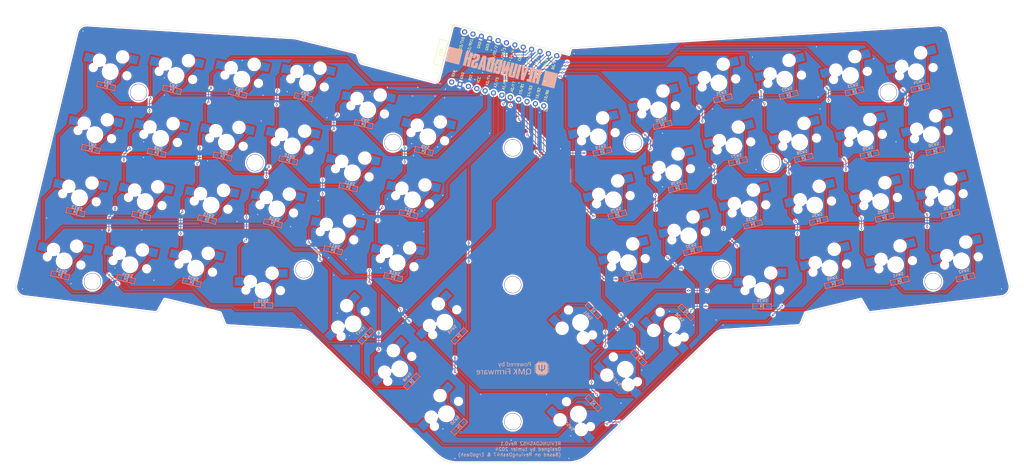
<source format=kicad_pcb>
(kicad_pcb (version 20221018) (generator pcbnew)
  (title_block (title "REVIUNGDASH") (date "2023-02-03") (rev "0.1"))
  (layers (0 "F.Cu" signal) (31 "B.Cu" signal) (34 "B.Paste" user) (35 "F.Paste" user) (36 "B.SilkS" user "B.Silkscreen") (37 "F.SilkS" user "F.Silkscreen") (38 "B.Mask" user) (39 "F.Mask" user) (44 "Edge.Cuts" user))
  (net 0 "")
  (net 1 "Net-(D1-A)")
  (net 2 "row0")
  (net 3 "Net-(D2-A)")
  (net 4 "Net-(D3-A)")
  (net 5 "Net-(D4-A)")
  (net 6 "Net-(D5-A)")
  (net 7 "Net-(D6-A)")
  (net 8 "row1")
  (net 9 "Net-(D7-A)")
  (net 10 "Net-(D8-A)")
  (net 11 "Net-(D9-A)")
  (net 12 "Net-(D10-A)")
  (net 13 "Net-(D11-A)")
  (net 14 "Net-(D12-A)")
  (net 15 "row2")
  (net 16 "Net-(D13-A)")
  (net 17 "Net-(D14-A)")
  (net 18 "Net-(D15-A)")
  (net 19 "Net-(D16-A)")
  (net 20 "Net-(D17-A)")
  (net 21 "Net-(D18-A)")
  (net 22 "row3")
  (net 23 "Net-(D19-A)")
  (net 24 "Net-(D20-A)")
  (net 25 "Net-(D21-A)")
  (net 26 "Net-(D22-A)")
  (net 27 "Net-(D23-A)")
  (net 28 "Net-(D24-A)")
  (net 29 "row4")
  (net 30 "Net-(D25-A)")
  (net 31 "Net-(D26-A)")
  (net 32 "Net-(D27-A)")
  (net 33 "Net-(D28-A)")
  (net 34 "Net-(D29-A)")
  (net 35 "Net-(D30-A)")
  (net 36 "row5")
  (net 37 "Net-(D31-A)")
  (net 38 "Net-(D32-A)")
  (net 39 "Net-(D33-A)")
  (net 40 "Net-(D34-A)")
  (net 41 "Net-(D35-A)")
  (net 42 "Net-(D36-A)")
  (net 43 "row6")
  (net 44 "Net-(D37-A)")
  (net 45 "Net-(D38-A)")
  (net 46 "Net-(D39-A)")
  (net 47 "col0")
  (net 48 "col1")
  (net 49 "col2")
  (net 50 "col3")
  (net 51 "col4")
  (net 52 "col5")
  (net 53 "row7")
  (net 54 "Net-(D40-A)")
  (net 55 "Net-(D41-A)")
  (net 56 "Net-(D42-A)")
  (net 57 "Net-(D43-A)")
  (net 58 "Net-(D44-A)")
  (net 59 "Net-(D45-A)")
  (net 60 "Net-(D46-A)")
  (net 61 "Net-(D47-A)")
  (net 62 "Net-(D48-A)")
  (net 63 "LED")
  (net 65 "GND")
  (net 66 "row8")
  (net 68 "VCC")
  (net 71 "Net-(D52-A)")
  (net 72 "Net-(D51-A)")
  (net 73 "Net-(D50-A)")
  (net 74 "Net-(D49-A)")
  (footprint "_reviung-kbd:MXOnly-1U-Hotswap" (layer "F.Cu") (at 78.155 65.027 -13.66)
    (fp_text reference "SW1")
    (fp_text value "SW_PUSH")
  )
  (footprint "_reviung-kbd:MXOnly-1U-Hotswap" (layer "F.Cu") (at 97.478 66.134 -13.66)
    (fp_text reference "SW2")
    (fp_text value "SW_PUSH")
  )
  (footprint "_reviung-kbd:MXOnly-1U-Hotswap" (layer "F.Cu") (at 116.798 67.24 -13.66)
    (fp_text reference "SW3")
    (fp_text value "SW_PUSH")
  )
  (footprint "_reviung-kbd:MXOnly-1U-Hotswap" (layer "F.Cu") (at 136.115 68.342 -13.66)
    (fp_text reference "SW4")
    (fp_text value "SW_PUSH")
  )
  (footprint "_reviung-kbd:MXOnly-1U-Hotswap" (layer "F.Cu") (at 153.785 76.243 -13.66)
    (fp_text reference "SW5")
    (fp_text value "SW_PUSH")
  )
  (footprint "_reviung-kbd:MXOnly-1U-Hotswap" (layer "F.Cu") (at 171.45 84.137 -13.66)
    (fp_text reference "SW6")
    (fp_text value "SW_PUSH")
  )
  (footprint "_reviung-kbd:MXOnly-1U-Hotswap" (layer "F.Cu") (at 73.653 83.521 -13.66)
    (fp_text reference "SW7")
    (fp_text value "SW_PUSH")
  )
  (footprint "_reviung-kbd:MXOnly-1U-Hotswap" (layer "F.Cu") (at 92.971 84.627 -13.66)
    (fp_text reference "SW8")
    (fp_text value "SW_PUSH")
  )
  (footprint "_reviung-kbd:MXOnly-1U-Hotswap" (layer "F.Cu") (at 112.312 85.734 -13.66)
    (fp_text reference "SW9")
    (fp_text value "SW_PUSH")
  )
  (footprint "_reviung-kbd:MXOnly-1U-Hotswap" (layer "F.Cu") (at 131.611 86.835 -13.66)
    (fp_text reference "SW10")
    (fp_text value "SW_PUSH")
  )
  (footprint "_reviung-kbd:MXOnly-1U-Hotswap" (layer "F.Cu") (at 149.282 94.737 -13.66)
    (fp_text reference "SW11")
    (fp_text value "SW_PUSH")
  )
  (footprint "_reviung-kbd:MXOnly-1U-Hotswap" (layer "F.Cu") (at 166.949 102.638 -13.66)
    (fp_text reference "SW12")
    (fp_text value "SW_PUSH")
  )
  (footprint "_reviung-kbd:MXOnly-1U-Hotswap" (layer "F.Cu") (at 69.146 102.067 -13.66)
    (fp_text reference "SW13")
    (fp_text value "SW_PUSH")
  )
  (footprint "_reviung-kbd:MXOnly-1U-Hotswap" (layer "F.Cu") (at 88.464 103.173 -13.66)
    (fp_text reference "SW14")
    (fp_text value "SW_PUSH")
  )
  (footprint "_reviung-kbd:MXOnly-1U-Hotswap" (layer "F.Cu") (at 107.793 104.225 -13.66)
    (fp_text reference "SW15")
    (fp_text value "SW_PUSH")
  )
  (footprint "_reviung-kbd:MXOnly-1U-Hotswap" (layer "F.Cu") (at 127.107 105.329 -13.66)
    (fp_text reference "SW16")
    (fp_text value "SW_PUSH")
  )
  (footprint "_reviung-kbd:MXOnly-1U-Hotswap" (layer "F.Cu") (at 144.782 113.231 -13.66)
    (fp_text reference "SW17")
    (fp_text value "SW_PUSH")
  )
  (footprint "_reviung-kbd:MXOnly-1U-Hotswap" (layer "F.Cu") (at 162.446 121.133 -13.66)
    (fp_text reference "SW18")
    (fp_text value "SW_PUSH")
  )
  (footprint "_reviung-kbd:MXOnly-1U-Hotswap" (layer "F.Cu") (at 221.536 84.137 13.66)
    (fp_text reference "SW19")
    (fp_text value "SW_PUSH")
  )
  (footprint "_reviung-kbd:MXOnly-1U-Hotswap" (layer "F.Cu") (at 239.235 76.243 13.66)
    (fp_text reference "SW20")
    (fp_text value "SW_PUSH")
  )
  (footprint "_reviung-kbd:MXOnly-1U-Hotswap" (layer "F.Cu") (at 256.942 68.342 13.66)
    (fp_text reference "SW21")
    (fp_text value "SW_PUSH")
  )
  (footprint "_reviung-kbd:MXOnly-1U-Hotswap" (layer "F.Cu") (at 276.263 67.24 13.66)
    (fp_text reference "SW22")
    (fp_text value "SW_PUSH")
  )
  (footprint "_reviung-kbd:MXOnly-1U-Hotswap" (layer "F.Cu") (at 295.588 66.134 13.66)
    (fp_text reference "SW23")
    (fp_text value "SW_PUSH")
  )
  (footprint "_reviung-kbd:MXOnly-1U-Hotswap" (layer "F.Cu") (at 314.918 65.027 13.66)
    (fp_text reference "SW24")
    (fp_text value "SW_PUSH")
  )
  (footprint "_reviung-kbd:MXOnly-1U-Hotswap" (layer "F.Cu") (at 225.954 102.638 13.66)
    (fp_text reference "SW25")
    (fp_text value "SW_PUSH")
  )
  (footprint "_reviung-kbd:MXOnly-1U-Hotswap" (layer "F.Cu") (at 243.656 94.737 13.66)
    (fp_text reference "SW26")
    (fp_text value "SW_PUSH")
  )
  (footprint "_reviung-kbd:MXOnly-1U-Hotswap" (layer "F.Cu") (at 261.362 86.835 13.66)
    (fp_text reference "SW27")
    (fp_text value "SW_PUSH")
  )
  (footprint "_reviung-kbd:MXOnly-1U-Hotswap" (layer "F.Cu") (at 280.666 85.734 13.66)
    (fp_text reference "SW28")
    (fp_text value "SW_PUSH")
  )
  (footprint "_reviung-kbd:MXOnly-1U-Hotswap" (layer "F.Cu") (at 300.012 84.627 13.66)
    (fp_text reference "SW29")
    (fp_text value "SW_PUSH")
  )
  (footprint "_reviung-kbd:MXOnly-1U-Hotswap" (layer "F.Cu") (at 319.334 83.521 13.66)
    (fp_text reference "SW30")
    (fp_text value "SW_PUSH")
  )
  (footprint "_reviung-kbd:MXOnly-1U-Hotswap" (layer "F.Cu") (at 230.374 121.133 13.66)
    (fp_text reference "SW31")
    (fp_text value "SW_PUSH")
  )
  (footprint "_reviung-kbd:MXOnly-1U-Hotswap" (layer "F.Cu") (at 248.074 113.231 13.66)
    (fp_text reference "SW32")
    (fp_text value "SW_PUSH")
  )
  (footprint "_reviung-kbd:MXOnly-1U-Hotswap" (layer "F.Cu") (at 265.783 105.329 13.66)
    (fp_text reference "SW33")
    (fp_text value "SW_PUSH")
  )
  (footprint "_reviung-kbd:MXOnly-1U-Hotswap" (layer "F.Cu") (at 285.103 104.225 13.66)
    (fp_text reference "SW34")
    (fp_text value "SW_PUSH")
  )
  (footprint "_reviung-kbd:MXOnly-1U-Hotswap" (layer "F.Cu") (at 304.435 103.173 13.66)
    (fp_text reference "SW35")
    (fp_text value "SW_PUSH")
  )
  (footprint "_reviung-kbd:MXOnly-1U-Hotswap" (layer "F.Cu") (at 323.758 102.067 13.66)
    (fp_text reference "SW36")
    (fp_text value "SW_PUSH")
  )
  (footprint "_reviung-kbd:MXOnly-1U-Hotswap" (layer "F.Cu") (at 243.223 139.313 133.94)
    (fp_text reference "SW38")
    (fp_text value "SW_PUSH")
  )
  (footprint "_reviung-kbd:MXOnly-1U-Hotswap" (layer "F.Cu") (at 269.685 129.258 0.78)
    (fp_text reference "SW39")
    (fp_text value "SW_PUSH")
  )
  (footprint "Keyboard_Switch:MountingHoleLarge" (layer "F.Cu") (at 86.513 71.104)
    (fp_text reference "H1")
    (fp_text value "H1")
  )
  (footprint "Keyboard_Switch:MountingHoleLarge" (layer "F.Cu") (at 72.962 126.658)
    (fp_text reference "H2")
    (fp_text value "H2")
  )
  (footprint "Keyboard_Switch:MountingHoleLarge" (layer "F.Cu") (at 120.727 91.784)
    (fp_text reference "H3")
    (fp_text value "H3")
  )
  (footprint "Keyboard_Switch:MountingHoleLarge" (layer "F.Cu") (at 135.044 123.191)
    (fp_text reference "H4")
    (fp_text value "H4")
  )
  (footprint "Keyboard_Switch:MountingHoleLarge" (layer "F.Cu") (at 196.393 127.583)
    (fp_text reference "H6")
    (fp_text value "H6")
  )
  (footprint "Keyboard_Switch:MountingHoleLarge" (layer "F.Cu") (at 257.767 123.191)
    (fp_text reference "H8")
    (fp_text value "H8")
  )
  (footprint "Keyboard_Switch:MountingHoleLarge" (layer "F.Cu") (at 272.363 91.784)
    (fp_text reference "H9")
    (fp_text value "H9")
  )
  (footprint "Keyboard_Switch:MountingHoleLarge" (layer "F.Cu") (at 319.859 126.658)
    (fp_text reference "H10")
    (fp_text value "H10")
  )
  (footprint "Keyboard_Switch:MountingHoleLarge" (layer "F.Cu") (at 306.729 71.104)
    (fp_text reference "H11")
    (fp_text value "H11")
  )
  (footprint "Keyboard_Switch:MountingHoleLarge" (layer "F.Cu") (at 231.805 85.85)
    (fp_text reference "H7")
    (fp_text value "H7")
  )
  (footprint "Keyboard_Switch:MountingHoleLarge" (layer "F.Cu") (at 161.203 85.85)
    (fp_text reference "H5")
    (fp_text value "H5")
  )
  (footprint "_reviung-kbd:MXOnly-1U-Hotswap" (layer "F.Cu") (at 308.857 121.72 13.66)
    (fp_text reference "SW41")
    (fp_text value "SW_PUSH")
  )
  (footprint "_reviung-kbd:MXOnly-1U-Hotswap" (layer "F.Cu") (at 103.292 122.719 -13.66)
    (fp_text reference "SW45")
    (fp_text value "SW_PUSH")
  )
  (footprint "_reviung-kbd:MXOnly-1U-Hotswap" (layer "F.Cu") (at 176.928 165.517 46.06)
    (fp_text reference "SW50")
    (fp_text value "SW_PUSH")
  )
  (footprint "Keyboard_Switch:MountingHoleLarge" (layer "F.Cu") (at 196.393 87.388)
    (fp_text reference "H16")
    (fp_text value "H16")
  )
  (footprint "_reviung-kbd:MXOnly-1U-Hotswap" (layer "F.Cu") (at 229.46 152.456 133.94)
    (fp_text reference "SW37")
    (fp_text value "SW_PUSH")
  )
  (footprint "_reviung-kbd:MXOnly-1U-Hotswap" (layer "F.Cu") (at 64.636 120.614 -13.66)
    (fp_text reference "SW43")
    (fp_text value "SW_PUSH")
  )
  (footprint "_reviung-kbd:ProMicro" (layer "F.Cu") (at 194.374 64.35 75.5)
    (fp_text reference "U1" hide)
    (fp_text value "ProMicro" hide)
  )
  (footprint "_reviung-kbd:MXOnly-1U-Hotswap" (layer "F.Cu") (at 83.959 121.72 -13.66)
    (fp_text reference "SW44")
    (fp_text value "SW_PUSH")
  )
  (footprint "Keyboard_Switch:MountingHoleLarge" (layer "F.Cu") (at 196.393 167.778)
    (fp_text reference "H15")
    (fp_text value "H6")
  )
  (footprint "_reviung-kbd:MXOnly-1U-Hotswap" (layer "F.Cu") (at 123.099 129.258 -0.78)
    (fp_text reference "SW46")
    (fp_text value "SW_PUSH")
  )
  (footprint "_reviung-kbd:MXOnly-1U-Hotswap" (layer "F.Cu") (at 163.221 152.308 46.06)
    (fp_text reference "SW48")
    (fp_text value "SW_PUSH")
  )
  (footprint "_reviung-kbd:MXOnly-1U-Hotswap" (layer "F.Cu") (at 328.185 120.614 13.66)
    (fp_text reference "SW42")
    (fp_text value "SW_PUSH")
  )
  (footprint "_reviung-kbd:MXOnly-1U-Hotswap" (layer "F.Cu") (at 289.52 122.719 13.66)
    (fp_text reference "SW40")
    (fp_text value "SW_PUSH")
  )
  (footprint "_reviung-kbd:MXOnly-1U-Hotswap" (layer "F.Cu") (at 216.312 138.69 133.94)
    (fp_text reference "SW51")
    (fp_text value "SW_PUSH")
  )
  (footprint "_reviung-kbd:MXOnly-1U-Hotswap" (layer "F.Cu") (at 176.43 138.6 46.06)
    (fp_text reference "SW49")
    (fp_text value "SW_PUSH")
  )
  (footprint "_reviung-kbd:MXOnly-1U-Hotswap" (layer "F.Cu") (at 149.517 139.103 46.06)
    (fp_text reference "SW47")
    (fp_text value "SW_PUSH")
  )
  (footprint "_reviung-kbd:MXOnly-1U-Hotswap" (layer "F.Cu") (at 215.694 165.603 133.94)
    (fp_text reference "SW52")
    (fp_text value "SW_PUSH")
  )
  (footprint "_reviung-kbd:D3_SMD_1side" (layer "B.Cu") (at 76.989647 69.256235 -13.66)
    (fp_text reference "D1" hide)
    (fp_text value "1N4148W" hide)
  )
  (footprint "_reviung-kbd:D3_SMD_1side" (layer "B.Cu") (at 96.312647 70.363235 -13.66)
    (fp_text reference "D2" hide)
    (fp_text value "1N4148W" hide)
  )
  (footprint "_reviung-kbd:D3_SMD_1side" (layer "B.Cu") (at 115.632647 71.469235 -13.66)
    (fp_text reference "D3" hide)
    (fp_text value "1N4148W" hide)
  )
  (footprint "_reviung-kbd:D3_SMD_1side" (layer "B.Cu") (at 134.949647 72.571235 -13.66)
    (fp_text reference "D4" hide)
    (fp_text value "1N4148W" hide)
  )
  (footprint "_reviung-kbd:D3_SMD_1side" (layer "B.Cu") (at 152.619647 80.472235 -13.66)
    (fp_text reference "D5" hide)
    (fp_text value "1N4148W" hide)
  )
  (footprint "_reviung-kbd:D3_SMD_1side" (layer "B.Cu") (at 170.284647 88.366235 -13.66)
    (fp_text reference "D6" hide)
    (fp_text value "1N4148W" hide)
  )
  (footprint "_reviung-kbd:D3_SMD_1side" (layer "B.Cu") (at 72.487647 87.750235 -13.66)
    (fp_text reference "D7" hide)
    (fp_text value "1N4148W" hide)
  )
  (footprint "_reviung-kbd:D3_SMD_1side" (layer "B.Cu") (at 91.805647 88.856235 -13.66)
    (fp_text reference "D8" hide)
    (fp_text value "1N4148W" hide)
  )
  (footprint "_reviung-kbd:D3_SMD_1side" (layer "B.Cu") (at 111.146647 89.963235 -13.66)
    (fp_text reference "D9" hide)
    (fp_text value "1N4148W" hide)
  )
  (footprint "_reviung-kbd:D3_SMD_1side" (layer "B.Cu") (at 130.445647 91.064235 -13.66)
    (fp_text reference "D10" hide)
    (fp_text value "1N4148W" hide)
  )
  (footprint "_reviung-kbd:D3_SMD_1side" (layer "B.Cu") (at 148.116647 98.966235 -13.66)
    (fp_text reference "D11" hide)
    (fp_text value "1N4148W" hide)
  )
  (footprint "_reviung-kbd:D3_SMD_1side" (layer "B.Cu") (at 165.783647 106.867235 -13.66)
    (fp_text reference "D12" hide)
    (fp_text value "1N4148W" hide)
  )
  (footprint "_reviung-kbd:D3_SMD_1side" (layer "B.Cu") (at 67.980647 106.296235 -13.66)
    (fp_text reference "D13" hide)
    (fp_text value "1N4148W" hide)
  )
  (footprint "_reviung-kbd:D3_SMD_1side" (layer "B.Cu") (at 87.298647 107.402235 -13.66)
    (fp_text reference "D14" hide)
    (fp_text value "1N4148W" hide)
  )
  (footprint "_reviung-kbd:D3_SMD_1side" (layer "B.Cu") (at 106.627647 108.454235 -13.66)
    (fp_text reference "D15" hide)
    (fp_text value "1N4148W" hide)
  )
  (footprint "_reviung-kbd:D3_SMD_1side" (layer "B.Cu") (at 125.941647 109.558235 -13.66)
    (fp_text reference "D16" hide)
    (fp_text value "1N4148W" hide)
  )
  (footprint "_reviung-kbd:D3_SMD_1side" (layer "B.Cu") (at 143.616647 117.460235 -13.66)
    (fp_text reference "D17" hide)
    (fp_text value "1N4148W" hide)
  )
  (footprint "_reviung-kbd:D3_SMD_1side" (layer "B.Cu") (at 161.280647 125.362235 -13.66)
    (fp_text reference "D18" hide)
    (fp_text value "1N4148W" hide)
  )
  (footprint "_reviung-kbd:D3_SMD_1side" (layer "B.Cu") (at 222.701353 88.478235 13.66)
    (fp_text reference "D19" hide)
    (fp_text value "1N4148W" hide)
  )
  (footprint "_reviung-kbd:D3_SMD_1side" (layer "B.Cu") (at 240.400353 80.664235 13.66)
    (fp_text reference "D20" hide)
    (fp_text value "1N4148W" hide)
  )
  (footprint "_reviung-kbd:D3_SMD_1side" (layer "B.Cu") (at 258.107353 72.841235 13.66)
    (fp_text reference "D21" hide)
    (fp_text value "1N4148W" hide)
  )
  (footprint "_reviung-kbd:D3_SMD_1side" (layer "B.Cu") (at 277.428353 71.826235 13.66)
    (fp_text reference "D22" hide)
    (fp_text value "1N4148W" hide)
  )
  (footprint "_reviung-kbd:D3_SMD_1side" (layer "B.Cu") (at 296.753353 70.806235 13.66)
    (fp_text reference "D23" hide)
    (fp_text value "1N4148W" hide)
  )
  (footprint "_reviung-kbd:D3_SMD_1side" (layer "B.Cu") (at 316.083353 69.786235 13.66)
    (fp_text reference "D24" hide)
    (fp_text value "1N4148W" hide)
  )
  (footprint "_reviung-kbd:D3_SMD_1side" (layer "B.Cu") (at 227.119353 106.999235 13.66)
    (fp_text reference "D25" hide)
    (fp_text value "1N4148W" hide)
  )
  (footprint "_reviung-kbd:D3_SMD_1side" (layer "B.Cu") (at 244.821353 99.177235 13.66)
    (fp_text reference "D26" hide)
    (fp_text value "1N4148W" hide)
  )
  (footprint "_reviung-kbd:D3_SMD_1side" (layer "B.Cu") (at 262.527353 91.355235 13.66)
    (fp_text reference "D27" hide)
    (fp_text value "1N4148W" hide)
  )
  (footprint "_reviung-kbd:D3_SMD_1side" (layer "B.Cu") (at 281.831353 90.340235 13.66)
    (fp_text reference "D28" hide)
    (fp_text value "1N4148W" hide)
  )
  (footprint "_reviung-kbd:D3_SMD_1side" (layer "B.Cu") (at 301.177353 89.319235 13.66)
    (fp_text reference "D29" hide)
    (fp_text value "1N4148W" hide)
  )
  (footprint "_reviung-kbd:D3_SMD_1side" (layer "B.Cu") (at 320.499353 88.300235 13.66)
    (fp_text reference "D30" hide)
    (fp_text value "1N4148W" hide)
  )
  (footprint "_reviung-kbd:D3_SMD_1side" (layer "B.Cu") (at 231.539353 125.514235 13.66)
    (fp_text reference "D31" hide)
    (fp_text value "1N4148W" hide)
  )
  (footprint "_reviung-kbd:D3_SMD_1side" (layer "B.Cu") (at 249.239353 117.691235 13.66)
    (fp_text reference "D32" hide)
    (fp_text value "1N4148W" hide)
  )
  (footprint "_reviung-kbd:D3_SMD_1side" (layer "B.Cu") (at 266.948353 109.868235 13.66)
    (fp_text reference "D33" hide)
    (fp_text value "1N4148W" hide)
  )
  (footprint "_reviung-kbd:D3_SMD_1side" (layer "B.Cu") (at 286.268353 108.851235 13.66)
    (fp_text reference "D34" hide)
    (fp_text value "1N4148W" hide)
  )
  (footprint "_reviung-kbd:D3_SMD_1side" (layer "B.Cu") (at 305.600353 107.886235 13.66)
    (fp_text reference "D35" hide)
    (fp_text value "1N4148W" hide)
  )
  (footprint "_reviung-kbd:D3_SMD_1side" (layer "B.Cu") (at 324.923353 106.867235 13.66)
    (fp_text reference "D36" hide)
    (fp_text value "1N4148W" hide)
  )
  (footprint "_reviung-kbd:D3_SMD_1side" (layer "B.Cu") (at 153.375 142.659 46.06)
    (fp_text reference "D47" hide)
    (fp_text value "1N4148W" hide)
  )
  (footprint "_reviung-kbd:D3_SMD_1side" (layer "B.Cu") (at 233.385 149.009 133.94)
    (fp_text reference "D37" hide)
    (fp_text value "1N4148W" hide)
  )
  (footprint "_reviung-kbd:D3_SMD_1side" (layer "B.Cu") (at 247.355 135.674 133.94)
    (fp_text reference "D38" hide)
    (fp_text value "1N4148W" hide)
  )
  (footprint "_reviung-kbd:D3_SMD_1side" (layer "B.Cu") (at 310.022353 126.453235 13.66)
    (fp_text reference "D41" hide)
    (fp_text value "1N4148W" hide)
  )
  (footprint "library:Logo_Black_small" (layer "B.Cu") (at 193.126 63.792 166)
    (fp_text reference "G***")
    (fp_text value "LOGO" hide)
  )
  (footprint "_reviung-kbd:D3_SMD_1side" (layer "B.Cu") (at 269.614089 133.95623 -0.779)
    (fp_text reference "D39" hide)
    (fp_text value "1N4148W" hide)
  )
  (footprint "_reviung-kbd:D3_SMD_1side" (layer "B.Cu") (at 123.169911 133.62823 -0.779)
    (fp_text reference "D46" hide)
    (fp_text value "1N4148W" hide)
  )
  (footprint "_reviung-kbd:D3_SMD_1side" (layer "B.Cu") (at 102.126647 126.948235 -13.66)
    (fp_text reference "D45" hide)
    (fp_text value "1N4148W" hide)
  )
  (footprint "library:QMK" (layer "B.Cu") (at 196.428 152.184 180)
    (fp_text reference "G***" hide)
    (fp_text value "LOGO" hide)
  )
  (footprint "_reviung-kbd:D3_SMD_1side" (layer "B.Cu") (at 180.68 169.329 46.06)
    (fp_text reference "D50" hide)
    (fp_text value "1N4148W" hide)
  )
  (footprint "_reviung-kbd:D3_SMD_1side" (layer "B.Cu") (at 180.68 142.659 46.06)
    (fp_text reference "D49" hide)
    (fp_text value "1N4148W" hide)
  )
  (footprint "_reviung-kbd:D3_SMD_1side" (layer "B.Cu") (at 82.793647 125.949235 -13.66)
    (fp_text reference "D44" hide)
    (fp_text value "1N4148W" hide)
  )
  (footprint "_reviung-kbd:D3_SMD_1side" (layer "B.Cu") (at 290.685353 127.365235 13.66)
    (fp_text reference "D40" hide)
    (fp_text value "1N4148W" hide)
  )
  (footprint "_reviung-kbd:D3_SMD_1side" (layer "B.Cu") (at 220.05 135.166 133.94)
    (fp_text reference "D51" hide)
    (fp_text value "1N4148W" hide)
  )
  (footprint "_reviung-kbd:D3_SMD_1side" (layer "B.Cu") (at 166.748319 156.002119 46.06)
    (fp_text reference "D48" hide)
    (fp_text value "1N4148W" hide)
  )
  (footprint "_reviung-kbd:D3_SMD_1side" (layer "B.Cu") (at 329.350353 125.430235 13.66)
    (fp_text reference "D42" hide)
    (fp_text value "1N4148W" hide)
  )
  (footprint "_reviung-kbd:D3_SMD_1side" (layer "B.Cu") (at 63.470647 124.843235 -13.66)
    (fp_text reference "D43" hide)
    (fp_text value "1N4148W" hide)
  )
  (footprint "_reviung-kbd:D3_SMD_1side" (layer "B.Cu") (at 220.05 162.344 133.94)
    (fp_text reference "D52" hide)
    (fp_text value "1N4148W" hide)
  )
  (gr_line (start 300.639646 135.384542) (end 300.606681 135.335334) (stroke (width 0.087312)) (layer "Edge.Cuts"))
  (gr_line (start 70.238048 51.482263) (end 70.360352 51.438743) (stroke (width 0.087312)) (layer "Edge.Cuts"))
  (gr_line (start 215.622322 179.444908) (end 215.265758 179.55814) (stroke (width 0.087312)) (layer "Edge.Cuts"))
  (gr_line (start 92.297174 135.230663) (end 92.270626 135.283995) (stroke (width 0.087312)) (layer "Edge.Cuts"))
  (gr_line (start 280.875039 139.375002) (end 280.832444 139.415554) (stroke (width 0.087312)) (layer "Edge.Cuts"))
  (gr_line (start 324.392089 53.410328) (end 324.47799 53.659702) (stroke (width 0.087312)) (layer "Edge.Cuts"))
  (gr_line (start 91.676289 135.736495) (end 91.639019 135.746319) (stroke (width 0.087312)) (layer "Edge.Cuts"))
  (gr_line (start 70.739833 51.339939) (end 70.870024 51.31797) (stroke (width 0.087312)) (layer "Edge.Cuts"))
  (gr_line (start 322.912529 51.711376) (end 323.128575 51.843476) (stroke (width 0.087312)) (layer "Edge.Cuts"))
  (gr_line (start 178.695809 51.899429) (end 178.718669 51.855473) (stroke (width 0.087312)) (layer "Edge.Cuts"))
  (gr_line (start 151.551628 62.053036) (end 151.577301 62.110033) (stroke (width 0.087312)) (layer "Edge.Cuts"))
  (gr_line (start 178.967129 51.560595) (end 179.005237 51.531507) (stroke (width 0.087312)) (layer "Edge.Cuts"))
  (gr_line (start 152.164715 62.620974) (end 152.224992 62.638797) (stroke (width 0.087312)) (layer "Edge.Cuts"))
  (gr_line (start 174.688569 67.331499) (end 174.688569 67.331499) (stroke (width 0.087312)) (layer "Edge.Cuts"))
  (gr_line (start 134.886505 141.071159) (end 134.631897 141.035222) (stroke (width 0.087312)) (layer "Edge.Cuts"))
  (gr_line (start 213.417205 58.073021) (end 213.429545 58.06008) (stroke (width 0.087312)) (layer "Edge.Cuts"))
  (gr_line (start 50.512711 129.102886) (end 50.471958 128.963933) (stroke (width 0.087312)) (layer "Edge.Cuts"))
  (gr_line (start 255.920724 141.963513) (end 218.839456 177.534954) (stroke (width 0.087312)) (layer "Edge.Cuts"))
  (gr_line (start 300.675972 135.431527) (end 300.639646 135.384542) (stroke (width 0.087312)) (layer "Edge.Cuts"))
  (gr_line (start 281.019041 139.19071) (end 280.987177 139.239896) (stroke (width 0.087312)) (layer "Edge.Cuts"))
  (gr_line (start 341.957901 129.877296) (end 341.874234 129.994376) (stroke (width 0.087312)) (layer "Edge.Cuts"))
  (gr_line (start 256.178414 141.745637) (end 256.047838 141.850616) (stroke (width 0.087312)) (layer "Edge.Cuts"))
  (gr_line (start 150.226138 59.405954) (end 150.284208 59.427341) (stroke (width 0.087312)) (layer "Edge.Cuts"))
  (gr_line (start 150.16649 59.388141) (end 150.16649 59.388141) (stroke (width 0.087312)) (layer "Edge.Cuts"))
  (gr_line (start 51.472674 130.514784) (end 51.362528 130.420145) (stroke (width 0.087312)) (layer "Edge.Cuts"))
  (gr_line (start 174.570603 67.535866) (end 174.62851 67.439336) (stroke (width 0.087312)) (layer "Edge.Cuts"))
  (gr_line (start 112.377164 139.626385) (end 112.319237 139.604789) (stroke (width 0.087312)) (layer "Edge.Cuts"))
  (gr_line (start 256.928815 141.329941) (end 256.761392 141.399432) (stroke (width 0.087312)) (layer "Edge.Cuts"))
  (gr_line (start 150.592212 59.62378) (end 150.635594 59.666716) (stroke (width 0.087312)) (layer "Edge.Cuts"))
  (gr_line (start 71.405349 51.287983) (end 132.426774 55.079395) (stroke (width 0.087312)) (layer "Edge.Cuts"))
  (gr_line (start 68.479505 53.271844) (end 68.526992 53.148032) (stroke (width 0.087312)) (layer "Edge.Cuts"))
  (gr_line (start 179.741493 51.351985) (end 179.791521 51.36093) (stroke (width 0.087312)) (layer "Edge.Cuts"))
  (gr_line (start 174.344119 67.824477) (end 174.401607 67.765397) (stroke (width 0.087312)) (layer "Edge.Cuts"))
  (gr_line (start 211.193292 59.472339) (end 211.193292 59.472339) (stroke (width 0.087312)) (layer "Edge.Cuts"))
  (gr_line (start 179.398099 51.35958) (end 179.445892 51.351288) (stroke (width 0.087312)) (layer "Edge.Cuts"))
  (gr_line (start 174.190107 67.94142) (end 174.222495 67.921158) (stroke (width 0.087312)) (layer "Edge.Cuts"))
  (gr_line (start 342.335059 129.102834) (end 342.287757 129.239344) (stroke (width 0.087312)) (layer "Edge.Cuts"))
  (gr_line (start 134.358201 141.003921) (end 134.064116 140.976981) (stroke (width 0.087312)) (layer "Edge.Cuts"))
  (gr_line (start 150.749505 59.81052) (end 150.78163 59.863041) (stroke (width 0.087312)) (layer "Edge.Cuts"))
  (gr_line (start 179.691556 51.345638) (end 179.741493 51.351985) (stroke (width 0.087312)) (layer "Edge.Cuts"))
  (gr_line (start 70.484849 51.400439) (end 70.611392 51.367466) (stroke (width 0.087312)) (layer "Edge.Cuts"))
  (gr_line (start 112.263232 139.580185) (end 112.209239 139.552674) (stroke (width 0.087312)) (layer "Edge.Cuts"))
  (gr_line (start 173.929716 68.050363) (end 174.01115 68.024138) (stroke (width 0.087312)) (layer "Edge.Cuts"))
  (gr_line (start 136.243664 141.475474) (end 136.086216 141.399432) (stroke (width 0.087312)) (layer "Edge.Cuts"))
  (gr_line (start 216.653994 179.020403) (end 216.31644 179.176041) (stroke (width 0.087312)) (layer "Edge.Cuts"))
  (gr_line (start 151.529374 61.994052) (end 151.529374 61.994052) (stroke (width 0.087312)) (layer "Edge.Cuts"))
  (gr_line (start 178.798944 51.732617) (end 178.829345 51.694819) (stroke (width 0.087312)) (layer "Edge.Cuts"))
  (gr_line (start 258.489404 141.003921) (end 258.215709 141.035222) (stroke (width 0.087312)) (layer "Edge.Cuts"))
  (gr_line (start 92.065431 135.53854) (end 92.041448 135.558048) (stroke (width 0.087312)) (layer "Edge.Cuts"))
  (gr_line (start 177.581836 179.55814) (end 177.225273 179.444908) (stroke (width 0.087312)) (layer "Edge.Cuts"))
  (gr_line (start 340.18081 131.106564) (end 340.18081 131.106564) (stroke (width 0.087312)) (layer "Edge.Cuts"))
  (gr_line (start 50.398321 127.79164) (end 50.422749 127.640929) (stroke (width 0.087312)) (layer "Edge.Cuts"))
  (gr_line (start 340.475166 131.01972) (end 340.329872 131.066636) (stroke (width 0.087312)) (layer "Edge.Cuts"))
  (gr_line (start 257.298788 141.209514) (end 257.107513 141.266726) (stroke (width 0.087312)) (layer "Edge.Cuts"))
  (gr_line (start 150.340571 59.452178) (end 150.395096 59.480342) (stroke (width 0.087312)) (layer "Edge.Cuts"))
  (gr_line (start 213.354725 58.181437) (end 213.360863 58.164291) (stroke (width 0.087312)) (layer "Edge.Cuts"))
  (gr_line (start 150.78163 59.863041) (end 150.810615 59.917648) (stroke (width 0.087312)) (layer "Edge.Cuts"))
  (gr_line (start 151.796067 62.404235) (end 151.842137 62.444295) (stroke (width 0.087312)) (layer "Edge.Cuts"))
  (gr_line (start 178.689537 179.813052) (end 178.313968 179.74221) (stroke (width 0.087312)) (layer "Edge.Cuts"))
  (gr_line (start 300.550424 135.230679) (end 300.550424 135.230679) (stroke (width 0.087312)) (layer "Edge.Cuts"))
  (gr_line (start 174.086545 67.99438) (end 174.156721 67.960313) (stroke (width 0.087312)) (layer "Edge.Cuts"))
  (gr_line (start 91.435723 135.782574) (end 91.435723 135.782574) (stroke (width 0.087312)) (layer "Edge.Cuts"))
  (gr_line (start 51.362528 130.420145) (end 51.257401 130.320563) (stroke (width 0.087312)) (layer "Edge.Cuts"))
  (gr_line (start 92.110617 135.497586) (end 92.088483 135.518381) (stroke (width 0.087312)) (layer "Edge.Cuts"))
  (gr_line (start 91.96378 135.612534) (end 91.935942 135.629306) (stroke (width 0.087312)) (layer "Edge.Cuts"))
  (gr_line (start 324.288012 53.171254) (end 324.392089 53.410328) (stroke (width 0.087312)) (layer "Edge.Cuts"))
  (gr_line (start 151.941377 62.515751) (end 151.994293 62.54693) (stroke (width 0.087312)) (layer "Edge.Cuts"))
  (gr_line (start 50.471958 128.963933) (end 50.437892 128.822764) (stroke (width 0.087312)) (layer "Edge.Cuts"))
  (gr_line (start 298.62716 131.887386) (end 282.396829 135.845287) (stroke (width 0.087312)) (layer "Edge.Cuts"))
  (gr_line (start 213.518334 57.999354) (end 213.535287 57.992389) (stroke (width 0.087312)) (layer "Edge.Cuts"))
  (gr_line (start 341.375058 130.514729) (end 341.260028 130.604199) (stroke (width 0.087312)) (layer "Edge.Cuts"))
  (gr_line (start 111.895112 139.287069) (end 111.860429 139.239893) (stroke (width 0.087312)) (layer "Edge.Cuts"))
  (gr_line (start 176.875046 179.317542) (end 176.531155 179.176041) (stroke (width 0.087312)) (layer "Edge.Cuts"))
  (gr_line (start 133.748338 140.954128) (end 112.377164 139.626385) (stroke (width 0.087312)) (layer "Edge.Cuts"))
  (gr_line (start 92.01652 135.576892) (end 91.990636 135.595059) (stroke (width 0.087312)) (layer "Edge.Cuts"))
  (gr_line (start 300.606681 135.335334) (end 300.576975 135.28401) (stroke (width 0.087312)) (layer "Edge.Cuts"))
  (gr_line (start 321.44262 51.287983) (end 321.44262 51.287983) (stroke (width 0.087312)) (layer "Edge.Cuts"))
  (gr_line (start 50.37127 128.24048) (end 50.37272 128.091642) (stroke (width 0.087312)) (layer "Edge.Cuts"))
  (gr_line (start 51.831831 130.766772) (end 51.707465 130.688325) (stroke (width 0.087312)) (layer "Edge.Cuts"))
  (gr_line (start 324.47799 53.659702) (end 324.47799 53.659702) (stroke (width 0.087312)) (layer "Edge.Cuts"))
  (gr_line (start 341.485208 130.42009) (end 341.375058 130.514729) (stroke (width 0.087312)) (layer "Edge.Cuts"))
  (gr_line (start 178.861441 51.658673) (end 178.895154 51.624223) (stroke (width 0.087312)) (layer "Edge.Cuts"))
  (gr_line (start 217.940849 178.256445) (end 217.62864 178.468649) (stroke (width 0.087312)) (layer "Edge.Cuts"))
  (gr_line (start 213.360863 58.164291) (end 213.367984 58.147637) (stroke (width 0.087312)) (layer "Edge.Cuts"))
  (gr_line (start 111.799603 139.139616) (end 111.773638 139.086715) (stroke (width 0.087312)) (layer "Edge.Cuts"))
  (gr_line (start 301.246964 135.755324) (end 301.171315 135.736513) (stroke (width 0.087312)) (layer "Edge.Cuts"))
  (gr_line (start 174.314698 67.851187) (end 174.344119 67.824477) (stroke (width 0.087312)) (layer "Edge.Cuts"))
  (gr_line (start 50.673696 129.50418) (end 50.613718 129.373237) (stroke (width 0.087312)) (layer "Edge.Cuts"))
  (gr_line (start 150.284208 59.427341) (end 150.340571 59.452178) (stroke (width 0.087312)) (layer "Edge.Cuts"))
  (gr_line (start 92.131845 135.476167) (end 92.110617 135.497586) (stroke (width 0.087312)) (layer "Edge.Cuts"))
  (gr_line (start 174.253988 67.89943) (end 174.284688 67.876138) (stroke (width 0.087312)) (layer "Edge.Cuts"))
  (gr_line (start 50.889853 129.877351) (end 50.811902 129.756464) (stroke (width 0.087312)) (layer "Edge.Cuts"))
  (gr_line (start 178.74353 51.812989) (end 178.770313 51.772022) (stroke (width 0.087312)) (layer "Edge.Cuts"))
  (gr_line (start 218.839456 177.534954) (end 218.839456 177.534954) (stroke (width 0.087312)) (layer "Edge.Cuts"))
  (gr_line (start 111.773638 139.086715) (end 111.750759 139.032105) (stroke (width 0.087312)) (layer "Edge.Cuts"))
  (gr_line (start 342.475057 128.091602) (end 342.476507 128.240437) (stroke (width 0.087312)) (layer "Edge.Cuts"))
  (gr_line (start 112.377164 139.626385) (end 112.377164 139.626385) (stroke (width 0.087312)) (layer "Edge.Cuts"))
  (gr_line (start 150.714371 59.76021) (end 150.749505 59.81052) (stroke (width 0.087312)) (layer "Edge.Cuts"))
  (gr_line (start 179.071441 179.869767) (end 178.689537 179.813052) (stroke (width 0.087312)) (layer "Edge.Cuts"))
  (gr_line (start 301.411874 135.782604) (end 301.327116 135.770724) (stroke (width 0.087312)) (layer "Edge.Cuts"))
  (gr_line (start 342.287757 129.239344) (end 342.234047 129.373183) (stroke (width 0.087312)) (layer "Edge.Cuts"))
  (gr_line (start 50.437892 128.822764) (end 50.410651 128.679607) (stroke (width 0.087312)) (layer "Edge.Cuts"))
  (gr_line (start 178.895154 51.624223) (end 178.930409 51.591516) (stroke (width 0.087312)) (layer "Edge.Cuts"))
  (gr_line (start 179.841561 51.372517) (end 179.841561 51.372517) (stroke (width 0.087312)) (layer "Edge.Cuts"))
  (gr_line (start 50.56001 129.239396) (end 50.512711 129.102886) (stroke (width 0.087312)) (layer "Edge.Cuts"))
  (gr_line (start 69.455703 51.923348) (end 69.558529 51.846518) (stroke (width 0.087312)) (layer "Edge.Cuts"))
  (gr_line (start 91.600637 135.755303) (end 91.56113 135.763434) (stroke (width 0.087312)) (layer "Edge.Cuts"))
  (gr_line (start 68.914725 52.470636) (end 68.995106 52.369719) (stroke (width 0.087312)) (layer "Edge.Cuts"))
  (gr_line (start 91.747541 135.714384) (end 91.712458 135.725846) (stroke (width 0.087312)) (layer "Edge.Cuts"))
  (gr_line (start 179.35093 51.370154) (end 179.398099 51.35958) (stroke (width 0.087312)) (layer "Edge.Cuts"))
  (gr_line (start 213.349603 58.199039) (end 213.349603 58.199039) (stroke (width 0.087312)) (layer "Edge.Cuts"))
  (gr_line (start 68.369365 53.659702) (end 68.400544 53.527794) (stroke (width 0.087312)) (layer "Edge.Cuts"))
  (gr_line (start 68.766881 52.683199) (end 68.838601 52.575168) (stroke (width 0.087312)) (layer "Edge.Cuts"))
  (gr_line (start 69.66458 51.774103) (end 69.773708 51.706218) (stroke (width 0.087312)) (layer "Edge.Cuts"))
  (gr_line (start 340.887053 130.839315) (end 340.753895 130.905832) (stroke (width 0.087312)) (layer "Edge.Cuts"))
  (gr_line (start 50.422749 127.640929) (end 50.455114 127.490048) (stroke (width 0.087312)) (layer "Edge.Cuts"))
  (gr_line (start 174.62851 67.439336) (end 174.688569 67.331499) (stroke (width 0.087312)) (layer "Edge.Cuts"))
  (gr_line (start 179.445892 51.351288) (end 179.494234 51.345323) (stroke (width 0.087312)) (layer "Edge.Cuts"))
  (gr_line (start 173.841424 68.073833) (end 173.929716 68.050363) (stroke (width 0.087312)) (layer "Edge.Cuts"))
  (gr_line (start 150.858644 60.032626) (end 151.529374 61.994052) (stroke (width 0.087312)) (layer "Edge.Cuts"))
  (gr_line (start 110.450753 135.845287) (end 94.220418 131.887386) (stroke (width 0.087312)) (layer "Edge.Cuts"))
  (gr_line (start 69.168048 52.179184) (end 69.260315 52.089795) (stroke (width 0.087312)) (layer "Edge.Cuts"))
  (gr_line (start 213.405654 58.08667) (end 213.417205 58.073021) (stroke (width 0.087312)) (layer "Edge.Cuts"))
  (gr_line (start 322.451918 51.49719) (end 322.686668 51.59572) (stroke (width 0.087312)) (layer "Edge.Cuts"))
  (gr_line (start 135.740096 141.266726) (end 135.54882 141.209514) (stroke (width 0.087312)) (layer "Edge.Cuts"))
  (gr_line (start 173.527208 68.135485) (end 173.640989 68.115617) (stroke (width 0.087312)) (layer "Edge.Cuts"))
  (gr_line (start 150.810615 59.917648) (end 150.836329 59.974218) (stroke (width 0.087312)) (layer "Edge.Cuts"))
  (gr_line (start 112.060219 139.453691) (end 112.015165 139.415548) (stroke (width 0.087312)) (layer "Edge.Cuts"))
  (gr_line (start 280.78739 139.453698) (end 280.739966 139.489334) (stroke (width 0.087312)) (layer "Edge.Cuts"))
  (gr_line (start 136.533846 141.648303) (end 136.39244 141.55834) (stroke (width 0.087312)) (layer "Edge.Cuts"))
  (gr_line (start 68.637243 52.909303) (end 68.699713 52.794616) (stroke (width 0.087312)) (layer "Edge.Cuts"))
  (gr_line (start 92.190226 135.408305) (end 92.171636 135.431513) (stroke (width 0.087312)) (layer "Edge.Cuts"))
  (gr_line (start 150.858644 60.032626) (end 150.858644 60.032626) (stroke (width 0.087312)) (layer "Edge.Cuts"))
  (gr_line (start 341.874234 129.994376) (end 341.784992 130.107423) (stroke (width 0.087312)) (layer "Edge.Cuts"))
  (gr_line (start 213.535287 57.992389) (end 213.535287 57.992389) (stroke (width 0.087312)) (layer "Edge.Cuts"))
  (gr_line (start 280.915086 139.332142) (end 280.875039 139.375002) (stroke (width 0.087312)) (layer "Edge.Cuts"))
  (gr_line (start 70.360352 51.438743) (end 70.484849 51.400439) (stroke (width 0.087312)) (layer "Edge.Cuts"))
  (gr_line (start 342.392663 127.490017) (end 342.392663 127.490017) (stroke (width 0.087312)) (layer "Edge.Cuts"))
  (gr_line (start 68.369365 53.659702) (end 68.369365 53.659702) (stroke (width 0.087312)) (layer "Edge.Cuts"))
  (gr_line (start 178.639991 52.039677) (end 178.656393 51.991576) (stroke (width 0.087312)) (layer "Edge.Cuts"))
  (gr_line (start 151.752532 62.36143) (end 151.796067 62.404235) (stroke (width 0.087312)) (layer "Edge.Cuts"))
  (gr_line (start 280.638368 139.552679) (end 280.584373 139.58019) (stroke (width 0.087312)) (layer "Edge.Cuts"))
  (gr_line (start 301.411874 135.782604) (end 301.411874 135.782604) (stroke (width 0.087312)) (layer "Edge.Cuts"))
  (gr_line (start 179.17003 51.434373) (end 179.213936 51.41512) (stroke (width 0.087312)) (layer "Edge.Cuts"))
  (gr_line (start 280.584373 139.58019) (end 280.528366 139.604791) (stroke (width 0.087312)) (layer "Edge.Cuts"))
  (gr_line (start 213.776145 179.869767) (end 213.387902 179.912357) (stroke (width 0.087312)) (layer "Edge.Cuts"))
  (gr_line (start 341.015887 130.766719) (end 340.887053 130.839315) (stroke (width 0.087312)) (layer "Edge.Cuts"))
  (gr_line (start 50.811902 129.756464) (end 50.739803 129.631998) (stroke (width 0.087312)) (layer "Edge.Cuts"))
  (gr_line (start 91.478686 135.777083) (end 91.435723 135.782574) (stroke (width 0.087312)) (layer "Edge.Cuts"))
  (gr_line (start 322.20921 51.416468) (end 322.451918 51.49719) (stroke (width 0.087312)) (layer "Edge.Cuts"))
  (gr_line (start 324.029047 52.726737) (end 324.166688 52.943163) (stroke (width 0.087312)) (layer "Edge.Cuts"))
  (gr_line (start 257.724281 141.112004) (end 257.503944 141.158031) (stroke (width 0.087312)) (layer "Edge.Cuts"))
  (gr_line (start 150.16649 59.388141) (end 150.226138 59.405954) (stroke (width 0.087312)) (layer "Edge.Cuts"))
  (gr_line (start 300.806163 135.558059) (end 300.759127 135.518393) (stroke (width 0.087312)) (layer "Edge.Cuts"))
  (gr_line (start 52.231149 130.966093) (end 52.093812 130.905883) (stroke (width 0.087312)) (layer "Edge.Cuts"))
  (gr_line (start 179.085315 51.479006) (end 179.127131 51.455684) (stroke (width 0.087312)) (layer "Edge.Cuts"))
  (gr_line (start 178.625894 52.089069) (end 178.639991 52.039677) (stroke (width 0.087312)) (layer "Edge.Cuts"))
  (gr_line (start 178.718669 51.855473) (end 178.74353 51.812989) (stroke (width 0.087312)) (layer "Edge.Cuts"))
  (gr_line (start 324.166688 52.943163) (end 324.288012 53.171254) (stroke (width 0.087312)) (layer "Edge.Cuts"))
  (gr_line (start 52.517818 131.066683) (end 52.37253 131.019768) (stroke (width 0.087312)) (layer "Edge.Cuts"))
  (gr_line (start 214.902859 179.65724) (end 214.533624 179.74221) (stroke (width 0.087312)) (layer "Edge.Cuts"))
  (gr_line (start 179.641785 51.341843) (end 179.691556 51.345638) (stroke (width 0.087312)) (layer "Edge.Cuts"))
  (gr_line (start 136.799757 141.850616) (end 136.669185 141.745637) (stroke (width 0.087312)) (layer "Edge.Cuts"))
  (gr_line (start 94.220418 131.887386) (end 92.297174 135.230663) (stroke (width 0.087312)) (layer "Edge.Cuts"))
  (gr_line (start 91.846399 135.675258) (end 91.814499 135.689076) (stroke (width 0.087312)) (layer "Edge.Cuts"))
  (gr_line (start 70.118084 51.530885) (end 70.238048 51.482263) (stroke (width 0.087312)) (layer "Edge.Cuts"))
  (gr_line (start 136.086216 141.399432) (end 135.918794 141.329941) (stroke (width 0.087312)) (layer "Edge.Cuts"))
  (gr_line (start 134.064116 140.976981) (end 133.748338 140.954128) (stroke (width 0.087312)) (layer "Edge.Cuts"))
  (gr_line (start 150.498111 59.546153) (end 150.546341 59.583551) (stroke (width 0.087312)) (layer "Edge.Cuts"))
  (gr_line (start 256.313756 141.648303) (end 256.178414 141.745637) (stroke (width 0.087312)) (layer "Edge.Cuts"))
  (gr_line (start 112.157346 139.522354) (end 112.107643 139.489327) (stroke (width 0.087312)) (layer "Edge.Cuts"))
  (gr_line (start 91.435723 135.782574) (end 52.666874 131.106609) (stroke (width 0.087312)) (layer "Edge.Cuts"))
  (gr_line (start 281.096838 139.032105) (end 281.073962 139.086715) (stroke (width 0.087312)) (layer "Edge.Cuts"))
  (gr_line (start 135.54882 141.209514) (end 135.343665 141.158031) (stroke (width 0.087312)) (layer "Edge.Cuts"))
  (gr_line (start 70.000608 51.584495) (end 70.118084 51.530885) (stroke (width 0.087312)) (layer "Edge.Cuts"))
  (gr_line (start 342.035855 129.756409) (end 341.957901 129.877296) (stroke (width 0.087312)) (layer "Edge.Cuts"))
  (gr_line (start 214.533624 179.74221) (end 214.158052 179.813052) (stroke (width 0.087312)) (layer "Edge.Cuts"))
  (gr_line (start 51.587699 130.604253) (end 51.472674 130.514784) (stroke (width 0.087312)) (layer "Edge.Cuts"))
  (gr_line (start 92.088483 135.518381) (end 92.065431 135.53854) (stroke (width 0.087312)) (layer "Edge.Cuts"))
  (gr_line (start 178.675025 51.944811) (end 178.695809 51.899429) (stroke (width 0.087312)) (layer "Edge.Cuts"))
  (gr_line (start 218.839456 177.534954) (end 218.546257 177.7896) (stroke (width 0.087312)) (layer "Edge.Cuts"))
  (gr_line (start 112.319237 139.604789) (end 112.263232 139.580185) (stroke (width 0.087312)) (layer "Edge.Cuts"))
  (gr_line (start 50.37272 128.091642) (end 50.381691 127.941953) (stroke (width 0.087312)) (layer "Edge.Cuts"))
  (gr_line (start 179.543048 51.341731) (end 179.592257 51.340556) (stroke (width 0.087312)) (layer "Edge.Cuts"))
  (gr_line (start 135.918794 141.329941) (end 135.740096 141.266726) (stroke (width 0.087312)) (layer "Edge.Cuts"))
  (gr_line (start 300.911667 135.629317) (end 300.856975 135.59507) (stroke (width 0.087312)) (layer "Edge.Cuts"))
  (gr_line (start 259.099267 140.954128) (end 258.783489 140.976981) (stroke (width 0.087312)) (layer "Edge.Cuts"))
  (gr_line (start 179.127131 51.455684) (end 179.17003 51.434373) (stroke (width 0.087312)) (layer "Edge.Cuts"))
  (gr_line (start 342.466087 127.941915) (end 342.475057 128.091602) (stroke (width 0.087312)) (layer "Edge.Cuts"))
  (gr_line (start 151.842137 62.444295) (end 151.890616 62.481504) (stroke (width 0.087312)) (layer "Edge.Cuts"))
  (gr_line (start 111.731053 138.975887) (end 110.450753 135.845287) (stroke (width 0.087312)) (layer "Edge.Cuts"))
  (gr_line (start 281.073962 139.086715) (end 281.047999 139.139617) (stroke (width 0.087312)) (layer "Edge.Cuts"))
  (gr_line (start 179.841561 51.372517) (end 211.193292 59.472339) (stroke (width 0.087312)) (layer "Edge.Cuts"))
  (gr_line (start 111.828563 139.190708) (end 111.799603 139.139616) (stroke (width 0.087312)) (layer "Edge.Cuts"))
  (gr_line (start 69.558529 51.846518) (end 69.66458 51.774103) (stroke (width 0.087312)) (layer "Edge.Cuts"))
  (gr_line (start 300.970344 135.660693) (end 300.911667 135.629317) (stroke (width 0.087312)) (layer "Edge.Cuts"))
  (gr_line (start 136.669185 141.745637) (end 136.533846 141.648303) (stroke (width 0.087312)) (layer "Edge.Cuts"))
  (gr_line (start 52.666874 131.106609) (end 52.666874 131.106609) (stroke (width 0.087312)) (layer "Edge.Cuts"))
  (gr_line (start 301.327116 135.770724) (end 301.246964 135.755324) (stroke (width 0.087312)) (layer "Edge.Cuts"))
  (gr_line (start 135.343665 141.158031) (end 135.123327 141.112004) (stroke (width 0.087312)) (layer "Edge.Cuts"))
  (gr_line (start 282.396829 135.845287) (end 281.11654 138.975887) (stroke (width 0.087312)) (layer "Edge.Cuts"))
  (gr_line (start 71.13507 51.291171) (end 71.269629 51.286568) (stroke (width 0.087312)) (layer "Edge.Cuts"))
  (gr_line (start 51.96066 130.839367) (end 51.831831 130.766772) (stroke (width 0.087312)) (layer "Edge.Cuts"))
  (gr_line (start 52.666874 131.106609) (end 52.517818 131.066683) (stroke (width 0.087312)) (layer "Edge.Cuts"))
  (gr_line (start 342.234047 129.373183) (end 342.174067 129.504125) (stroke (width 0.087312)) (layer "Edge.Cuts"))
  (gr_line (start 51.707465 130.688325) (end 51.587699 130.604253) (stroke (width 0.087312)) (layer "Edge.Cuts"))
  (gr_line (start 150.447652 59.511708) (end 150.498111 59.546153) (stroke (width 0.087312)) (layer "Edge.Cuts"))
  (gr_line (start 151.577301 62.110033) (end 151.606267 62.164935) (stroke (width 0.087312)) (layer "Edge.Cuts"))
  (gr_line (start 342.174067 129.504125) (end 342.107957 129.631943) (stroke (width 0.087312)) (layer "Edge.Cuts"))
  (gr_line (start 92.171636 135.431513) (end 92.15218 135.454138) (stroke (width 0.087312)) (layer "Edge.Cuts"))
  (gr_line (start 91.56113 135.763434) (end 91.520483 135.770698) (stroke (width 0.087312)) (layer "Edge.Cuts"))
  (gr_line (start 342.392663 127.490017) (end 342.425029 127.640895) (stroke (width 0.087312)) (layer "Edge.Cuts"))
  (gr_line (start 179.258772 51.39797) (end 179.304463 51.382966) (stroke (width 0.087312)) (layer "Edge.Cuts"))
  (gr_line (start 256.761392 141.399432) (end 256.603943 141.475474) (stroke (width 0.087312)) (layer "Edge.Cuts"))
  (gr_line (start 68.526992 53.148032) (end 68.579621 53.027146) (stroke (width 0.087312)) (layer "Edge.Cuts"))
  (gr_line (start 70.870024 51.31797) (end 71.001819 51.301676) (stroke (width 0.087312)) (layer "Edge.Cuts"))
  (gr_line (start 213.535287 57.992389) (end 228.494027 57.063038) (stroke (width 0.087312)) (layer "Edge.Cuts"))
  (gr_line (start 213.376056 58.131512) (end 213.385047 58.115952) (stroke (width 0.087312)) (layer "Edge.Cuts"))
  (gr_line (start 342.470575 128.388193) (end 342.457401 128.534643) (stroke (width 0.087312)) (layer "Edge.Cuts"))
  (gr_line (start 132.426774 55.079395) (end 150.16649 59.388141) (stroke (width 0.087312)) (layer "Edge.Cuts"))
  (gr_line (start 91.712458 135.725846) (end 91.676289 135.736495) (stroke (width 0.087312)) (layer "Edge.Cuts"))
  (gr_line (start 213.429545 58.06008) (end 213.442642 58.047885) (stroke (width 0.087312)) (layer "Edge.Cuts"))
  (gr_line (start 342.409881 128.822715) (end 342.375813 128.963882) (stroke (width 0.087312)) (layer "Edge.Cuts"))
  (gr_line (start 179.494234 51.345323) (end 179.543048 51.341731) (stroke (width 0.087312)) (layer "Edge.Cuts"))
  (gr_line (start 91.990636 135.595059) (end 91.96378 135.612534) (stroke (width 0.087312)) (layer "Edge.Cuts"))
  (gr_line (start 68.699713 52.794616) (end 68.766881 52.683199) (stroke (width 0.087312)) (layer "Edge.Cuts"))
  (gr_line (start 342.375813 128.963882) (end 342.335059 129.102834) (stroke (width 0.087312)) (layer "Edge.Cuts"))
  (gr_line (start 340.616553 130.966043) (end 340.475166 131.01972) (stroke (width 0.087312)) (layer "Edge.Cuts"))
  (gr_line (start 341.140258 130.688272) (end 341.015887 130.766719) (stroke (width 0.087312)) (layer "Edge.Cuts"))
  (gr_line (start 281.047999 139.139617) (end 281.019041 139.19071) (stroke (width 0.087312)) (layer "Edge.Cuts"))
  (gr_line (start 174.301333 177.7896) (end 174.008134 177.534954) (stroke (width 0.087312)) (layer "Edge.Cuts"))
  (gr_line (start 258.215709 141.035222) (end 257.961102 141.071159) (stroke (width 0.087312)) (layer "Edge.Cuts"))
  (gr_line (start 301.100064 135.714399) (end 301.033108 135.68909) (stroke (width 0.087312)) (layer "Edge.Cuts"))
  (gr_line (start 151.606267 62.164935) (end 151.638399 62.217634) (stroke (width 0.087312)) (layer "Edge.Cuts"))
  (gr_line (start 322.686668 51.59572) (end 322.912529 51.711376) (stroke (width 0.087312)) (layer "Edge.Cuts"))
  (gr_line (start 69.260315 52.089795) (end 69.356249 52.004478) (stroke (width 0.087312)) (layer "Edge.Cuts"))
  (gr_line (start 213.394923 58.100993) (end 213.405654 58.08667) (stroke (width 0.087312)) (layer "Edge.Cuts"))
  (gr_line (start 152.04924 62.574933) (end 152.106089 62.59965) (stroke (width 0.087312)) (layer "Edge.Cuts"))
  (gr_line (start 136.39244 141.55834) (end 136.243664 141.475474) (stroke (width 0.087312)) (layer "Edge.Cuts"))
  (gr_line (start 179.213936 51.41512) (end 179.258772 51.39797) (stroke (width 0.087312)) (layer "Edge.Cuts"))
  (gr_line (start 152.224992 62.638797) (end 173.527208 68.135485) (stroke (width 0.087312)) (layer "Edge.Cuts"))
  (gr_line (start 174.600869 178.030096) (end 174.301333 177.7896) (stroke (width 0.087312)) (layer "Edge.Cuts"))
  (gr_line (start 342.457401 128.534643) (end 342.437123 128.679559) (stroke (width 0.087312)) (layer "Edge.Cuts"))
  (gr_line (start 213.501942 58.007281) (end 213.518334 57.999354) (stroke (width 0.087312)) (layer "Edge.Cuts"))
  (gr_line (start 51.257401 130.320563) (end 51.157431 130.216265) (stroke (width 0.087312)) (layer "Edge.Cuts"))
  (gr_line (start 71.405349 51.287983) (end 71.405349 51.287983) (stroke (width 0.087312)) (layer "Edge.Cuts"))
  (gr_line (start 111.750759 139.032105) (end 111.731053 138.975887) (stroke (width 0.087312)) (layer "Edge.Cuts"))
  (gr_line (start 340.753895 130.905832) (end 340.616553 130.966043) (stroke (width 0.087312)) (layer "Edge.Cuts"))
  (gr_line (start 111.731053 138.975887) (end 111.731053 138.975887) (stroke (width 0.087312)) (layer "Edge.Cuts"))
  (gr_line (start 175.218952 178.468649) (end 174.906742 178.256445) (stroke (width 0.087312)) (layer "Edge.Cuts"))
  (gr_line (start 218.546257 177.7896) (end 218.246721 178.030096) (stroke (width 0.087312)) (layer "Edge.Cuts"))
  (gr_line (start 174.008134 177.534954) (end 136.926866 141.963513) (stroke (width 0.087312)) (layer "Edge.Cuts"))
  (gr_line (start 151.673572 62.268022) (end 151.711658 62.31599) (stroke (width 0.087312)) (layer "Edge.Cuts"))
  (gr_line (start 298.62716 131.887386) (end 298.62716 131.887386) (stroke (width 0.087312)) (layer "Edge.Cuts"))
  (gr_line (start 134.631897 141.035222) (end 134.358201 141.003921) (stroke (width 0.087312)) (layer "Edge.Cuts"))
  (gr_line (start 177.944734 179.65724) (end 177.581836 179.55814) (stroke (width 0.087312)) (layer "Edge.Cuts"))
  (gr_line (start 256.603943 141.475474) (end 256.455165 141.55834) (stroke (width 0.087312)) (layer "Edge.Cuts"))
  (gr_line (start 216.985213 178.850626) (end 216.653994 179.020403) (stroke (width 0.087312)) (layer "Edge.Cuts"))
  (gr_line (start 178.625894 52.089069) (end 178.625894 52.089069) (stroke (width 0.087312)) (layer "Edge.Cuts"))
  (gr_line (start 91.907108 135.645359) (end 91.877264 135.660681) (stroke (width 0.087312)) (layer "Edge.Cuts"))
  (gr_line (start 280.690262 139.522361) (end 280.638368 139.552679) (stroke (width 0.087312)) (layer "Edge.Cuts"))
  (gr_line (start 258.783489 140.976981) (end 258.489404 141.003921) (stroke (width 0.087312)) (layer "Edge.Cuts"))
  (gr_line (start 71.269629 51.286568) (end 71.405349 51.287983) (stroke (width 0.087312)) (layer "Edge.Cuts"))
  (gr_line (start 92.207961 135.384528) (end 92.190226 135.408305) (stroke (width 0.087312)) (layer "Edge.Cuts"))
  (gr_line (start 150.635594 59.666716) (end 150.676357 59.712233) (stroke (width 0.087312)) (layer "Edge.Cuts"))
  (gr_line (start 259.099267 140.954128) (end 259.099267 140.954128) (stroke (width 0.087312)) (layer "Edge.Cuts"))
  (gr_line (start 300.759127 135.518393) (end 300.715765 135.47618) (stroke (width 0.087312)) (layer "Edge.Cuts"))
  (gr_line (start 69.773708 51.706218) (end 69.885767 51.642977) (stroke (width 0.087312)) (layer "Edge.Cuts"))
  (gr_line (start 213.367984 58.147637) (end 213.376056 58.131512) (stroke (width 0.087312)) (layer "Edge.Cuts"))
  (gr_line (start 135.123327 141.112004) (end 134.886505 141.071159) (stroke (width 0.087312)) (layer "Edge.Cuts"))
  (gr_line (start 178.770313 51.772022) (end 178.798944 51.732617) (stroke (width 0.087312)) (layer "Edge.Cuts"))
  (gr_line (start 51.062757 130.107479) (end 50.973518 129.994432) (stroke (width 0.087312)) (layer "Edge.Cuts"))
  (gr_line (start 217.310095 178.666708) (end 216.985213 178.850626) (stroke (width 0.087312)) (layer "Edge.Cuts"))
  (gr_line (start 50.455114 127.490048) (end 68.369365 53.659702) (stroke (width 0.087312)) (layer "Edge.Cuts"))
  (gr_line (start 280.952495 139.287073) (end 280.915086 139.332142) (stroke (width 0.087312)) (layer "Edge.Cuts"))
  (gr_line (start 342.476507 128.240437) (end 342.470575 128.388193) (stroke (width 0.087312)) (layer "Edge.Cuts"))
  (gr_line (start 174.906742 178.256445) (end 174.600869 178.030096) (stroke (width 0.087312)) (layer "Edge.Cuts"))
  (gr_line (start 341.690314 130.216209) (end 341.59034 130.320507) (stroke (width 0.087312)) (layer "Edge.Cuts"))
  (gr_line (start 301.171315 135.736513) (end 301.100064 135.714399) (stroke (width 0.087312)) (layer "Edge.Cuts"))
  (gr_line (start 68.838601 52.575168) (end 68.914725 52.470636) (stroke (width 0.087312)) (layer "Edge.Cuts"))
  (gr_line (start 150.546341 59.583551) (end 150.592212 59.62378) (stroke (width 0.087312)) (layer "Edge.Cuts"))
  (gr_line (start 92.15218 135.454138) (end 92.131845 135.476167) (stroke (width 0.087312)) (layer "Edge.Cuts"))
  (gr_line (start 340.18081 131.106564) (end 301.411874 135.782604) (stroke (width 0.087312)) (layer "Edge.Cuts"))
  (gr_line (start 92.270626 135.283995) (end 92.240924 135.335319) (stroke (width 0.087312)) (layer "Edge.Cuts"))
  (gr_line (start 280.470437 139.626385) (end 280.470437 139.626385) (stroke (width 0.087312)) (layer "Edge.Cuts"))
  (gr_line (start 179.45968 179.912357) (end 179.45968 179.912357) (stroke (width 0.087312)) (layer "Edge.Cuts"))
  (gr_line (start 50.455114 127.490048) (end 50.455114 127.490048) (stroke (width 0.087312)) (layer "Edge.Cuts"))
  (gr_line (start 152.106089 62.59965) (end 152.164715 62.620974) (stroke (width 0.087312)) (layer "Edge.Cuts"))
  (gr_line (start 136.926866 141.963513) (end 136.799757 141.850616) (stroke (width 0.087312)) (layer "Edge.Cuts"))
  (gr_line (start 257.107513 141.266726) (end 256.928815 141.329941) (stroke (width 0.087312)) (layer "Edge.Cuts"))
  (gr_line (start 342.449457 127.791604) (end 342.466087 127.941915) (stroke (width 0.087312)) (layer "Edge.Cuts"))
  (gr_line (start 71.001819 51.301676) (end 71.13507 51.291171) (stroke (width 0.087312)) (layer "Edge.Cuts"))
  (gr_line (start 68.995106 52.369719) (end 69.079596 52.27253) (stroke (width 0.087312)) (layer "Edge.Cuts"))
  (gr_line (start 151.638399 62.217634) (end 151.673572 62.268022) (stroke (width 0.087312)) (layer "Edge.Cuts"))
  (gr_line (start 228.494027 57.063038) (end 228.494027 57.063038) (stroke (width 0.087312)) (layer "Edge.Cuts"))
  (gr_line (start 151.529374 61.994052) (end 151.551628 62.053036) (stroke (width 0.087312)) (layer "Edge.Cuts"))
  (gr_line (start 340.329872 131.066636) (end 340.18081 131.106564) (stroke (width 0.087312)) (layer "Edge.Cuts"))
  (gr_line (start 52.093812 130.905883) (end 51.96066 130.839367) (stroke (width 0.087312)) (layer "Edge.Cuts"))
  (gr_line (start 342.437123 128.679559) (end 342.409881 128.822715) (stroke (width 0.087312)) (layer "Edge.Cuts"))
  (gr_line (start 323.128575 51.843476) (end 323.333875 51.991337) (stroke (width 0.087312)) (layer "Edge.Cuts"))
  (gr_line (start 52.37253 131.019768) (end 52.231149 130.966093) (stroke (width 0.087312)) (layer "Edge.Cuts"))
  (gr_line (start 111.932522 139.332137) (end 111.895112 139.287069) (stroke (width 0.087312)) (layer "Edge.Cuts"))
  (gr_line (start 68.579621 53.027146) (end 68.637243 52.909303) (stroke (width 0.087312)) (layer "Edge.Cuts"))
  (gr_line (start 213.387902 179.912357) (end 213.387902 179.912357) (stroke (width 0.087312)) (layer "Edge.Cuts"))
  (gr_line (start 175.537498 178.666708) (end 175.218952 178.468649) (stroke (width 0.087312)) (layer "Edge.Cuts"))
  (gr_line (start 342.107957 129.631943) (end 342.035855 129.756409) (stroke (width 0.087312)) (layer "Edge.Cuts"))
  (gr_line (start 151.890616 62.481504) (end 151.941377 62.515751) (stroke (width 0.087312)) (layer "Edge.Cuts"))
  (gr_line (start 177.225273 179.444908) (end 176.875046 179.317542) (stroke (width 0.087312)) (layer "Edge.Cuts"))
  (gr_line (start 228.494027 57.063038) (end 260.420816 55.079395) (stroke (width 0.087312)) (layer "Edge.Cuts"))
  (gr_line (start 50.739803 129.631998) (end 50.673696 129.50418) (stroke (width 0.087312)) (layer "Edge.Cuts"))
  (gr_line (start 321.959472 51.354238) (end 322.20921 51.416468) (stroke (width 0.087312)) (layer "Edge.Cuts"))
  (gr_line (start 300.550424 135.230679) (end 298.62716 131.887386) (stroke (width 0.087312)) (layer "Edge.Cuts"))
  (gr_line (start 174.156721 67.960313) (end 174.190107 67.94142) (stroke (width 0.087312)) (layer "Edge.Cuts"))
  (gr_line (start 151.994293 62.54693) (end 152.04924 62.574933) (stroke (width 0.087312)) (layer "Edge.Cuts"))
  (gr_line (start 50.381691 127.941953) (end 50.398321 127.79164) (stroke (width 0.087312)) (layer "Edge.Cuts"))
  (gr_line (start 282.396829 135.845287) (end 282.396829 135.845287) (stroke (width 0.087312)) (layer "Edge.Cuts"))
  (gr_line (start 174.284688 67.876138) (end 174.314698 67.851187) (stroke (width 0.087312)) (layer "Edge.Cuts"))
  (gr_line (start 112.015165 139.415548) (end 111.97257 139.374996) (stroke (width 0.087312)) (layer "Edge.Cuts"))
  (gr_line (start 92.041448 135.558048) (end 92.01652 135.576892) (stroke (width 0.087312)) (layer "Edge.Cuts"))
  (gr_line (start 324.47799 53.659702) (end 342.392663 127.490017) (stroke (width 0.087312)) (layer "Edge.Cuts"))
  (gr_line (start 173.527208 68.135485) (end 173.527208 68.135485) (stroke (width 0.087312)) (layer "Edge.Cuts"))
  (gr_line (start 174.222495 67.921158) (end 174.253988 67.89943) (stroke (width 0.087312)) (layer "Edge.Cuts"))
  (gr_line (start 179.005237 51.531507) (end 179.044658 51.504295) (stroke (width 0.087312)) (layer "Edge.Cuts"))
  (gr_line (start 92.240924 135.335319) (end 92.207961 135.384528) (stroke (width 0.087312)) (layer "Edge.Cuts"))
  (gr_line (start 256.047838 141.850616) (end 255.920724 141.963513) (stroke (width 0.087312)) (layer "Edge.Cuts"))
  (gr_line (start 321.703632 51.311182) (end 321.959472 51.354238) (stroke (width 0.087312)) (layer "Edge.Cuts"))
  (gr_line (start 91.639019 135.746319) (end 91.600637 135.755303) (stroke (width 0.087312)) (layer "Edge.Cuts"))
  (gr_line (start 91.877264 135.660681) (end 91.846399 135.675258) (stroke (width 0.087312)) (layer "Edge.Cuts"))
  (gr_line (start 215.265758 179.55814) (end 214.902859 179.65724) (stroke (width 0.087312)) (layer "Edge.Cuts"))
  (gr_line (start 50.410651 128.679607) (end 50.390374 128.534689) (stroke (width 0.087312)) (layer "Edge.Cuts"))
  (gr_line (start 255.920724 141.963513) (end 255.920724 141.963513) (stroke (width 0.087312)) (layer "Edge.Cuts"))
  (gr_line (start 173.745455 68.095325) (end 173.841424 68.073833) (stroke (width 0.087312)) (layer "Edge.Cuts"))
  (gr_line (start 257.503944 141.158031) (end 257.298788 141.209514) (stroke (width 0.087312)) (layer "Edge.Cuts"))
  (gr_line (start 211.193292 59.472339) (end 212.906396 59.91492) (stroke (width 0.087312)) (layer "Edge.Cuts"))
  (gr_line (start 174.01115 68.024138) (end 174.086545 67.99438) (stroke (width 0.087312)) (layer "Edge.Cuts"))
  (gr_line (start 215.972549 179.317542) (end 215.622322 179.444908) (stroke (width 0.087312)) (layer "Edge.Cuts"))
  (gr_line (start 151.711658 62.31599) (end 151.752532 62.36143) (stroke (width 0.087312)) (layer "Edge.Cuts"))
  (gr_line (start 179.304463 51.382966) (end 179.35093 51.370154) (stroke (width 0.087312)) (layer "Edge.Cuts"))
  (gr_line (start 280.470437 139.626385) (end 259.099267 140.954128) (stroke (width 0.087312)) (layer "Edge.Cuts"))
  (gr_line (start 323.333875 51.991337) (end 323.527501 52.154276) (stroke (width 0.087312)) (layer "Edge.Cuts"))
  (gr_line (start 179.45968 179.912357) (end 179.071441 179.869767) (stroke (width 0.087312)) (layer "Edge.Cuts"))
  (gr_line (start 94.220418 131.887386) (end 94.220418 131.887386) (stroke (width 0.087312)) (layer "Edge.Cuts"))
  (gr_line (start 213.442642 58.047885) (end 213.456462 58.036472) (stroke (width 0.087312)) (layer "Edge.Cuts"))
  (gr_line (start 301.033108 135.68909) (end 300.970344 135.660693) (stroke (width 0.087312)) (layer "Edge.Cuts"))
  (gr_line (start 212.906396 59.91492) (end 212.906396 59.91492) (stroke (width 0.087312)) (layer "Edge.Cuts"))
  (gr_line (start 112.209239 139.552674) (end 112.157346 139.522354) (stroke (width 0.087312)) (layer "Edge.Cuts"))
  (gr_line (start 174.008134 177.534954) (end 174.008134 177.534954) (stroke (width 0.087312)) (layer "Edge.Cuts"))
  (gr_line (start 260.420816 55.079395) (end 260.420816 55.079395) (stroke (width 0.087312)) (layer "Edge.Cuts"))
  (gr_line (start 321.44262 51.287983) (end 321.703632 51.311182) (stroke (width 0.087312)) (layer "Edge.Cuts"))
  (gr_line (start 179.592257 51.340556) (end 179.641785 51.341843) (stroke (width 0.087312)) (layer "Edge.Cuts"))
  (gr_line (start 92.297174 135.230663) (end 92.297174 135.230663) (stroke (width 0.087312)) (layer "Edge.Cuts"))
  (gr_line (start 150.395096 59.480342) (end 150.447652 59.511708) (stroke (width 0.087312)) (layer "Edge.Cuts"))
  (gr_line (start 341.784992 130.107423) (end 341.690314 130.216209) (stroke (width 0.087312)) (layer "Edge.Cuts"))
  (gr_line (start 178.829345 51.694819) (end 178.861441 51.658673) (stroke (width 0.087312)) (layer "Edge.Cuts"))
  (gr_line (start 213.486145 58.016133) (end 213.501942 58.007281) (stroke (width 0.087312)) (layer "Edge.Cuts"))
  (gr_line (start 150.836329 59.974218) (end 150.858644 60.032626) (stroke (width 0.087312)) (layer "Edge.Cuts"))
  (gr_line (start 136.926866 141.963513) (end 136.926866 141.963513) (stroke (width 0.087312)) (layer "Edge.Cuts"))
  (gr_line (start 342.425029 127.640895) (end 342.449457 127.791604) (stroke (width 0.087312)) (layer "Edge.Cuts"))
  (gr_line (start 51.157431 130.216265) (end 51.062757 130.107479) (stroke (width 0.087312)) (layer "Edge.Cuts"))
  (gr_line (start 69.356249 52.004478) (end 69.455703 51.923348) (stroke (width 0.087312)) (layer "Edge.Cuts"))
  (gr_line (start 111.97257 139.374996) (end 111.932522 139.332137) (stroke (width 0.087312)) (layer "Edge.Cuts"))
  (gr_line (start 133.748338 140.954128) (end 133.748338 140.954128) (stroke (width 0.087312)) (layer "Edge.Cuts"))
  (gr_line (start 176.1936 179.020403) (end 175.862381 178.850626) (stroke (width 0.087312)) (layer "Edge.Cuts"))
  (gr_line (start 91.935942 135.629306) (end 91.907108 135.645359) (stroke (width 0.087312)) (layer "Edge.Cuts"))
  (gr_line (start 300.576975 135.28401) (end 300.550424 135.230679) (stroke (width 0.087312)) (layer "Edge.Cuts"))
  (gr_line (start 323.876016 52.522659) (end 324.029047 52.726737) (stroke (width 0.087312)) (layer "Edge.Cuts"))
  (gr_line (start 179.791521 51.36093) (end 179.841561 51.372517) (stroke (width 0.087312)) (layer "Edge.Cuts"))
  (gr_line (start 280.739966 139.489334) (end 280.690262 139.522361) (stroke (width 0.087312)) (layer "Edge.Cuts"))
  (gr_line (start 91.814499 135.689076) (end 91.78155 135.702123) (stroke (width 0.087312)) (layer "Edge.Cuts"))
  (gr_line (start 178.656393 51.991576) (end 178.675025 51.944811) (stroke (width 0.087312)) (layer "Edge.Cuts"))
  (gr_line (start 110.450753 135.845287) (end 110.450753 135.845287) (stroke (width 0.087312)) (layer "Edge.Cuts"))
  (gr_line (start 300.715765 135.47618) (end 300.675972 135.431527) (stroke (width 0.087312)) (layer "Edge.Cuts"))
  (gr_line (start 68.437306 53.39847) (end 68.479505 53.271844) (stroke (width 0.087312)) (layer "Edge.Cuts"))
  (gr_line (start 213.470974 58.025876) (end 213.486145 58.016133) (stroke (width 0.087312)) (layer "Edge.Cuts"))
  (gr_line (start 70.611392 51.367466) (end 70.739833 51.339939) (stroke (width 0.087312)) (layer "Edge.Cuts"))
  (gr_line (start 150.676357 59.712233) (end 150.714371 59.76021) (stroke (width 0.087312)) (layer "Edge.Cuts"))
  (gr_line (start 281.11654 138.975887) (end 281.096838 139.032105) (stroke (width 0.087312)) (layer "Edge.Cuts"))
  (gr_line (start 174.514029 67.621869) (end 174.570603 67.535866) (stroke (width 0.087312)) (layer "Edge.Cuts"))
  (gr_line (start 323.708524 52.331611) (end 323.876016 52.522659) (stroke (width 0.087312)) (layer "Edge.Cuts"))
  (gr_line (start 50.377201 128.388238) (end 50.37127 128.24048) (stroke (width 0.087312)) (layer "Edge.Cuts"))
  (gr_line (start 69.079596 52.27253) (end 69.168048 52.179184) (stroke (width 0.087312)) (layer "Edge.Cuts"))
  (gr_line (start 216.31644 179.176041) (end 215.972549 179.317542) (stroke (width 0.087312)) (layer "Edge.Cuts"))
  (gr_line (start 69.885767 51.642977) (end 70.000608 51.584495) (stroke (width 0.087312)) (layer "Edge.Cuts"))
  (gr_line (start 174.401607 67.765397) (end 174.457971 67.69812) (stroke (width 0.087312)) (layer "Edge.Cuts"))
  (gr_line (start 178.930409 51.591516) (end 178.967129 51.560595) (stroke (width 0.087312)) (layer "Edge.Cuts"))
  (gr_line (start 341.59034 130.320507) (end 341.485208 130.42009) (stroke (width 0.087312)) (layer "Edge.Cuts"))
  (gr_line (start 323.527501 52.154276) (end 323.708524 52.331611) (stroke (width 0.087312)) (layer "Edge.Cuts"))
  (gr_line (start 68.400544 53.527794) (end 68.437306 53.39847) (stroke (width 0.087312)) (layer "Edge.Cuts"))
  (gr_line (start 217.62864 178.468649) (end 217.310095 178.666708) (stroke (width 0.087312)) (layer "Edge.Cuts"))
  (gr_line (start 341.260028 130.604199) (end 341.140258 130.688272) (stroke (width 0.087312)) (layer "Edge.Cuts"))
  (gr_line (start 213.385047 58.115952) (end 213.394923 58.100993) (stroke (width 0.087312)) (layer "Edge.Cuts"))
  (gr_line (start 281.11654 138.975887) (end 281.11654 138.975887) (stroke (width 0.087312)) (layer "Edge.Cuts"))
  (gr_line (start 213.349603 58.199039) (end 213.354725 58.181437) (stroke (width 0.087312)) (layer "Edge.Cuts"))
  (gr_line (start 178.313968 179.74221) (end 177.944734 179.65724) (stroke (width 0.087312)) (layer "Edge.Cuts"))
  (gr_line (start 50.613718 129.373237) (end 50.56001 129.239396) (stroke (width 0.087312)) (layer "Edge.Cuts"))
  (gr_line (start 213.456462 58.036472) (end 213.470974 58.025876) (stroke (width 0.087312)) (layer "Edge.Cuts"))
  (gr_line (start 152.224992 62.638797) (end 152.224992 62.638797) (stroke (width 0.087312)) (layer "Edge.Cuts"))
  (gr_line (start 174.688569 67.331499) (end 178.625894 52.089069) (stroke (width 0.087312)) (layer "Edge.Cuts"))
  (gr_line (start 173.640989 68.115617) (end 173.745455 68.095325) (stroke (width 0.087312)) (layer "Edge.Cuts"))
  (gr_line (start 91.78155 135.702123) (end 91.747541 135.714384) (stroke (width 0.087312)) (layer "Edge.Cuts"))
  (gr_line (start 212.906396 59.91492) (end 213.349603 58.199039) (stroke (width 0.087312)) (layer "Edge.Cuts"))
  (gr_line (start 256.455165 141.55834) (end 256.313756 141.648303) (stroke (width 0.087312)) (layer "Edge.Cuts"))
  (gr_line (start 260.420816 55.079395) (end 321.44262 51.287983) (stroke (width 0.087312)) (layer "Edge.Cuts"))
  (gr_line (start 91.520483 135.770698) (end 91.478686 135.777083) (stroke (width 0.087312)) (layer "Edge.Cuts"))
  (gr_line (start 176.531155 179.176041) (end 176.1936 179.020403) (stroke (width 0.087312)) (layer "Edge.Cuts"))
  (gr_line (start 50.973518 129.994432) (end 50.889853 129.877351) (stroke (width 0.087312)) (layer "Edge.Cuts"))
  (gr_line (start 71.405349 51.287983) (end 71.405349 51.287983) (stroke (width 0.087312)) (layer "Edge.Cuts"))
  (gr_line (start 218.246721 178.030096) (end 217.940849 178.256445) (stroke (width 0.087312)) (layer "Edge.Cuts"))
  (gr_line (start 50.390374 128.534689) (end 50.377201 128.388238) (stroke (width 0.087312)) (layer "Edge.Cuts"))
  (gr_line (start 213.387902 179.912357) (end 179.45968 179.912357) (stroke (width 0.087312)) (layer "Edge.Cuts"))
  (gr_line (start 174.457971 67.69812) (end 174.514029 67.621869) (stroke (width 0.087312)) (layer "Edge.Cuts"))
  (gr_line (start 112.107643 139.489327) (end 112.060219 139.453691) (stroke (width 0.087312)) (layer "Edge.Cuts"))
  (gr_line (start 175.862381 178.850626) (end 175.537498 178.666708) (stroke (width 0.087312)) (layer "Edge.Cuts"))
  (gr_line (start 257.961102 141.071159) (end 257.724281 141.112004) (stroke (width 0.087312)) (layer "Edge.Cuts"))
  (gr_line (start 280.528366 139.604791) (end 280.470437 139.626385) (stroke (width 0.087312)) (layer "Edge.Cuts"))
  (gr_line (start 132.426774 55.079395) (end 132.426774 55.079395) (stroke (width 0.087312)) (layer "Edge.Cuts"))
  (gr_line (start 280.987177 139.239896) (end 280.952495 139.287073) (stroke (width 0.087312)) (layer "Edge.Cuts"))
  (gr_line (start 111.860429 139.239893) (end 111.828563 139.190708) (stroke (width 0.087312)) (layer "Edge.Cuts"))
  (gr_line (start 214.158052 179.813052) (end 213.776145 179.869767) (stroke (width 0.087312)) (layer "Edge.Cuts"))
  (gr_line (start 280.832444 139.415554) (end 280.78739 139.453698) (stroke (width 0.087312)) (layer "Edge.Cuts"))
  (gr_line (start 300.856975 135.59507) (end 300.806163 135.558059) (stroke (width 0.087312)) (layer "Edge.Cuts"))
  (gr_line (start 179.044658 51.504295) (end 179.085315 51.479006) (stroke (width 0.087312)) (layer "Edge.Cuts"))
  (gr_text "REVIUNGDASH52 Rev0.1\nDesigned by tumler 2024\n(Based on ReviungDash47 & ErgoDash)" (at 210.652 178.092) (layer "B.SilkS") (effects (font (size 1 1)) (justify left bottom mirror)))
  (segment (start 80.7489 65.752883) (end 85.031446 61.470337) (width 0.2) (layer "B.Cu") (net 1))
  (segment (start 78.71444 69.675419) (end 80.7489 67.640959) (width 0.2) (layer "B.Cu") (net 1))
  (segment (start 80.7489 67.640959) (end 80.7489 65.752883) (width 0.2) (layer "B.Cu") (net 1))
  (segment (start 168.559854 87.947051) (end 167.243051 87.947051) (width 0.2) (layer "B.Cu") (net 2))
  (segment (start 132.573418 72.803487) (end 115.66129 72.803487) (width 0.2) (layer "B.Cu") (net 2))
  (segment (start 159.852 89.192) (end 150.894854 80.234854) (width 0.2) (layer "B.Cu") (net 2))
  (segment (start 96.34129 71.697487) (end 94.587854 69.944051) (width 0.2) (layer "B.Cu") (net 2))
  (segment (start 188.288497 75.741503) (end 188.288497 70.635107) (width 0.2) (layer "B.Cu") (net 2))
  (segment (start 150.894854 80.234854) (end 150.894854 80.053051) (width 0.2) (layer "B.Cu") (net 2))
  (segment (start 167.218 87.922) (end 165.948 89.192) (width 0.2) (layer "B.Cu") (net 2))
  (segment (start 90.071905 74.46) (end 80.887803 74.46) (width 0.2) (layer "B.Cu") (net 2))
  (segment (start 150.894854 80.053051) (end 141.125854 80.053051) (width 0.2) (layer "B.Cu") (net 2))
  (segment (start 133.224854 72.152051) (end 132.573418 72.803487) (width 0.2) (layer "B.Cu") (net 2))
  (segment (start 165.948 89.192) (end 159.852 89.192) (width 0.2) (layer "B.Cu") (net 2))
  (segment (start 113.260418 71.697487) (end 96.34129 71.697487) (width 0.2) (layer "B.Cu") (net 2))
  (segment (start 94.587854 69.944051) (end 90.071905 74.46) (width 0.2) (layer "B.Cu") (net 2))
  (segment (start 115.66129 72.803487) (end 113.907854 71.050051) (width 0.2) (layer "B.Cu") (net 2))
  (segment (start 141.125854 80.053051) (end 133.224854 72.152051) (width 0.2) (layer "B.Cu") (net 2))
  (segment (start 113.907854 71.050051) (end 113.260418 71.697487) (width 0.2) (layer "B.Cu") (net 2))
  (segment (start 167.243051 87.947051) (end 167.218 87.922) (width 0.2) (layer "B.Cu") (net 2))
  (segment (start 80.887803 74.46) (end 75.264854 68.837051) (width 0.2) (layer "B.Cu") (net 2))
  (segment (start 170.566803 89.954) (end 174.076 89.954) (width 0.2) (layer "B.Cu") (net 2))
  (segment (start 174.076 89.954) (end 188.288497 75.741503) (width 0.2) (layer "B.Cu") (net 2))
  (segment (start 168.559854 87.947051) (end 170.566803 89.954) (width 0.2) (layer "B.Cu") (net 2))
  (segment (start 98.03744 70.782419) (end 100.564462 68.255397) (width 0.2) (layer "B.Cu") (net 3))
  (segment (start 100.564462 68.255397) (end 100.564462 66.367321) (width 0.2) (layer "B.Cu") (net 3))
  (segment (start 100.564462 66.367321) (end 104.354446 62.577337) (width 0.2) (layer "B.Cu") (net 3))
  (segment (start 117.35744 71.888419) (end 119.3919 69.853959) (width 0.2) (layer "B.Cu") (net 4))
  (segment (start 119.3919 69.853959) (end 119.3919 67.965883) (width 0.2) (layer "B.Cu") (net 4))
  (segment (start 119.3919 67.965883) (end 123.674446 63.683337) (width 0.2) (layer "B.Cu") (net 4))
  (segment (start 136.67444 72.990419) (end 138.7089 70.955959) (width 0.2) (layer "B.Cu") (net 5))
  (segment (start 138.7089 69.067883) (end 142.991446 64.785337) (width 0.2) (layer "B.Cu") (net 5))
  (segment (start 138.7089 70.955959) (end 138.7089 69.067883) (width 0.2) (layer "B.Cu") (net 5))
  (segment (start 154.34444 80.891419) (end 156.3789 78.856959) (width 0.2) (layer "B.Cu") (net 6))
  (segment (start 156.3789 78.856959) (end 156.3789 76.968883) (width 0.2) (layer "B.Cu") (net 6))
  (segment (start 156.3789 76.968883) (end 160.661446 72.686337) (width 0.2) (layer "B.Cu") (net 6))
  (segment (start 172.00944 88.785419) (end 172.00944 87.627595) (width 0.2) (layer "B.Cu") (net 7))
  (segment (start 178.326446 81.310589) (end 178.326446 80.580337) (width 0.2) (layer "B.Cu") (net 7))
  (segment (start 172.00944 87.627595) (end 178.326446 81.310589) (width 0.2) (layer "B.Cu") (net 7))
  (segment (start 89.433418 89.084487) (end 72.51629 89.084487) (width 0.2) (layer "B.Cu") (net 8))
  (segment (start 114.661803 94.784) (end 109.421854 89.544051) (width 0.2) (layer "B.Cu") (net 8))
  (segment (start 190.747592 83.892722) (end 190.747592 71.271072) (width 0.2) (layer "B.Cu") (net 8))
  (segment (start 166.106803 108.496) (end 170.012 108.496) (width 0.2) (layer "B.Cu") (net 8))
  (segment (start 154.292854 106.448051) (end 146.391854 98.547051) (width 0.2) (layer "B.Cu") (net 8))
  (segment (start 170.012 108.496) (end 176.87 101.638) (width 0.2) (layer "B.Cu") (net 8))
  (segment (start 136.622854 98.547051) (end 128.720854 90.645051) (width 0.2) (layer "B.Cu") (net 8))
  (segment (start 176.87 97.770314) (end 190.747592 83.892722) (width 0.2) (layer "B.Cu") (net 8))
  (segment (start 109.421854 89.544051) (end 108.775418 90.190487) (width 0.2) (layer "B.Cu") (net 8))
  (segment (start 128.720854 90.645051) (end 124.581905 94.784) (width 0.2) (layer "B.Cu") (net 8))
  (segment (start 90.080854 88.437051) (end 89.433418 89.084487) (width 0.2) (layer "B.Cu") (net 8))
  (segment (start 164.058854 106.448051) (end 154.292854 106.448051) (width 0.2) (layer "B.Cu") (net 8))
  (segment (start 124.581905 94.784) (end 114.661803 94.784) (width 0.2) (layer "B.Cu") (net 8))
  (segment (start 91.83429 90.190487) (end 90.080854 88.437051) (width 0.2) (layer "B.Cu") (net 8))
  (segment (start 72.51629 89.084487) (end 70.762854 87.331051) (width 0.2) (layer "B.Cu") (net 8))
  (segment (start 146.391854 98.547051) (end 136.622854 98.547051) (width 0.2) (layer "B.Cu") (net 8))
  (segment (start 176.87 101.638) (end 176.87 97.770314) (width 0.2) (layer "B.Cu") (net 8))
  (segment (start 108.775418 90.190487) (end 91.83429 90.190487) (width 0.2) (layer "B.Cu") (net 8))
  (segment (start 164.058854 106.448051) (end 166.106803 108.496) (width 0.2) (layer "B.Cu") (net 8))
  (segment (start 80.529446 80.694589) (end 80.529446 79.964337) (width 0.2) (layer "B.Cu") (net 9))
  (segment (start 74.21244 87.011595) (end 80.529446 80.694589) (width 0.2) (layer "B.Cu") (net 9))
  (segment (start 74.21244 88.169419) (end 74.21244 87.011595) (width 0.2) (layer "B.Cu") (net 9))
  (segment (start 95.5649 85.352883) (end 99.847446 81.070337) (width 0.2) (layer "B.Cu") (net 10))
  (segment (start 95.5649 87.240959) (end 95.5649 85.352883) (width 0.2) (layer "B.Cu") (net 10))
  (segment (start 93.53044 89.275419) (end 95.5649 87.240959) (width 0.2) (layer "B.Cu") (net 10))
  (segment (start 119.188446 82.907589) (end 119.188446 82.177337) (width 0.2) (layer "B.Cu") (net 11))
  (segment (start 112.87144 89.224595) (end 119.188446 82.907589) (width 0.2) (layer "B.Cu") (net 11))
  (segment (start 112.87144 90.382419) (end 112.87144 89.224595) (width 0.2) (layer "B.Cu") (net 11))
  (segment (start 134.2049 89.448959) (end 134.2049 87.560883) (width 0.2) (layer "B.Cu") (net 12))
  (segment (start 132.17044 91.483419) (end 134.2049 89.448959) (width 0.2) (layer "B.Cu") (net 12))
  (segment (start 134.2049 87.560883) (end 138.487446 83.278337) (width 0.2) (layer "B.Cu") (net 12))
  (segment (start 151.8759 97.350959) (end 151.8759 95.462883) (width 0.2) (layer "B.Cu") (net 13))
  (segment (start 151.8759 95.462883) (end 156.158446 91.180337) (width 0.2) (layer "B.Cu") (net 13))
  (segment (start 149.84144 99.385419) (end 151.8759 97.350959) (width 0.2) (layer "B.Cu") (net 13))
  (segment (start 167.50844 107.286419) (end 167.50844 105.91956) (width 0.2) (layer "B.Cu") (net 14))
  (segment (start 167.50844 105.91956) (end 173.825446 99.602554) (width 0.2) (layer "B.Cu") (net 14))
  (segment (start 173.825446 99.602554) (end 173.825446 99.081337) (width 0.2) (layer "B.Cu") (net 14))
  (segment (start 165.4399 124.905731) (end 165.4399 122.024569) (width 0.2) (layer "B.Cu") (net 15))
  (segment (start 159.555854 124.943051) (end 161.396803 126.784) (width 0.2) (layer "B.Cu") (net 15))
  (segment (start 141.891854 117.041051) (end 132.118854 117.041051) (width 0.2) (layer "B.Cu") (net 15))
  (segment (start 177.27 101.803685) (end 177.27 97.936) (width 0.2) (layer "B.Cu") (net 15))
  (segment (start 105.242 110.02) (end 104.902854 109.680854) (width 0.2) (layer "B.Cu") (net 15))
  (segment (start 192.11 73.003725) (end 193.206687 71.907038) (width 0.2) (layer "B.Cu") (net 15))
  (segment (start 104.902854 109.680854) (end 104.902854 108.035051) (width 0.2) (layer "B.Cu") (net 15))
  (segment (start 68.00929 107.630487) (end 66.255854 105.877051) (width 0.2) (layer "B.Cu") (net 15))
  (segment (start 159.555854 124.943051) (end 149.793854 124.943051) (width 0.2) (layer "B.Cu") (net 15))
  (segment (start 165.4399 122.024569) (end 168.072385 119.392084) (width 0.2) (layer "B.Cu") (net 15))
  (segment (start 149.793854 124.943051) (end 141.891854 117.041051) (width 0.2) (layer "B.Cu") (net 15))
  (segment (start 177.27 97.936) (end 192.11 83.096) (width 0.2) (layer "B.Cu") (net 15))
  (segment (start 132.118854 117.041051) (end 124.216854 109.139051) (width 0.2) (layer "B.Cu") (net 15))
  (segment (start 170.390447 119.392084) (end 171.156581 118.62595) (width 0.2) (layer "B.Cu") (net 15))
  (segment (start 171.156581 107.917105) (end 177.27 101.803685) (width 0.2) (layer "B.Cu") (net 15))
  (segment (start 168.072385 119.392084) (end 170.390447 119.392084) (width 0.2) (layer "B.Cu") (net 15))
  (segment (start 161.396803 126.784) (end 163.561631 126.784) (width 0.2) (layer "B.Cu") (net 15))
  (segment (start 104.902854 108.035051) (end 104.201418 108.736487) (width 0.2) (layer "B.Cu") (net 15))
  (segment (start 163.561631 126.784) (end 165.4399 124.905731) (width 0.2) (layer "B.Cu") (net 15))
  (segment (start 124.216854 109.139051) (end 123.335905 110.02) (width 0.2) (layer "B.Cu") (net 15))
  (segment (start 87.32729 108.736487) (end 85.573854 106.983051) (width 0.2) (layer "B.Cu") (net 15))
  (segment (start 123.335905 110.02) (end 105.242 110.02) (width 0.2) (layer "B.Cu") (net 15))
  (segment (start 85.573854 106.983051) (end 84.926418 107.630487) (width 0.2) (layer "B.Cu") (net 15))
  (segment (start 171.156581 118.62595) (end 171.156581 107.917105) (width 0.2) (layer "B.Cu") (net 15))
  (segment (start 192.11 83.096) (end 192.11 73.003725) (width 0.2) (layer "B.Cu") (net 15))
  (segment (start 104.201418 108.736487) (end 87.32729 108.736487) (width 0.2) (layer "B.Cu") (net 15))
  (segment (start 84.926418 107.630487) (end 68.00929 107.630487) (width 0.2) (layer "B.Cu") (net 15))
  (segment (start 69.70544 106.715419) (end 69.70544 105.557595) (width 0.2) (layer "B.Cu") (net 16))
  (segment (start 76.022446 99.240589) (end 76.022446 98.510337) (width 0.2) (layer "B.Cu") (net 16))
  (segment (start 69.70544 105.557595) (end 76.022446 99.240589) (width 0.2) (layer "B.Cu") (net 16))
  (segment (start 89.02344 107.821419) (end 91.0579 105.786959) (width 0.2) (layer "B.Cu") (net 17))
  (segment (start 91.0579 105.786959) (end 91.0579 103.898883) (width 0.2) (layer "B.Cu") (net 17))
  (segment (start 91.0579 103.898883) (end 95.340446 99.616337) (width 0.2) (layer "B.Cu") (net 17))
  (segment (start 110.3869 104.950883) (end 114.669446 100.668337) (width 0.2) (layer "B.Cu") (net 18))
  (segment (start 108.35244 108.873419) (end 110.3869 106.838959) (width 0.2) (layer "B.Cu") (net 18))
  (segment (start 110.3869 106.838959) (end 110.3869 104.950883) (width 0.2) (layer "B.Cu") (net 18))
  (segment (start 127.66644 109.977419) (end 129.7009 107.942959) (width 0.2) (layer "B.Cu") (net 19))
  (segment (start 129.7009 107.942959) (end 129.7009 106.054883) (width 0.2) (layer "B.Cu") (net 19))
  (segment (start 129.7009 106.054883) (end 133.983446 101.772337) (width 0.2) (layer "B.Cu") (net 19))
  (segment (start 145.34144 117.879419) (end 147.3759 115.844959) (width 0.2) (layer "B.Cu") (net 20))
  (segment (start 147.3759 113.956883) (end 151.658446 109.674337) (width 0.2) (layer "B.Cu") (net 20))
  (segment (start 147.3759 115.844959) (end 147.3759 113.956883) (width 0.2) (layer "B.Cu") (net 20))
  (segment (start 165.0399 121.858883) (end 169.322446 117.576337) (width 0.2) (layer "B.Cu") (net 21))
  (segment (start 165.0399 123.746959) (end 165.0399 121.858883) (width 0.2) (layer "B.Cu") (net 21))
  (segment (start 163.00544 125.781419) (end 165.0399 123.746959) (width 0.2) (layer "B.Cu") (net 21))
  (segment (start 209.636 88.938) (end 217.256 88.938) (width 0.2) (layer "F.Cu") (net 22))
  (segment (start 195.666 74.968) (end 209.636 88.938) (width 0.2) (layer "F.Cu") (net 22))
  (segment (start 195.665782 74.968) (end 195.666 74.968) (width 0.2) (layer "F.Cu") (net 22))
  (via (at 195.665782 74.968) (size 0.6) (drill 0.3) (layers "F.Cu" "B.Cu") (net 22))
  (via (at 217.256 88.938) (size 0.6) (drill 0.3) (layers "F.Cu" "B.Cu") (net 22))
  (segment (start 263.738 75.222) (end 266.714581 72.245419) (width 0.2) (layer "B.Cu") (net 22))
  (segment (start 298.263141 74.46) (end 310.103979 74.46) (width 0.2) (layer "B.Cu") (net 22))
  (segment (start 238.67556 81.083419) (end 239.068813 81.476672) (width 0.2) (layer "B.Cu") (net 22))
  (segment (start 256.38256 73.260419) (end 258.344141 75.222) (width 0.2) (layer "B.Cu") (net 22))
  (segment (start 266.714581 72.245419) (end 275.70356 72.245419) (width 0.2) (layer "B.Cu") (net 22))
  (segment (start 232.496 90.208) (end 237.068 85.636) (width 0.2) (layer "B.Cu") (net 22))
  (segment (start 237.068 82.690979) (end 238.67556 81.083419) (width 0.2) (layer "B.Cu") (net 22))
  (segment (start 310.103979 74.46) (end 314.35856 70.205419) (width 0.2) (layer "B.Cu") (net 22))
  (segment (start 248.166307 81.476672) (end 256.38256 73.260419) (width 0.2) (layer "B.Cu") (net 22))
  (segment (start 239.068813 81.476672) (end 248.166307 81.476672) (width 0.2) (layer "B.Cu") (net 22))
  (segment (start 275.70356 72.245419) (end 277.156141 73.698) (width 0.2) (layer "B.Cu") (net 22))
  (segment (start 258.344141 75.222) (end 263.738 75.222) (width 0.2) (layer "B.Cu") (net 22))
  (segment (start 277.156141 73.698) (end 286.598 73.698) (width 0.2) (layer "B.Cu") (net 22))
  (segment (start 217.256 88.938) (end 217.296581 88.897419) (width 0.2) (layer "B.Cu") (net 22))
  (segment (start 217.296581 88.897419) (end 220.97656 88.897419) (width 0.2) (layer "B.Cu") (net 22))
  (segment (start 237.068 85.636) (end 237.068 82.690979) (width 0.2) (layer "B.Cu") (net 22))
  (segment (start 286.598 73.698) (end 289.070581 71.225419) (width 0.2) (layer "B.Cu") (net 22))
  (segment (start 222.287141 90.208) (end 232.496 90.208) (width 0.2) (layer "B.Cu") (net 22))
  (segment (start 289.070581 71.225419) (end 295.02856 71.225419) (width 0.2) (layer "B.Cu") (net 22))
  (segment (start 220.97656 88.897419) (end 222.287141 90.208) (width 0.2) (layer "B.Cu") (net 22))
  (segment (start 295.02856 71.225419) (end 298.263141 74.46) (width 0.2) (layer "B.Cu") (net 22))
  (segment (start 195.665782 74.968) (end 195.665782 72.543003) (width 0.2) (layer "B.Cu") (net 22))
  (segment (start 224.957489 87.527708) (end 224.426146 88.059051) (width 0.2) (layer "B.Cu") (net 23))
  (segment (start 224.957489 78.87662) (end 224.957489 87.527708) (width 0.2) (layer "B.Cu") (net 23))
  (segment (start 226.013063 77.821046) (end 224.957489 78.87662) (width 0.2) (layer "B.Cu") (net 23))
  (segment (start 243.712063 69.927046) (end 242.656489 70.98262) (width 0.2) (layer "B.Cu") (net 24))
  (segment (start 242.656489 70.98262) (end 242.656489 79.713708) (width 0.2) (layer "B.Cu") (net 24))
  (segment (start 242.656489 79.713708) (end 242.125146 80.245051) (width 0.2) (layer "B.Cu") (net 24))
  (segment (start 261.419063 62.026046) (end 260.363489 63.08162) (width 0.2) (layer "B.Cu") (net 25))
  (segment (start 260.363489 63.08162) (end 260.363489 71.890708) (width 0.2) (layer "B.Cu") (net 25))
  (segment (start 260.363489 71.890708) (end 259.832146 72.422051) (width 0.2) (layer "B.Cu") (net 25))
  (segment (start 280.740063 60.924046) (end 279.684489 61.97962) (width 0.2) (layer "B.Cu") (net 26))
  (segment (start 279.684489 70.875708) (end 279.153146 71.407051) (width 0.2) (layer "B.Cu") (net 26))
  (segment (start 279.684489 61.97962) (end 279.684489 70.875708) (width 0.2) (layer "B.Cu") (net 26))
  (segment (start 300.065063 59.818046) (end 299.009489 60.87362) (width 0.2) (layer "B.Cu") (net 27))
  (segment (start 299.009489 60.87362) (end 299.009489 69.855708) (width 0.2) (layer "B.Cu") (net 27))
  (segment (start 299.009489 69.855708) (end 298.478146 70.387051) (width 0.2) (layer "B.Cu") (net 27))
  (segment (start 318.339489 68.835708) (end 317.808146 69.367051) (width 0.2) (layer "B.Cu") (net 28))
  (segment (start 319.395063 58.711046) (end 318.339489 59.76662) (width 0.2) (layer "B.Cu") (net 28))
  (segment (start 318.339489 59.76662) (end 318.339489 68.835708) (width 0.2) (layer "B.Cu") (net 28))
  (segment (start 212.938 93.764) (end 198.206 79.032) (width 0.2) (layer "F.Cu") (net 29))
  (segment (start 220.05 107.48) (end 212.938 100.368) (width 0.2) (layer "F.Cu") (net 29))
  (segment (start 212.938 100.368) (end 212.938 93.764) (width 0.2) (layer "F.Cu") (net 29))
  (via (at 198.206 79.032) (size 0.6) (drill 0.3) (layers "F.Cu" "B.Cu") (net 29))
  (via (at 220.05 107.48) (size 0.6) (drill 0.3) (layers "F.Cu" "B.Cu") (net 29))
  (segment (start 264.570141 95.542) (end 274.66 95.542) (width 0.2) (layer "B.Cu") (net 29))
  (segment (start 260.80256 91.774419) (end 264.570141 95.542) (width 0.2) (layer "B.Cu") (net 29))
  (segment (start 242.157581 99.596419) (end 243.09656 99.596419) (width 0.2) (layer "B.Cu") (net 29))
  (segment (start 243.868141 100.368) (end 250.276 100.368) (width 0.2) (layer "B.Cu") (net 29))
  (segment (start 279.442581 90.759419) (end 280.10656 90.759419) (width 0.2) (layer "B.Cu") (net 29))
  (segment (start 300.684141 90.97) (end 313.776 90.97) (width 0.2) (layer "B.Cu") (net 29))
  (segment (start 250.276 100.368) (end 258.869581 91.774419) (width 0.2) (layer "B.Cu") (net 29))
  (segment (start 198.124877 78.950877) (end 198.206 79.032) (width 0.2) (layer "B.Cu") (net 29))
  (segment (start 225.39456 107.418419) (end 227.416 109.439859) (width 0.2) (layer "B.Cu") (net 29))
  (segment (start 227.416 109.512) (end 232.242 109.512) (width 0.2) (layer "B.Cu") (net 29))
  (segment (start 299.45256 89.738419) (end 300.684141 90.97) (width 0.2) (layer "B.Cu") (net 29))
  (segment (start 296.719581 89.738419) (end 299.45256 89.738419) (width 0.2) (layer "B.Cu") (net 29))
  (segment (start 243.09656 99.596419) (end 243.868141 100.368) (width 0.2) (layer "B.Cu") (net 29))
  (segment (start 313.776 90.97) (end 316.026581 88.719419) (width 0.2) (layer "B.Cu") (net 29))
  (segment (start 220.111581 107.418419) (end 225.39456 107.418419) (width 0.2) (layer "B.Cu") (net 29))
  (segment (start 294.218 92.24) (end 296.719581 89.738419) (width 0.2) (layer "B.Cu") (net 29))
  (segment (start 316.026581 88.719419) (end 318.77456 88.719419) (width 0.2) (layer "B.Cu") (net 29))
  (segment (start 280.10656 90.759419) (end 281.587141 92.24) (width 0.2) (layer "B.Cu") (net 29))
  (segment (start 281.587141 92.24) (end 294.218 92.24) (width 0.2) (layer "B.Cu") (net 29))
  (segment (start 220.05 107.48) (end 220.111581 107.418419) (width 0.2) (layer "B.Cu") (net 29))
  (segment (start 258.869581 91.774419) (end 260.80256 91.774419) (width 0.2) (layer "B.Cu") (net 29))
  (segment (start 198.124877 73.178968) (end 198.124877 78.950877) (width 0.2) (layer "B.Cu") (net 29))
  (segment (start 274.66 95.542) (end 279.442581 90.759419) (width 0.2) (layer "B.Cu") (net 29))
  (segment (start 232.242 109.512) (end 242.157581 99.596419) (width 0.2) (layer "B.Cu") (net 29))
  (segment (start 227.416 109.439859) (end 227.416 109.512) (width 0.2) (layer "B.Cu") (net 29))
  (segment (start 230.431063 96.322046) (end 229.375489 97.37762) (width 0.2) (layer "B.Cu") (net 30))
  (segment (start 229.375489 97.37762) (end 229.375489 106.048708) (width 0.2) (layer "B.Cu") (net 30))
  (segment (start 229.375489 106.048708) (end 228.844146 106.580051) (width 0.2) (layer "B.Cu") (net 30))
  (segment (start 247.077489 89.47662) (end 247.077489 98.226708) (width 0.2) (layer "B.Cu") (net 31))
  (segment (start 247.077489 98.226708) (end 246.546146 98.758051) (width 0.2) (layer "B.Cu") (net 31))
  (segment (start 248.133063 88.421046) (end 247.077489 89.47662) (width 0.2) (layer "B.Cu") (net 31))
  (segment (start 265.839063 80.519046) (end 264.783489 81.57462) (width 0.2) (layer "B.Cu") (net 32))
  (segment (start 264.783489 81.57462) (end 264.783489 90.404708) (width 0.2) (layer "B.Cu") (net 32))
  (segment (start 264.783489 90.404708) (end 264.252146 90.936051) (width 0.2) (layer "B.Cu") (net 32))
  (segment (start 284.087489 80.47362) (end 284.087489 89.389708) (width 0.2) (layer "B.Cu") (net 33))
  (segment (start 285.143063 79.418046) (end 284.087489 80.47362) (width 0.2) (layer "B.Cu") (net 33))
  (segment (start 284.087489 89.389708) (end 283.556146 89.921051) (width 0.2) (layer "B.Cu") (net 33))
  (segment (start 303.433489 79.36662) (end 303.433489 88.368708) (width 0.2) (layer "B.Cu") (net 34))
  (segment (start 303.433489 88.368708) (end 302.902146 88.900051) (width 0.2) (layer "B.Cu") (net 34))
  (segment (start 304.489063 78.311046) (end 303.433489 79.36662) (width 0.2) (layer "B.Cu") (net 34))
  (segment (start 322.755489 87.349708) (end 322.224146 87.881051) (width 0.2) (layer "B.Cu") (net 35))
  (segment (start 322.755489 78.26062) (end 322.755489 87.349708) (width 0.2) (layer "B.Cu") (net 35))
  (segment (start 323.811063 77.205046) (end 322.755489 78.26062) (width 0.2) (layer "B.Cu") (net 35))
  (segment (start 226.654 125.933419) (end 223.263419 125.933419) (width 0.2) (layer "F.Cu") (net 36))
  (segment (start 217.002 119.672) (end 217.002 105.956) (width 0.2) (layer "F.Cu") (net 36))
  (segment (start 217.002 105.956) (end 211.922 100.876) (width 0.2) (layer "F.Cu") (net 36))
  (segment (start 211.922 94.78) (end 200.746 83.604) (width 0.2) (layer "F.Cu") (net 36))
  (segment (start 223.263419 125.933419) (end 217.002 119.672) (width 0.2) (layer "F.Cu") (net 36))
  (segment (start 211.922 100.876) (end 211.922 94.78) (width 0.2) (layer "F.Cu") (net 36))
  (via (at 200.746 83.604) (size 0.6) (drill 0.3) (layers "F.Cu" "B.Cu") (net 36))
  (via (at 226.654 125.933419) (size 0.6) (drill 0.3) (layers "F.Cu" "B.Cu") (net 36))
  (segment (start 247.907813 118.503672) (end 257.007307 118.503672) (width 0.2) (layer "B.Cu") (net 36))
  (segment (start 304.268813 108.698672) (end 321.786307 108.698672) (width 0.2) (layer "B.Cu") (net 36))
  (segment (start 265.22356 110.287419) (end 265.616813 110.680672) (width 0.2) (layer "B.Cu") (net 36))
  (segment (start 200.583972 73.814933) (end 200.583972 83.441972) (width 0.2) (layer "B.Cu") (net 36))
  (segment (start 200.583972 83.441972) (end 200.746 83.604) (width 0.2) (layer "B.Cu") (net 36))
  (segment (start 302.517307 109.663672) (end 303.87556 108.305419) (width 0.2) (layer "B.Cu") (net 36))
  (segment (start 247.51456 118.110419) (end 247.907813 118.503672) (width 0.2) (layer "B.Cu") (net 36))
  (segment (start 284.936813 109.663672) (end 302.517307 109.663672) (width 0.2) (layer "B.Cu") (net 36))
  (segment (start 284.54356 109.270419) (end 284.936813 109.663672) (width 0.2) (layer "B.Cu") (net 36))
  (segment (start 265.616813 110.680672) (end 283.133307 110.680672) (width 0.2) (layer "B.Cu") (net 36))
  (segment (start 257.007307 118.503672) (end 265.22356 110.287419) (width 0.2) (layer "B.Cu") (net 36))
  (segment (start 230.207813 126.326672) (end 239.298307 126.326672) (width 0.2) (layer "B.Cu") (net 36))
  (segment (start 321.786307 108.698672) (end 323.19856 107.286419) (width 0.2) (layer "B.Cu") (net 36))
  (segment (start 229.81456 125.933419) (end 230.207813 126.326672) (width 0.2) (layer "B.Cu") (net 36))
  (segment (start 303.87556 108.305419) (end 304.268813 108.698672) (width 0.2) (layer "B.Cu") (net 36))
  (segment (start 226.654 125.933419) (end 229.81456 125.933419) (width 0.2) (layer "B.Cu") (net 36))
  (segment (start 239.298307 126.326672) (end 247.51456 118.110419) (width 0.2) (layer "B.Cu") (net 36))
  (segment (start 283.133307 110.680672) (end 284.54356 109.270419) (width 0.2) (layer "B.Cu") (net 36))
  (segment (start 234.851063 114.817046) (end 233.795489 115.87262) (width 0.2) (layer "B.Cu") (net 37))
  (segment (start 233.795489 115.87262) (end 233.795489 124.563708) (width 0.2) (layer "B.Cu") (net 37))
  (segment (start 233.795489 124.563708) (end 233.264146 125.095051) (width 0.2) (layer "B.Cu") (net 37))
  (segment (start 251.495489 107.97062) (end 251.495489 116.740708) (width 0.2) (layer "B.Cu") (net 38))
  (segment (start 251.495489 116.740708) (end 250.964146 117.272051) (width 0.2) (layer "B.Cu") (net 38))
  (segment (start 252.551063 106.915046) (end 251.495489 107.97062) (width 0.2) (layer "B.Cu") (net 38))
  (segment (start 269.204489 100.06862) (end 269.204489 108.917708) (width 0.2) (layer "B.Cu") (net 39))
  (segment (start 270.260063 99.013046) (end 269.204489 100.06862) (width 0.2) (layer "B.Cu") (net 39))
  (segment (start 269.204489 108.917708) (end 268.673146 109.449051) (width 0.2) (layer "B.Cu") (net 39))
  (segment (start 288.524489 107.900708) (end 287.993146 108.432051) (width 0.2) (layer "B.Cu") (net 40))
  (segment (start 289.580063 97.909046) (end 288.524489 98.96462) (width 0.2) (layer "B.Cu") (net 40))
  (segment (start 288.524489 98.96462) (end 288.524489 107.900708) (width 0.2) (layer "B.Cu") (net 40))
  (segment (start 308.912063 96.857046) (end 307.856489 97.91262) (width 0.2) (layer "B.Cu") (net 41))
  (segment (start 307.856489 97.91262) (end 307.856489 106.935708) (width 0.2) (layer "B.Cu") (net 41))
  (segment (start 307.856489 106.935708) (end 307.325146 107.467051) (width 0.2) (layer "B.Cu") (net 41))
  (segment (start 328.235063 95.751046) (end 327.179489 96.80662) (width 0.2) (layer "B.Cu") (net 42))
  (segment (start 327.179489 96.80662) (end 327.179489 105.916708) (width 0.2) (layer "B.Cu") (net 42))
  (segment (start 327.179489 105.916708) (end 326.648146 106.448051) (width 0.2) (layer "B.Cu") (net 42))
  (segment (start 213.954 105.448) (end 215.478 106.972) (width 0.2) (layer "F.Cu") (net 43))
  (segment (start 203.286 88.684) (end 209.382 94.78) (width 0.2) (layer "F.Cu") (net 43))
  (segment (start 210.906 102.4) (end 213.954 105.448) (width 0.2) (layer "F.Cu") (net 43))
  (segment (start 215.478 128.816) (end 234.274 147.612) (width 0.2) (layer "F.Cu") (net 43))
  (segment (start 215.478 106.972) (end 215.478 117.64) (width 0.2) (layer "F.Cu") (net 43))
  (segment (start 210.906 101.892) (end 210.906 102.4) (width 0.2) (layer "F.Cu") (net 43))
  (segment (start 215.478 117.64) (end 215.478 128.816) (width 0.2) (layer "F.Cu") (net 43))
  (segment (start 248.752 135.166) (end 250.022 133.896) (width 0.2) (layer "F.Cu") (net 43))
  (segment (start 210.906 96.304) (end 210.906 101.892) (width 0.2) (layer "F.Cu") (net 43))
  (segment (start 209.382 94.78) (end 210.906 96.304) (width 0.2) (layer "F.Cu") (net 43))
  (segment (start 250.022 133.896) (end 253.07 133.896) (width 0.2) (layer "F.Cu") (net 43))
  (via (at 234.274 147.612) (size 0.6) (drill 0.3) (layers "F.Cu" "B.Cu") (net 43))
  (via (at 248.752 135.166) (size 0.6) (drill 0.3) (layers "F.Cu" "B.Cu") (net 43))
  (via (at 203.286 88.684) (size 0.6) (drill 0.3) (layers "F.Cu" "B.Cu") (net 43))
  (via (at 253.07 133.896) (size 0.6) (drill 0.3) (layers "F.Cu" "B.Cu") (net 43))
  (segment (start 289.353813 128.177672) (end 306.992307 128.177672) (width 0.2) (layer "B.Cu") (net 43))
  (segment (start 248.126983 136.492421) (end 242.345579 136.492421) (width 0.2) (layer "B.Cu") (net 43))
  (segment (start 288.96056 127.784419) (end 289.353813 128.177672) (width 0.2) (layer "B.Cu") (net 43))
  (segment (start 267.839253 133.932067) (end 253.106067 133.932067) (width 0.2) (layer "B.Cu") (net 43))
  (segment (start 242.345579 136.492421) (end 239.902542 138.935458) (width 0.2) (layer "B.Cu") (net 43))
  (segment (start 253.106067 133.932067) (end 253.07 133.896) (width 0.2) (layer "B.Cu") (net 43))
  (segment (start 234.274 147.612) (end 234.616681 147.954681) (width 0.2) (layer "B.Cu") (net 43))
  (segment (start 239.902542 138.935458) (end 239.902542 146.555458) (width 0.2) (layer "B.Cu") (net 43))
  (segment (start 203.043067 88.441067) (end 203.286 88.684) (width 0.2) (layer "B.Cu") (net 43))
  (segment (start 236.170881 150.287119) (end 234.616681 150.287119) (width 0.2) (layer "B.Cu") (net 43))
  (segment (start 234.616681 147.954681) (end 234.616681 150.287119) (width 0.2) (layer "B.Cu") (net 43))
  (segment (start 203.043067 74.450899) (end 203.043067 88.441067) (width 0.2) (layer "B.Cu") (net 43))
  (segment (start 308.29756 126.872419) (end 311.257141 129.832) (width 0.2) (layer "B.Cu") (net 43))
  (segment (start 306.992307 128.177672) (end 308.29756 126.872419) (width 0.2) (layer "B.Cu") (net 43))
  (segment (start 248.586681 136.952119) (end 248.126983 136.492421) (width 0.2) (layer "B.Cu") (net 43))
  (segment (start 281.980781 134.764198) (end 288.96056 127.784419) (width 0.2) (layer "B.Cu") (net 43))
  (segment (start 323.642979 129.832) (end 327.62556 125.849419) (width 0.2) (layer "B.Cu") (net 43))
  (segment (start 311.257141 129.832) (end 323.642979 129.832) (width 0.2) (layer "B.Cu") (net 43))
  (segment (start 268.671384 134.764198) (end 281.980781 134.764198) (width 0.2) (layer "B.Cu") (net 43))
  (segment (start 239.902542 146.555458) (end 236.170881 150.287119) (width 0.2) (layer "B.Cu") (net 43))
  (segment (start 267.839253 133.932067) (end 268.671384 134.764198) (width 0.2) (layer "B.Cu") (net 43))
  (segment (start 248.752 135.166) (end 248.586681 135.331319) (width 0.2) (layer "B.Cu") (net 43))
  (segment (start 248.586681 135.331319) (end 248.586681 136.952119) (width 0.2) (layer "B.Cu") (net 43))
  (segment (start 221.748269 149.977731) (end 221.748269 151.774405) (width 0.2) (layer "B.Cu") (net 44))
  (segment (start 232.153319 147.730881) (end 231.693621 147.271183) (width 0.2) (layer "B.Cu") (net 44))
  (segment (start 231.693621 147.271183) (end 224.454817 147.271183) (width 0.2) (layer "B.Cu") (net 44))
  (segment (start 224.454817 147.271183) (end 221.748269 149.977731) (width 0.2) (layer "B.Cu") (net 44))
  (segment (start 239.313817 133.936183) (end 235.511269 137.738731) (width 0.2) (layer "B.Cu") (net 45))
  (segment (start 235.511269 137.738731) (end 235.511269 138.631405) (width 0.2) (layer "B.Cu") (net 45))
  (segment (start 246.123319 134.395881) (end 245.663621 133.936183) (width 0.2) (layer "B.Cu") (net 45))
  (segment (start 245.663621 133.936183) (end 239.313817 133.936183) (width 0.2) (layer "B.Cu") (net 45))
  (segment (start 272.374 132.995318) (end 271.388925 133.980393) (width 0.2) (layer "B.Cu") (net 46))
  (segment (start 275.457304 124.098943) (end 272.374 127.182247) (width 0.2) (layer "B.Cu") (net 46))
  (segment (start 272.374 127.182247) (end 272.374 132.995318) (width 0.2) (layer "B.Cu") (net 46))
  (segment (start 165.94222 138.20822) (end 163.430331 135.696331) (width 0.2) (layer "F.Cu") (net 47))
  (segment (start 228.178 136.436) (end 231.226 139.484) (width 0.2) (layer "F.Cu") (net 47))
  (segment (start 163.430331 135.696331) (end 163.430331 134.889669) (width 0.2) (layer "F.Cu") (net 47))
  (segment (start 197.017471 57.171831) (end 197.017471 60.063471) (width 0.2) (layer "F.Cu") (net 47))
  (segment (start 203.286 66.332) (end 210.398 66.332) (width 0.2) (layer "F.Cu") (net 47))
  (segment (start 165.95378 138.20822) (end 165.94222 138.20822) (width 0.2) (layer "F.Cu") (net 47))
  (segment (start 197.017471 60.063471) (end 203.286 66.332) (width 0.2) (layer "F.Cu") (net 47))
  (via (at 165.95378 138.20822) (size 0.6) (drill 0.3) (layers "F.Cu" "B.Cu") (net 47))
  (via (at 228.178 136.436) (size 0.6) (drill 0.3) (layers "F.Cu" "B.Cu") (net 47))
  (via (at 231.226 139.484) (size 0.6) (drill 0.3) (layers "F.Cu" "B.Cu") (net 47))
  (via (at 210.398 66.332) (size 0.6) (drill 0.3) (layers "F.Cu" "B.Cu") (net 47))
  (via (at 163.430331 134.889669) (size 0.6) (drill 0.3) (layers "F.Cu" "B.Cu") (net 47))
  (segment (start 233.258 141.516) (end 233.258 154.216) (width 0.2) (layer "B.Cu") (net 47))
  (segment (start 233.258 154.216) (end 234.782 155.74) (width 0.2) (layer "B.Cu") (net 47))
  (segment (start 58.351251 102.435654) (end 58.351251 116.472654) (width 0.2) (layer "B.Cu") (net 47))
  (segment (start 222.889559 131.147559) (end 228.178 136.436) (width 0.2) (layer "B.Cu") (net 47))
  (segment (start 62.861251 97.925654) (end 58.351251 102.435654) (width 0.2) (layer "B.Cu") (net 47))
  (segment (start 218.469559 115.918038) (end 218.469559 101.843038) (width 0.2) (layer "B.Cu") (net 47))
  (segment (start 211.922 81.212479) (end 211.922 67.856) (width 0.2) (layer "B.Cu") (net 47))
  (segment (start 222.889559 120.338038) (end 222.889559 131.147559) (width 0.2) (layer "B.Cu") (net 47))
  (segment (start 231.226 139.484) (end 233.258 141.516) (width 0.2) (layer "B.Cu") (net 47))
  (segment (start 227.162 160.312) (end 231.555537 160.312) (width 0.2) (layer "B.Cu") (net 47))
  (segment (start 169.684715 141.939156) (end 186.533559 158.788) (width 0.2) (layer "B.Cu") (net 47))
  (segment (start 64.295905 110.528) (end 58.351251 116.472654) (width 0.2) (layer "B.Cu") (net 47))
  (segment (start 186.533559 158.788) (end 225.638 158.788) (width 0.2) (layer "B.Cu") (net 47))
  (segment (start 218.469559 101.843038) (end 214.051559 97.425038) (width 0.2) (layer "B.Cu") (net 47))
  (segment (start 163.430331 134.889669) (end 153.883712 125.343051) (width 0.2) (layer "B.Cu") (net 47))
  (segment (start 222.889559 120.338038) (end 218.469559 115.918038) (width 0.2) (layer "B.Cu") (net 47))
  (segment (start 211.922 67.856) (end 210.398 66.332) (width 0.2) (layer "B.Cu") (net 47))
  (segment (start 70.835375 61.92053) (end 70.835375 75.91253) (width 0.2) (layer "B.Cu") (net 47))
  (segment (start 70.835375 75.91253) (end 67.368251 79.379654) (width 0.2) (layer "B.Cu") (net 47))
  (segment (start 165.95378 138.20822) (end 165.95378 138.208221) (width 0.2) (layer "B.Cu") (net 47))
  (segment (start 153.883712 125.343051) (end 146.164 125.343051) (width 0.2) (layer "B.Cu") (net 47))
  (segment (start 62.861251 83.886654) (end 62.861251 97.925654) (width 0.2) (layer "B.Cu") (net 47))
  (segment (start 225.638 158.788) (end 227.162 160.312) (width 0.2) (layer "B.Cu") (net 47))
  (segment (start 146.164 125.343051) (end 138.262 117.441051) (width 0.2) (layer "B.Cu") (net 47))
  (segment (start 231.555537 160.312) (end 232.547345 159.320192) (width 0.2) (layer "B.Cu") (net 47))
  (segment (start 214.051559 97.425038) (end 214.051559 83.342038) (width 0.2) (layer "B.Cu") (net 47))
  (segment (start 214.051559 83.342038) (end 211.922 81.212479) (width 0.2) (layer "B.Cu") (net 47))
  (segment (start 67.368251 79.379654) (end 62.861251 83.886654) (width 0.2) (layer "B.Cu") (net 47))
  (segment (start 125.040117 110.528) (end 64.295905 110.528) (width 0.2) (layer "B.Cu") (net 47))
  (segment (start 71.870251 60.885654) (end 70.835375 61.92053) (width 0.2) (layer "B.Cu") (net 47))
  (segment (start 165.95378 138.208221) (end 169.684715 141.939156) (width 0.2) (layer "B.Cu") (net 47))
  (segment (start 138.262 117.441051) (end 131.953168 117.441051) (width 0.2) (layer "B.Cu") (net 47))
  (segment (start 234.782 155.74) (end 234.782 157.085537) (width 0.2) (layer "B.Cu") (net 47))
  (segment (start 234.782 157.085537) (end 232.547345 159.320192) (width 0.2) (layer "B.Cu") (net 47))
  (segment (start 131.953168 117.441051) (end 125.040117 110.528) (width 0.2) (layer "B.Cu") (net 47))
  (segment (start 79.588 105.956) (end 79.588 105.194) (width 0.2) (layer "F.Cu") (net 48))
  (segment (start 77.81 111.544) (end 77.81 107.734) (width 0.2) (layer "F.Cu") (net 48))
  (segment (start 89.748 76.492) (end 89.748 73.19) (width 0.2) (layer "F.Cu") (net 48))
  (segment (start 89.748 73.19) (end 90.002 72.936) (width 0.2) (layer "F.Cu") (net 48))
  (segment (start 245.958 122.72) (end 244.942 122.72) (width 0.2) (layer "F.Cu") (net 48))
  (segment (start 236.814 87.668) (end 236.814 85.128) (width 0.2) (layer "F.Cu") (net 48))
  (segment (start 80.35 127.292) (end 77.81 124.752) (width 0.2) (layer "F.Cu") (net 48))
  (segment (start 210.906 65.316) (end 203.794 65.316) (width 0.2) (layer "F.Cu") (net 48))
  (segment (start 77.81 107.734) (end 79.588 105.956) (width 0.2) (layer "F.Cu") (net 48))
  (segment (start 244.942 122.72) (end 241.894 119.672) (width 0.2) (layer "F.Cu") (net 48))
  (segment (start 203.794 65.316) (end 199.476566 60.998566) (width 0.2) (layer "F.Cu") (net 48))
  (segment (start 238.338 105.448) (end 238.338 101.384) (width 0.2) (layer "F.Cu") (net 48))
  (segment (start 236.814 85.128) (end 235.29 83.604) (width 0.2) (layer "F.Cu") (net 48))
  (segment (start 82.179251 89.394749) (end 83.906 87.668) (width 0.2) (layer "F.Cu") (net 48))
  (segment (start 82.179251 90.918749) (end 82.179251 89.394749) (width 0.2) (layer "F.Cu") (net 48))
  (segment (start 199.476566 60.998566) (end 199.476566 57.807796) (width 0.2) (layer "F.Cu") (net 48))
  (via (at 77.81 111.544) (size 0.6) (drill 0.3) (layers "F.Cu" "B.Cu") (net 48))
  (via (at 77.81 124.752) (size 0.6) (drill 0.3) (layers "F.Cu" "B.Cu") (net 48))
  (via (at 241.894 119.672) (size 0.6) (drill 0.3) (layers "F.Cu" "B.Cu") (net 48))
  (via (at 245.958 122.72) (size 0.6) (drill 0.3) (layers "F.Cu" "B.Cu") (net 48))
  (via (at 89.748 76.492) (size 0.6) (drill 0.3) (layers "F.Cu" "B.Cu") (net 48))
  (via (at 83.906 87.668) (size 0.6) (drill 0.3) (layers "F.Cu" "B.Cu") (net 48))
  (via (at 80.35 127.292) (size 0.6) (drill 0.3) (layers "F.Cu" "B.Cu") (net 48))
  (via (at 235.29 83.604) (size 0.6) (drill 0.3) (layers "F.Cu" "B.Cu") (net 48))
  (via (at 79.588 105.194) (size 0.6) (drill 0.3) (layers "F.Cu" "B.Cu") (net 48))
  (via (at 238.338 105.448) (size 0.6) (drill 0.3) (layers "F.Cu" "B.Cu") (net 48))
  (via (at 82.179251 90.918749) (size 0.6) (drill 0.3) (layers "F.Cu" "B.Cu") (net 48))
  (via (at 238.338 101.384) (size 0.6) (drill 0.3) (layers "F.Cu" "B.Cu") (net 48))
  (via (at 210.906 65.316) (size 0.6) (drill 0.3) (layers "F.Cu" "B.Cu") (net 48))
  (via (at 90.002 72.936) (size 0.6) (drill 0.3) (layers "F.Cu" "B.Cu") (net 48))
  (via (at 236.814 87.668) (size 0.6) (drill 0.3) (layers "F.Cu" "B.Cu") (net 48))
  (segment (start 170.182715 168.856156) (end 175.879217 174.552658) (width 0.2) (layer "B.Cu") (net 48))
  (segment (start 77.674251 111.679749) (end 77.674251 117.578654) (width 0.2) (layer "B.Cu") (net 48))
  (segment (start 77.81 111.544) (end 77.674251 111.679749) (width 0.2) (layer "B.Cu") (net 48))
  (segment (start 246.310345 146.177192) (end 250.53 141.957537) (width 0.2) (layer "B.Cu") (net 48))
  (segment (start 250.53 127.292) (end 245.958 122.72) (width 0.2) (layer "B.Cu") (net 48))
  (segment (start 238.338 110.184479) (end 238.338 105.448) (width 0.2) (layer "B.Cu") (net 48))
  (segment (start 83.906 87.668) (end 83.906 83.265905) (width 0.2) (layer "B.Cu") (net 48))
  (segment (start 107.311184 134.004067) (end 102.631117 129.324) (width 0.2) (layer "B.Cu") (net 48))
  (segment (start 219.525342 174.552658) (end 232.672342 161.405658) (width 0.2) (layer "B.Cu") (net 48))
  (segment (start 236.171559 97.693559) (end 236.171559 93.942038) (width 0.2) (layer "B.Cu") (net 48))
  (segment (start 236.171559 93.942038) (end 236.171559 88.310441) (width 0.2) (layer "B.Cu") (net 48))
  (segment (start 231.750559 80.064559) (end 231.750559 75.448038) (width 0.2) (layer "B.Cu") (net 48))
  (segment (start 236.171559 88.310441) (end 236.814 87.668) (width 0.2) (layer "B.Cu") (net 48))
  (segment (start 235.29 83.604) (end 231.750559 80.064559) (width 0.2) (layer "B.Cu") (net 48))
  (segment (start 89.748 76.492) (end 89.748 77.423905) (width 0.2) (layer "B.Cu") (net 48))
  (segment (start 132.058 135.058) (end 115.04 135.058) (width 0.2) (layer "B.Cu") (net 48))
  (segment (start 76.639375 123.581375) (end 76.639375 118.61353) (width 0.2) (layer "B.Cu") (net 48))
  (segment (start 83.906 83.265905) (end 86.686251 80.485654) (width 0.2) (layer "B.Cu") (net 48))
  (segment (start 82.179251 90.918749) (end 82.179251 99.031654) (width 0.2) (layer "B.Cu") (net 48))
  (segment (start 221.618521 65.316) (end 231.750559 75.448038) (width 0.2) (layer "B.Cu") (net 48))
  (segment (start 240.589559 112.436038) (end 238.338 110.184479) (width 0.2) (layer "B.Cu") (net 48))
  (segment (start 241.894 119.672) (end 240.589559 118.367559) (width 0.2) (layer "B.Cu") (net 48))
  (segment (start 102.631117 129.324) (end 82.382 129.324) (width 0.2) (layer "B.Cu") (net 48))
  (segment (start 199.476566 57.807796) (end 199.155331 57.807796) (width 0.2) (layer "B.Cu") (net 48))
  (segment (start 246.310345 147.816972) (end 246.310345 146.177192) (width 0.2) (layer "B.Cu") (net 48))
  (segment (start 90.002 72.936) (end 90.002 63.183905) (width 0.2) (layer "B.Cu") (net 48))
  (segment (start 238.338 101.384) (end 238.338 99.86) (width 0.2) (layer "B.Cu") (net 48))
  (segment (start 240.589559 118.367559) (end 240.589559 112.436038) (width 0.2) (layer "B.Cu") (net 48))
  (segment (start 113.986067 134.004067) (end 107.311184 134.004067) (width 0.2) (layer "B.Cu") (net 48))
  (segment (start 232.672342 161.405658) (end 232.721659 161.405658) (width 0.2) (layer "B.Cu") (net 48))
  (segment (start 175.879217 174.552658) (end 219.525342 174.552658) (width 0.2) (layer "B.Cu") (net 48))
  (segment (start 77.81 124.752) (end 76.639375 123.581375) (width 0.2) (layer "B.Cu") (net 48))
  (segment (start 210.906 65.316) (end 221.618521 65.316) (width 0.2) (layer "B.Cu") (net 48))
  (segment (start 79.588 101.622905) (end 82.179251 99.031654) (width 0.2) (layer "B.Cu") (net 48))
  (segment (start 89.748 77.423905) (end 86.686251 80.485654) (width 0.2) (layer "B.Cu") (net 48))
  (segment (start 170.182715 168.856156) (end 165.856156 168.856156) (width 0.2) (layer "B.Cu") (net 48))
  (segment (start 250.53 141.957537) (end 250.53 127.292) (width 0.2) (layer "B.Cu") (net 48))
  (segment (start 115.04 135.058) (end 113.986067 134.004067) (width 0.2) (layer "B.Cu") (net 48))
  (segment (start 76.639375 118.61353) (end 77.674251 117.578654) (width 0.2) (layer "B.Cu") (net 48))
  (segment (start 90.002 63.183905) (end 91.193251 61.992654) (width 0.2) (layer "B.Cu") (net 48))
  (segment (start 82.382 129.324) (end 80.35 127.292) (width 0.2) (layer "B.Cu") (net 48))
  (segment (start 238.338 99.86) (end 236.171559 97.693559) (width 0.2) (layer "B.Cu") (net 48))
  (segment (start 79.588 105.194) (end 79.588 101.622905) (width 0.2) (layer "B.Cu") (net 48))
  (segment (start 232.721659 161.405658) (end 246.310345 147.816972) (width 0.2) (layer "B.Cu") (net 48))
  (segment (start 165.856156 168.856156) (end 132.058 135.058) (width 0.2) (layer "B.Cu") (net 48))
  (segment (start 107.02 73.952) (end 107.02 70.65) (width 0.2) (layer "F.Cu") (net 49))
  (segment (start 252.054 76.492) (end 251.038 75.476) (width 0.2) (layer "F.Cu") (net 49))
  (segment (start 201.935661 58.443761) (end 201.935661 61.933661) (width 0.2) (layer "F.Cu") (net 49))
  (segment (start 258.298559 112.200559) (end 262.214 116.116) (width 0.2) (layer "F.Cu") (net 49))
  (segment (start 255.61 97.32) (end 255.61 92.748) (width 0.2) (layer "F.Cu") (net 49))
  (segment (start 98.892 112.56) (end 98.892 106.718) (width 0.2) (layer "F.Cu") (net 49))
  (segment (start 103.718 91.986) (end 104.48 91.224) (width 0.2) (layer "F.Cu") (net 49))
  (segment (start 201.935661 61.933661) (end 204.302 64.3) (width 0.2) (layer "F.Cu") (net 49))
  (segment (start 104.48 91.224) (end 104.48 87.414) (width 0.2) (layer "F.Cu") (net 49))
  (segment (start 98.892 106.718) (end 99.4 106.21) (width 0.2) (layer "F.Cu") (net 49))
  (segment (start 252.054 79.54) (end 252.054 76.492) (width 0.2) (layer "F.Cu") (net 49))
  (segment (start 204.302 64.3) (end 211.414 64.3) (width 0.2) (layer "F.Cu") (net 49))
  (segment (start 258.298559 111.036) (end 258.298559 112.200559) (width 0.2) (layer "F.Cu") (net 49))
  (segment (start 247.99 129.324) (end 253.578 129.324) (width 0.2) (layer "F.Cu") (net 49))
  (segment (start 107.02 70.65) (end 107.782 69.888) (width 0.2) (layer "F.Cu") (net 49))
  (via (at 253.578 129.324) (size 0.6) (drill 0.3) (layers "F.Cu" "B.Cu") (net 49))
  (via (at 258.298559 111.036) (size 0.6) (drill 0.3) (layers "F.Cu" "B.Cu") (net 49))
  (via (at 252.054 79.54) (size 0.6) (drill 0.3) (layers "F.Cu" "B.Cu") (net 49))
  (via (at 103.718 91.986) (size 0.6) (drill 0.3) (layers "F.Cu" "B.Cu") (net 49))
  (via (at 99.4 106.21) (size 0.6) (drill 0.3) (layers "F.Cu" "B.Cu") (net 49))
  (via (at 262.214 116.116) (size 0.6) (drill 0.3) (layers "F.Cu" "B.Cu") (net 49))
  (via (at 98.892 112.56) (size 0.6) (drill 0.3) (layers "F.Cu" "B.Cu") (net 49))
  (via (at 211.414 64.3) (size 0.6) (drill 0.3) (layers "F.Cu" "B.Cu") (net 49))
  (via (at 255.61 92.748) (size 0.6) (drill 0.3) (layers "F.Cu" "B.Cu") (net 49))
  (via (at 107.782 69.888) (size 0.6) (drill 0.3) (layers "F.Cu" "B.Cu") (net 49))
  (via (at 251.038 75.476) (size 0.6) (drill 0.3) (layers "F.Cu" "B.Cu") (net 49))
  (via (at 247.99 129.324) (size 0.6) (drill 0.3) (layers "F.Cu" "B.Cu") (net 49))
  (via (at 104.48 87.414) (size 0.6) (drill 0.3) (layers "F.Cu" "B.Cu") (net 49))
  (via (at 255.61 97.32) (size 0.6) (drill 0.3) (layers "F.Cu" "B.Cu") (net 49))
  (via (at 107.02 73.952) (size 0.6) (drill 0.3) (layers "F.Cu" "B.Cu") (net 49))
  (segment (start 111.595615 64.181018) (end 111.595615 63.002229) (width 0.2) (layer "B.Cu") (net 49))
  (segment (start 149.438 62.718314) (end 155.191686 68.472) (width 0.2) (layer "B.Cu") (net 49))
  (segment (start 249.457559 67.547038) (end 246.210521 64.3) (width 0.2) (layer "B.Cu") (net 49))
  (segment (start 111.595615 63.002229) (end 113.794306 60.803538) (width 0.2) (layer "B.Cu") (net 49))
  (segment (start 103.718 91.986) (end 103.718 97.873905) (width 0.2) (layer "B.Cu") (net 49))
  (segment (start 169.342907 68.472) (end 169.742907 68.872) (width 0.2) (layer "B.Cu") (net 49))
  (segment (start 110.513251 63.098654) (end 111.595615 64.181018) (width 0.2) (layer "B.Cu") (net 49))
  (segment (start 219.399345 145.554192) (end 222.107808 145.554192) (width 0.2) (layer "B.Cu") (net 49))
  (segment (start 262.566079 126.814685) (end 262.566079 116.468079) (width 0.2) (layer "B.Cu") (net 49))
  (segment (start 253.877559 91.015559) (end 253.877559 86.040038) (width 0.2) (layer "B.Cu") (net 49))
  (segment (start 249.457559 73.895559) (end 249.457559 67.547038) (width 0.2) (layer "B.Cu") (net 49))
  (segment (start 222.107808 145.554192) (end 234.274 133.388) (width 0.2) (layer "B.Cu") (net 49))
  (segment (start 104.48 83.139905) (end 106.027251 81.592654) (width 0.2) (layer "B.Cu") (net 49))
  (segment (start 98.892 116.692905) (end 97.007251 118.577654) (width 0.2) (layer "B.Cu") (net 49))
  (segment (start 155.191686 68.472) (end 169.342907 68.472) (width 0.2) (layer "B.Cu") (net 49))
  (segment (start 246.210521 64.3) (end 211.414 64.3) (width 0.2) (layer "B.Cu") (net 49))
  (segment (start 169.742907 68.872) (end 174.838 68.872) (width 0.2) (layer "B.Cu") (net 49))
  (segment (start 253.578 129.324) (end 256.087315 126.814685) (width 0.2) (layer "B.Cu") (net 49))
  (segment (start 107.02 73.952) (end 106.027251 74.944749) (width 0.2) (layer "B.Cu") (net 49))
  (segment (start 147.487115 60.744) (end 149.438 62.694885) (width 0.2) (layer "B.Cu") (net 49))
  (segment (start 238.338 129.324) (end 247.99 129.324) (width 0.2) (layer "B.Cu") (net 49))
  (segment (start 258.298559 104.534038) (end 255.61 101.845479) (width 0.2) (layer "B.Cu") (net 49))
  (segment (start 99.4 102.191905) (end 101.508251 100.083654) (width 0.2) (layer "B.Cu") (net 49))
  (segment (start 255.61 101.845479) (end 255.61 97.32) (width 0.2) (layer "B.Cu") (net 49))
  (segment (start 104.48 87.414) (end 104.48 83.139905) (width 0.2) (layer "B.Cu") (net 49))
  (segment (start 98.892 112.56) (end 98.892 116.692905) (width 0.2) (layer "B.Cu") (net 49))
  (segment (start 180.426 65.824) (end 186.122 60.128) (width 0.2) (layer "B.Cu") (net 49))
  (segment (start 262.566079 116.468079) (end 262.214 116.116) (width 0.2) (layer "B.Cu") (net 49))
  (segment (start 141.881585 60.803538) (end 141.941123 60.744) (width 0.2) (layer "B.Cu") (net 49))
  (segment (start 253.877559 86.040038) (end 252.054 84.216479) (width 0.2) (layer "B.Cu") (net 49))
  (segment (start 258.298559 111.036) (end 258.298559 104.534038) (width 0.2) (layer "B.Cu") (net 49))
  (segment (start 141.941123 60.744) (end 147.487115 60.744) (width 0.2) (layer "B.Cu") (net 49))
  (segment (start 186.122 60.128) (end 200.251422 60.128) (width 0.2) (layer "B.Cu") (net 49))
  (segment (start 251.038 75.476) (end 249.457559 73.895559) (width 0.2) (layer "B.Cu") (net 49))
  (segment (start 200.251422 60.128) (end 201.935661 58.443761) (width 0.2) (layer "B.Cu") (net 49))
  (segment (start 252.054 84.216479) (end 252.054 79.54) (width 0.2) (layer "B.Cu") (net 49))
  (segment (start 234.274 133.388) (end 238.338 129.324) (width 0.2) (layer "B.Cu") (net 49))
  (segment (start 107.782 69.888) (end 107.782 65.829905) (width 0.2) (layer "B.Cu") (net 49))
  (segment (start 107.782 65.829905) (end 110.513251 63.098654) (width 0.2) (layer "B.Cu") (net 49))
  (segment (start 106.027251 74.944749) (end 106.027251 81.592654) (width 0.2) (layer "B.Cu") (net 49))
  (segment (start 113.794306 60.803538) (end 141.881585 60.803538) (width 0.2) (layer "B.Cu") (net 49))
  (segment (start 103.718 97.873905) (end 101.508251 100.083654) (width 0.2) (layer "B.Cu") (net 49))
  (segment (start 255.61 92.748) (end 253.877559 91.015559) (width 0.2) (layer "B.Cu") (net 49))
  (segment (start 174.838 68.872) (end 177.886 65.824) (width 0.2) (layer "B.Cu") (net 49))
  (segment (start 99.4 106.21) (end 99.4 102.191905) (width 0.2) (layer "B.Cu") (net 49))
  (segment (start 177.886 65.824) (end 180.426 65.824) (width 0.2) (layer "B.Cu") (net 49))
  (segment (start 256.087315 126.814685) (end 262.566079 126.814685) (width 0.2) (layer "B.Cu") (net 49))
  (segment (start 149.438 62.694885) (end 149.438 62.718314) (width 0.2) (layer "B.Cu") (net 49))
  (segment (start 227.67 167.932) (end 224.622 167.932) (width 0.2) (layer "F.Cu") (net 50))
  (segment (start 211.922 63.284) (end 205.318 63.284) (width 0.2) (layer "F.Cu") (net 50))
  (segment (start 275.422 133.896) (end 272.882 136.436) (width 0.2) (layer "F.Cu") (net 50))
  (segment (start 205.318 63.284) (end 204.394756 62.360756) (width 0.2) (layer "F.Cu") (net 50))
  (segment (start 124.038 95.796) (end 124.038 93.764) (width 0.2) (layer "F.Cu") (net 50))
  (segment (start 118.196 114.338) (end 117.942 114.592) (width 0.2) (layer "F.Cu") (net 50))
  (segment (start 118.196 107.734) (end 118.196 114.338) (width 0.2) (layer "F.Cu") (net 50))
  (segment (start 269.326 73.444) (end 269.326 70.904) (width 0.2) (layer "F.Cu") (net 50))
  (segment (start 277.454 94.78) (end 277.454 92.24) (width 0.2) (layer "F.Cu") (net 50))
  (segment (start 270.342 74.46) (end 269.326 73.444) (width 0.2) (layer "F.Cu") (net 50))
  (segment (start 124.038 93.764) (end 124.8 93.002) (width 0.2) (layer "F.Cu") (net 50))
  (segment (start 279.994 112.56) (end 279.994 109.512) (width 0.2) (layer "F.Cu") (net 50))
  (segment (start 127.086 74.714) (end 127.086 70.904) (width 0.2) (layer "F.Cu") (net 50))
  (segment (start 279.994 109.512) (end 279.486 109.004) (width 0.2) (layer "F.Cu") (net 50))
  (segment (start 204.394756 62.360756) (end 204.394756 59.079726) (width 0.2) (layer "F.Cu") (net 50))
  (segment (start 224.622 167.932) (end 224.114 168.44) (width 0.2) (layer "F.Cu") (net 50))
  (segment (start 277.454 92.24) (end 276.438 91.224) (width 0.2) (layer "F.Cu") (net 50))
  (segment (start 127.086 70.904) (end 127.34 70.65) (width 0.2) (layer "F.Cu") (net 50))
  (via (at 127.086 74.714) (size 0.6) (drill 0.3) (layers "F.Cu" "B.Cu") (net 50))
  (via (at 124.8 93.002) (size 0.6) (drill 0.3) (layers "F.Cu" "B.Cu") (net 50))
  (via (at 276.438 91.224) (size 0.6) (drill 0.3) (layers "F.Cu" "B.Cu") (net 50))
  (via (at 227.67 167.932) (size 0.6) (drill 0.3) (layers "F.Cu" "B.Cu") (net 50))
  (via (at 275.422 133.896) (size 0.6) (drill 0.3) (layers "F.Cu" "B.Cu") (net 50))
  (via (at 279.994 112.56) (size 0.6) (drill 0.3) (layers "F.Cu" "B.Cu") (net 50))
  (via (at 124.038 95.796) (size 0.6) (drill 0.3) (layers "F.Cu" "B.Cu") (net 50))
  (via (at 224.114 168.44) (size 0.6) (drill 0.3) (layers "F.Cu" "B.Cu") (net 50))
  (via (at 118.196 107.734) (size 0.6) (drill 0.3) (layers "F.Cu" "B.Cu") (net 50))
  (via (at 117.942 114.592) (size 0.6) (drill 0.3) (layers "F.Cu" "B.Cu") (net 50))
  (via (at 127.34 70.65) (size 0.6) (drill 0.3) (layers "F.Cu" "B.Cu") (net 50))
  (via (at 279.486 109.004) (size 0.6) (drill 0.3) (layers "F.Cu" "B.Cu") (net 50))
  (via (at 272.882 136.436) (size 0.6) (drill 0.3) (layers "F.Cu" "B.Cu") (net 50))
  (via (at 277.454 94.78) (size 0.6) (drill 0.3) (layers "F.Cu" "B.Cu") (net 50))
  (via (at 269.326 70.904) (size 0.6) (drill 0.3) (layers "F.Cu" "B.Cu") (net 50))
  (via (at 270.342 74.46) (size 0.6) (drill 0.3) (layers "F.Cu" "B.Cu") (net 50))
  (via (at 211.922 63.284) (size 0.6) (drill 0.3) (layers "F.Cu" "B.Cu") (net 50))
  (segment (start 169.177221 68.872) (end 169.685221 69.38) (width 0.2) (layer "B.Cu") (net 50))
  (segment (start 279.486 108.75) (end 277.618559 106.882559) (width 0.2) (layer "B.Cu") (net 50))
  (segment (start 270.342 82.099479) (end 270.342 74.46) (width 0.2) (layer "B.Cu") (net 50))
  (segment (start 177.943686 66.332) (end 197.142482 66.332) (width 0.2) (layer "B.Cu") (net 50))
  (segment (start 132.125367 61.905538) (end 148.059538 61.905538) (width 0.2) (layer "B.Cu") (net 50))
  (segment (start 240.878 63.284) (end 244.434 59.728) (width 0.2) (layer "B.Cu") (net 50))
  (segment (start 116.049234 116.484766) (end 116.049234 126.621786) (width 0.2) (layer "B.Cu") (net 50))
  (segment (start 118.196 103.813905) (end 120.822251 101.187654) (width 0.2) (layer "B.Cu") (net 50))
  (segment (start 148.059538 61.905538) (end 155.026 68.872) (width 0.2) (layer "B.Cu") (net 50))
  (segment (start 197.142482 66.332) (end 204.394756 59.079726) (width 0.2) (layer "B.Cu") (net 50))
  (segment (start 279.486 109.004) (end 279.486 108.75) (width 0.2) (layer "B.Cu") (net 50))
  (segment (start 118.196 107.734) (end 118.196 103.813905) (width 0.2) (layer "B.Cu") (net 50))
  (segment (start 265.262 62.928479) (end 268.778559 66.445038) (width 0.2) (layer "B.Cu") (net 50))
  (segment (start 282.035559 127.282441) (end 275.422 133.896) (width 0.2) (layer "B.Cu") (net 50))
  (segment (start 222.808537 168.44) (end 218.781345 172.467192) (width 0.2) (layer "B.Cu") (net 50))
  (segment (start 270.85 138.468) (end 257.642 138.468) (width 0.2) (layer "B.Cu") (net 50))
  (segment (start 117.942 114.592) (end 116.049234 116.484766) (width 0.2) (layer "B.Cu") (net 50))
  (segment (start 277.618559 106.882559) (end 277.618559 103.430038) (width 0.2) (layer "B.Cu") (net 50))
  (segment (start 174.895686 69.38) (end 177.943686 66.332) (width 0.2) (layer "B.Cu") (net 50))
  (segment (start 127.086 74.714) (end 127.086 80.933905) (width 0.2) (layer "B.Cu") (net 50))
  (segment (start 127.34 66.690905) (end 129.830251 64.200654) (width 0.2) (layer "B.Cu") (net 50))
  (segment (start 124.8 93.002) (end 124.8 83.219905) (width 0.2) (layer "B.Cu") (net 50))
  (segment (start 277.618559 94.944559) (end 277.454 94.78) (width 0.2) (layer "B.Cu") (net 50))
  (segment (start 273.181559 84.939038) (end 270.342 82.099479) (width 0.2) (layer "B.Cu") (net 50))
  (segment (start 211.922 63.284) (end 240.878 63.284) (width 0.2) (layer "B.Cu") (net 50))
  (segment (start 282.035559 121.924038) (end 279.994 119.882479) (width 0.2) (layer "B.Cu") (net 50))
  (segment (start 243.418 152.692) (end 242.91 152.692) (width 0.2) (layer "B.Cu") (net 50))
  (segment (start 257.642 138.468) (end 243.418 152.692) (width 0.2) (layer "B.Cu") (net 50))
  (segment (start 124.8 83.219905) (end 125.326251 82.693654) (width 0.2) (layer "B.Cu") (net 50))
  (segment (start 279.994 119.882479) (end 279.994 112.56) (width 0.2) (layer "B.Cu") (net 50))
  (segment (start 224.114 168.44) (end 222.808537 168.44) (width 0.2) (layer "B.Cu") (net 50))
  (segment (start 242.91 152.692) (end 227.67 167.932) (width 0.2) (layer "B.Cu") (net 50))
  (segment (start 277.618559 103.430038) (end 277.618559 94.944559) (width 0.2) (layer "B.Cu") (net 50))
  (segment (start 244.434 59.728) (end 264.754 59.728) (width 0.2) (layer "B.Cu") (net 50))
  (segment (start 282.035559 121.924038) (end 282.035559 127.282441) (width 0.2) (layer "B.Cu") (net 50))
  (segment (start 127.34 70.65) (end 127.34 66.690905) (width 0.2) (layer "B.Cu") (net 50))
  (segment (start 169.685221 69.38) (end 174.895686 69.38) (width 0.2) (layer "B.Cu") (net 50))
  (segment (start 264.754 59.728) (end 265.262 60.236) (width 0.2) (layer "B.Cu") (net 50))
  (segment (start 269.326 70.904) (end 268.778559 70.356559) (width 0.2) (layer "B.Cu") (net 50))
  (segment (start 129.830251 64.200654) (end 132.125367 61.905538) (width 0.2) (layer "B.Cu") (net 50))
  (segment (start 273.181559 87.967559) (end 273.181559 84.939038) (width 0.2) (layer "B.Cu") (net 50))
  (segment (start 120.822251 101.187654) (end 124.038 97.971905) (width 0.2) (layer "B.Cu") (net 50))
  (segment (start 127.086 80.933905) (end 125.326251 82.693654) (width 0.2) (layer "B.Cu") (net 50))
  (segment (start 272.882 136.436) (end 270.85 138.468) (width 0.2) (layer "B.Cu") (net 50))
  (segment (start 265.262 60.236) (end 265.262 62.928479) (width 0.2) (layer "B.Cu") (net 50))
  (segment (start 268.778559 70.356559) (end 268.778559 66.445038) (width 0.2) (layer "B.Cu") (net 50))
  (segment (start 124.038 97.971905) (end 124.038 95.796) (width 0.2) (layer "B.Cu") (net 50))
  (segment (start 155.026 68.872) (end 169.177221 68.872) (width 0.2) (layer "B.Cu") (net 50))
  (segment (start 276.438 91.224) (end 273.181559 87.967559) (width 0.2) (layer "B.Cu") (net 50))
  (segment (start 143.85 81.826) (end 143.85 78.778) (width 0.2) (layer "F.Cu") (net 51))
  (segment (start 143.85 78.778) (end 144.866 77.762) (width 0.2) (layer "F.Cu") (net 51))
  (segment (start 289.138 73.444) (end 289.138 70.396) (width 0.2) (layer "F.Cu") (net 51))
  (segment (start 139.786 120.18) (end 139.786 118.402) (width 0.2) (layer "F.Cu") (net 51))
  (segment (start 206.842 61.252) (end 206.853851 61.240149) (width 0.2) (layer "F.Cu") (net 51))
  (segment (start 294.218 91.224) (end 293.71 90.716) (width 0.2) (layer "F.Cu") (net 51))
  (segment (start 139.786 118.402) (end 136.484 115.1) (width 0.2) (layer "F.Cu") (net 51))
  (segment (start 298.79 108.496) (end 298.79 107.988) (width 0.2) (layer "F.Cu") (net 51))
  (segment (start 206.853851 61.240149) (end 206.853851 59.715691) (width 0.2) (layer "F.Cu") (net 51))
  (segment (start 289.138 70.396) (end 288.63 69.888) (width 0.2) (layer "F.Cu") (net 51))
  (segment (start 212.43 62.268) (end 207.858 62.268) (width 0.2) (layer "F.Cu") (net 51))
  (segment (start 294.218 93.764) (end 294.218 91.224) (width 0.2) (layer "F.Cu") (net 51))
  (segment (start 140.548 100.876) (end 140.548 96.812) (width 0.2) (layer "F.Cu") (net 51))
  (segment (start 207.858 62.268) (end 206.842 61.252) (width 0.2) (layer "F.Cu") (net 51))
  (segment (start 298.79 111.036) (end 298.79 108.496) (width 0.2) (layer "F.Cu") (net 51))
  (via (at 294.218 93.764) (size 0.6) (drill 0.3) (layers "F.Cu" "B.Cu") (net 51))
  (via (at 289.138 73.444) (size 0.6) (drill 0.3) (layers "F.Cu" "B.Cu") (net 51))
  (via (at 298.79 111.036) (size 0.6) (drill 0.3) (layers "F.Cu" "B.Cu") (net 51))
  (via (at 298.79 107.988) (size 0.6) (drill 0.3) (layers "F.Cu" "B.Cu") (net 51))
  (via (at 143.85 81.826) (size 0.6) (drill 0.3) (layers "F.Cu" "B.Cu") (net 51))
  (via (at 140.548 96.812) (size 0.6) (drill 0.3) (layers "F.Cu" "B.Cu") (net 51))
  (via (at 293.71 90.716) (size 0.6) (drill 0.3) (layers "F.Cu" "B.Cu") (net 51))
  (via (at 288.63 69.888) (size 0.6) (drill 0.3) (layers "F.Cu" "B.Cu") (net 51))
  (via (at 144.866 77.762) (size 0.6) (drill 0.3) (layers "F.Cu" "B.Cu") (net 51))
  (via (at 140.548 100.876) (size 0.6) (drill 0.3) (layers "F.Cu" "B.Cu") (net 51))
  (via (at 136.484 115.1) (size 0.6) (drill 0.3) (layers "F.Cu" "B.Cu") (net 51))
  (via (at 212.43 62.268) (size 0.6) (drill 0.3) (layers "F.Cu" "B.Cu") (net 51))
  (via (at 139.786 120.18) (size 0.6) (drill 0.3) (layers "F.Cu" "B.Cu") (net 51))
  (segment (start 175.326315 71.158) (end 175.434315 71.266) (width 0.2) (layer "B.Cu") (net 51))
  (segment (start 136.484 115.1) (end 136.484 111.102905) (width 0.2) (layer "B.Cu") (net 51))
  (segment (start 199.729542 66.84) (end 206.853851 59.715691) (width 0.2) (layer "B.Cu") (net 51))
  (segment (start 140.548 93.044905) (end 142.997251 90.595654) (width 0.2) (layer "B.Cu") (net 51))
  (segment (start 296.950559 102.378038) (end 294.218 99.645479) (width 0.2) (layer "B.Cu") (net 51))
  (segment (start 138.497251 109.089654) (end 140.548 107.038905) (width 0.2) (layer "B.Cu") (net 51))
  (segment (start 288.63 69.888) (end 288.103559 69.361559) (width 0.2) (layer "B.Cu") (net 51))
  (segment (start 288.103559 63.773559) (end 288.103559 65.339038) (width 0.2) (layer "B.Cu") (net 51))
  (segment (start 282.534 58.204) (end 288.103559 63.773559) (width 0.2) (layer "B.Cu") (net 51))
  (segment (start 159.456686 70.87059) (end 161.717637 70.87059) (width 0.2) (layer "B.Cu") (net 51))
  (segment (start 245.392315 58.204) (end 282.534 58.204) (width 0.2) (layer "B.Cu") (net 51))
  (segment (start 147.500251 72.101654) (end 149.795367 69.806538) (width 0.2) (layer "B.Cu") (net 51))
  (segment (start 289.138 80.442479) (end 289.138 73.444) (width 0.2) (layer "B.Cu") (net 51))
  (segment (start 140.548 96.812) (end 140.548 93.044905) (width 0.2) (layer "B.Cu") (net 51))
  (segment (start 142.771715 123.165715) (end 142.771715 142.442156) (width 0.2) (layer "B.Cu") (net 51))
  (segment (start 182.969379 71.266) (end 187.395379 66.84) (width 0.2) (layer "B.Cu") (net 51))
  (segment (start 293.71 90.716) (end 292.527559 89.533559) (width 0.2) (layer "B.Cu") (net 51))
  (segment (start 298.79 118.342479) (end 298.79 111.036) (width 0.2) (layer "B.Cu") (net 51))
  (segment (start 288.103559 69.361559) (end 288.103559 65.339038) (width 0.2) (layer "B.Cu") (net 51))
  (segment (start 158.392634 69.806538) (end 159.456686 70.87059) (width 0.2) (layer "B.Cu") (net 51))
  (segment (start 149.795367 69.806538) (end 158.392634 69.806538) (width 0.2) (layer "B.Cu") (net 51))
  (segment (start 298.79 107.988) (end 296.950559 106.148559) (width 0.2) (layer "B.Cu") (net 51))
  (segment (start 241.328314 62.268) (end 245.392315 58.204) (width 0.2) (layer "B.Cu") (net 51))
  (segment (start 294.218 99.645479) (end 294.218 93.764) (width 0.2) (layer "B.Cu") (net 51))
  (segment (start 144.866 77.762) (end 144.866 74.735905) (width 0.2) (layer "B.Cu") (net 51))
  (segment (start 142.997251 82.678749) (end 143.85 81.826) (width 0.2) (layer "B.Cu") (net 51))
  (segment (start 175.434315 71.266) (end 182.969379 71.266) (width 0.2) (layer "B.Cu") (net 51))
  (segment (start 296.950559 106.148559) (end 296.950559 102.378038) (width 0.2) (layer "B.Cu") (net 51))
  (segment (start 144.866 74.735905) (end 147.500251 72.101654) (width 0.2) (layer "B.Cu") (net 51))
  (segment (start 161.717637 70.87059) (end 162.005047 71.158) (width 0.2) (layer "B.Cu") (net 51))
  (segment (start 139.786 120.18) (end 142.771715 123.165715) (width 0.2) (layer "B.Cu") (net 51))
  (segment (start 142.997251 90.595654) (end 142.997251 82.678749) (width 0.2) (layer "B.Cu") (net 51))
  (segment (start 187.395379 66.84) (end 199.729542 66.84) (width 0.2) (layer "B.Cu") (net 51))
  (segment (start 136.484 111.102905) (end 138.497251 109.089654) (width 0.2) (layer "B.Cu") (net 51))
  (segment (start 212.43 62.268) (end 241.328314 62.268) (width 0.2) (layer "B.Cu") (net 51))
  (segment (start 162.005047 71.158) (end 175.326315 71.158) (width 0.2) (layer "B.Cu") (net 51))
  (segment (start 292.527559 89.533559) (end 292.527559 83.832038) (width 0.2) (layer "B.Cu") (net 51))
  (segment (start 140.548 107.038905) (end 140.548 100.876) (width 0.2) (layer "B.Cu") (net 51))
  (segment (start 292.527559 83.832038) (end 289.138 80.442479) (width 0.2) (layer "B.Cu") (net 51))
  (segment (start 301.372559 120.925038) (end 298.79 118.342479) (width 0.2) (layer "B.Cu") (net 51))
  (segment (start 154.264 123.482) (end 154.264 126.784) (width 0.2) (layer "F.Cu") (net 52))
  (segment (start 311.49 70.904) (end 310.982 70.396) (width 0.2) (layer "F.Cu") (net 52))
  (segment (start 156.804 108.75) (end 156.804 106.21) (width 0.2) (layer "F.Cu") (net 52))
  (segment (start 318.094 110.528) (end 318.094 106.972) (width 0.2) (layer "F.Cu") (net 52))
  (segment (start 164.678 87.414) (end 164.678 91.478) (width 0.2) (layer "F.Cu") (net 52))
  (segment (start 313.522 92.748) (end 313.522 89.192) (width 0.2) (layer "F.Cu") (net 52))
  (segment (start 157.058 141.77) (end 157.058 146.596) (width 0.2) (layer "F.Cu") (net 52))
  (segment (start 311.998 74.46) (end 311.998 71.412) (width 0.2) (layer "F.Cu") (net 52))
  (segment (start 311.998 71.412) (end 311.49 70.904) (width 0.2) (layer "F.Cu") (net 52))
  (segment (start 156.804 106.21) (end 158.074 104.94) (width 0.2) (layer "F.Cu") (net 52))
  (via (at 154.264 123.482) (size 0.6) (drill 0.3) (layers "F.Cu" "B.Cu") (net 52))
  (via (at 318.094 106.972) (size 0.6) (drill 0.3) (layers "F.Cu" "B.Cu") (net 52))
  (via (at 158.074 104.94) (size 0.6) (drill 0.3) (layers "F.Cu" "B.Cu") (net 52))
  (via (at 154.264 126.784) (size 0.6) (drill 0.3) (layers "F.Cu" "B.Cu") (net 52))
  (via (at 318.094 110.528) (size 0.6) (drill 0.3) (layers "F.Cu" "B.Cu") (net 52))
  (via (at 164.678 87.414) (size 0.6) (drill 0.3) (layers "F.Cu" "B.Cu") (net 52))
  (via (at 164.678 91.478) (size 0.6) (drill 0.3) (layers "F.Cu" "B.Cu") (net 52))
  (via (at 313.522 89.192) (size 0.6) (drill 0.3) (layers "F.Cu" "B.Cu") (net 52))
  (via (at 310.982 70.396) (size 0.6) (drill 0.3) (layers "F.Cu" "B.Cu") (net 52))
  (via (at 311.998 74.46) (size 0.6) (drill 0.3) (layers "F.Cu" "B.Cu") (net 52))
  (via (at 157.058 141.77) (size 0.6) (drill 0.3) (layers "F.Cu" "B.Cu") (net 52))
  (via (at 156.804 108.75) (size 0.6) (drill 0.3) (layers "F.Cu" "B.Cu") (net 52))
  (via (at 157.058 146.596) (size 0.6) (drill 0.3) (layers "F.Cu" "B.Cu") (net 52))
  (via (at 313.522 92.748) (size 0.6) (drill 0.3) (layers "F.Cu" "B.Cu") (net 52))
  (segment (start 202.316603 67.348) (end 209.312946 60.351657) (width 0.2) (layer "B.Cu") (net 52))
  (segment (start 316.273559 101.272038) (end 313.522 98.520479) (width 0.2) (layer "B.Cu") (net 52))
  (segment (start 157.058 129.578) (end 157.058 141.77) (width 0.2) (layer "B.Cu") (net 52))
  (segment (start 158.074 101.086905) (end 160.664251 98.496654) (width 0.2) (layer "B.Cu") (net 52))
  (segment (start 246.350629 56.68) (end 242.286629 60.744) (width 0.2) (layer "B.Cu") (net 52))
  (segment (start 310.982 70.396) (end 307.433559 66.847559) (width 0.2) (layer "B.Cu") (net 52))
  (segment (start 307.433559 64.232038) (end 299.881521 56.68) (width 0.2) (layer "B.Cu") (net 52))
  (segment (start 164.678 87.414) (end 164.678 80.482905) (width 0.2) (layer "B.Cu") (net 52))
  (segment (start 164.678 80.482905) (end 165.165251 79.995654) (width 0.2) (layer "B.Cu") (net 52))
  (segment (start 155.026 154.197441) (end 156.475715 155.647156) (width 0.2) (layer "B.Cu") (net 52))
  (segment (start 169.25 78.016) (end 175.6 71.666) (width 0.2) (layer "B.Cu") (net 52))
  (segment (start 175.6 71.666) (end 185.715339 71.666) (width 0.2) (layer "B.Cu") (net 52))
  (segment (start 167.144905 78.016) (end 169.25 78.016) (width 0.2) (layer "B.Cu") (net 52))
  (segment (start 158.074 104.94) (end 158.074 101.086905) (width 0.2) (layer "B.Cu") (net 52))
  (segment (start 190.033339 67.348) (end 202.316603 67.348) (width 0.2) (layer "B.Cu") (net 52))
  (segment (start 320.700559 119.819038) (end 318.094 117.212479) (width 0.2) (layer "B.Cu") (net 52))
  (segment (start 313.522 98.520479) (end 313.522 92.748) (width 0.2) (layer "B.Cu") (net 52))
  (segment (start 313.522 89.192) (end 311.849559 87.519559) (width 0.2) (layer "B.Cu") (net 52))
  (segment (start 316.273559 105.151559) (end 316.273559 101.272038) (width 0.2) (layer "B.Cu") (net 52))
  (segment (start 299.881521 56.68) (end 246.350629 56.68) (width 0.2) (layer "B.Cu") (net 52))
  (segment (start 157.058 146.596) (end 155.026 148.628) (width 0.2) (layer "B.Cu") (net 52))
  (segment (start 311.849559 74.608441) (end 311.998 74.46) (width 0.2) (layer "B.Cu") (net 52))
  (segment (start 154.264 126.784) (end 157.058 129.578) (width 0.2) (layer "B.Cu") (net 52))
  (segment (start 209.705289 60.744) (end 209.312946 60.351657) (width 0.2) (layer "B.Cu") (net 52))
  (segment (start 156.161251 116.991654) (end 156.161251 109.392749) (width 0.2) (layer "B.Cu") (net 52))
  (segment (start 160.664251 98.496654) (end 164.678 94.482905) (width 0.2) (layer "B.Cu") (net 52))
  (segment (start 307.433559 66.847559) (end 307.433559 64.232038) (width 0.2) (layer "B.Cu") (net 52))
  (segment (start 156.161251 109.392749) (end 156.804 108.75) (width 0.2) (layer "B.Cu") (net 52))
  (segment (start 156.161251 116.991654) (end 154.264 118.888905) (width 0.2) (layer "B.Cu") (net 52))
  (segment (start 185.715339 71.666) (end 190.033339 67.348) (width 0.2) (layer "B.Cu") (net 52))
  (segment (start 311.849559 82.726038) (end 311.849559 74.608441) (width 0.2) (layer "B.Cu") (net 52))
  (segment (start 154.264 118.888905) (end 154.264 123.482) (width 0.2) (layer "B.Cu") (net 52))
  (segment (start 318.094 117.212479) (end 318.094 110.528) (width 0.2) (layer "B.Cu") (net 52))
  (segment (start 242.286629 60.744) (end 209.705289 60.744) (width 0.2) (layer "B.Cu") (net 52))
  (segment (start 318.094 106.972) (end 316.273559 105.151559) (width 0.2) (layer "B.Cu") (net 52))
  (segment (start 165.165251 79.995654) (end 167.144905 78.016) (width 0.2) (layer "B.Cu") (net 52))
  (segment (start 311.849559 87.519559) (end 311.849559 82.726038) (width 0.2) (layer "B.Cu") (net 52))
  (segment (start 155.026 148.628) (end 155.026 154.197441) (width 0.2) (layer "B.Cu") (net 52))
  (segment (start 164.678 94.482905) (end 164.678 91.478) (width 0.2) (layer "B.Cu") (net 52))
  (segment (start 190.84 110.782) (end 157.684881 143.937119) (width 0.2) (layer "B.Cu") (net 53))
  (segment (start 205.502162 88.499838) (end 190.84 103.162) (width 0.2) (layer "B.Cu") (net 53))
  (segment (start 79.063949 125.530051) (end 74.762 129.832) (width 0.2) (layer "B.Cu") (net 53))
  (segment (start 165.516638 157.280238) (end 165.064254 157.732622) (width 0.2) (layer "B.Cu") (net 53))
  (segment (start 121.395075 133.604067) (end 107.47687 133.604067) (width 0.2) (layer "B.Cu") (net 53))
  (segment (start 100.401854 126.529051) (end 100.148803 126.276) (width 0.2) (layer "B.Cu") (net 53))
  (segment (start 122.449008 134.658) (end 121.395075 133.604067) (width 0.2) (layer "B.Cu") (net 53))
  (segment (start 96.352 128.562) (end 84.100803 128.562) (width 0.2) (layer "B.Cu") (net 53))
  (segment (start 107.47687 133.604067) (end 100.401854 126.529051) (width 0.2) (layer "B.Cu") (net 53))
  (segment (start 156.301401 157.732622) (end 152.143319 153.57454) (width 0.2) (layer "B.Cu") (net 53))
  (segment (start 142.289622 144.527622) (end 132.42 134.658) (width 0.2) (layer "B.Cu") (net 53))
  (segment (start 100.148803 126.276) (end 98.638 126.276) (width 0.2) (layer "B.Cu") (net 53))
  (segment (start 152.143319 143.937119) (end 151.552816 144.527622) (width 0.2) (layer "B.Cu") (net 53))
  (segment (start 84.100803 128.562) (end 81.068854 125.530051) (width 0.2) (layer "B.Cu") (net 53))
  (segment (start 205.502162 75.086864) (end 205.502162 88.499838) (width 0.2) (layer "B.Cu") (net 53))
  (segment (start 98.638 126.276) (end 96.352 128.562) (width 0.2) (layer "B.Cu") (net 53))
  (segment (start 67.153803 129.832) (end 61.745854 124.424051) (width 0.2) (layer "B.Cu") (net 53))
  (segment (start 165.064254 157.732622) (end 156.301401 157.732622) (width 0.2) (layer "B.Cu") (net 53))
  (segment (start 152.143319 153.57454) (end 152.143319 143.937119) (width 0.2) (layer "B.Cu") (net 53))
  (segment (start 81.068854 125.530051) (end 79.063949 125.530051) (width 0.2) (layer "B.Cu") (net 53))
  (segment (start 157.684881 143.937119) (end 152.143319 143.937119) (width 0.2) (layer "B.Cu") (net 53))
  (segment (start 74.762 129.832) (end 67.153803 129.832) (width 0.2) (layer "B.Cu") (net 53))
  (segment (start 151.552816 144.527622) (end 142.289622 144.527622) (width 0.2) (layer "B.Cu") (net 53))
  (segment (start 132.42 134.658) (end 122.449008 134.658) (width 0.2) (layer "B.Cu") (net 53))
  (segment (start 190.84 103.162) (end 190.84 110.782) (width 0.2) (layer "B.Cu") (net 53))
  (segment (start 293.997063 116.403046) (end 292.941489 117.45862) (width 0.2) (layer "B.Cu") (net 54))
  (segment (start 292.941489 117.45862) (end 292.941489 126.414708) (width 0.2) (layer "B.Cu") (net 54))
  (segment (start 292.941489 126.414708) (end 292.410146 126.946051) (width 0.2) (layer "B.Cu") (net 54))
  (segment (start 313.334063 115.404046) (end 312.278489 116.45962) (width 0.2) (layer "B.Cu") (net 55))
  (segment (start 312.278489 116.45962) (end 312.278489 125.502708) (width 0.2) (layer "B.Cu") (net 55))
  (segment (start 312.278489 125.502708) (end 311.747146 126.034051) (width 0.2) (layer "B.Cu") (net 55))
  (segment (start 331.606489 124.479708) (end 331.075146 125.011051) (width 0.2) (layer "B.Cu") (net 56))
  (segment (start 331.606489 115.35362) (end 331.606489 124.479708) (width 0.2) (layer "B.Cu") (net 56))
  (segment (start 332.662063 114.298046) (end 331.606489 115.35362) (width 0.2) (layer "B.Cu") (net 56))
  (segment (start 67.2299 123.227959) (end 67.2299 121.339883) (width 0.2) (layer "B.Cu") (net 57))
  (segment (start 65.19544 125.262419) (end 67.2299 123.227959) (width 0.2) (layer "B.Cu") (net 57))
  (segment (start 67.2299 121.339883) (end 71.512446 117.057337) (width 0.2) (layer "B.Cu") (net 57))
  (segment (start 84.51844 126.368419) (end 84.51844 124.90156) (width 0.2) (layer "B.Cu") (net 58))
  (segment (start 90.835446 118.584554) (end 90.835446 118.163337) (width 0.2) (layer "B.Cu") (net 58))
  (segment (start 84.51844 124.90156) (end 90.835446 118.584554) (width 0.2) (layer "B.Cu") (net 58))
  (segment (start 103.85144 127.367419) (end 105.8859 125.332959) (width 0.2) (layer "B.Cu") (net 59))
  (segment (start 105.8859 125.332959) (end 105.8859 123.444883) (width 0.2) (layer "B.Cu") (net 59))
  (segment (start 105.8859 123.444883) (end 110.168446 119.162337) (width 0.2) (layer "B.Cu") (net 59))
  (segment (start 129.009613 124.257999) (end 125.816 127.451612) (width 0.2) (layer "B.Cu") (net 60))
  (segment (start 125.816 127.451612) (end 125.816 132.78114) (width 0.2) (layer "B.Cu") (net 60))
  (segment (start 125.816 132.78114) (end 124.944747 133.652393) (width 0.2) (layer "B.Cu") (net 60))
  (segment (start 154.606681 140.334681) (end 154.606681 141.380881) (width 0.2) (layer "B.Cu") (net 61))
  (segment (start 149.912852 135.640852) (end 154.606681 140.334681) (width 0.2) (layer "B.Cu") (net 61))
  (segment (start 149.912852 131.371334) (end 149.912852 135.640852) (width 0.2) (layer "B.Cu") (net 61))
  (segment (start 167.98 151.969989) (end 163.616852 147.606841) (width 0.2) (layer "B.Cu") (net 62))
  (segment (start 167.98 154.724) (end 167.98 151.969989) (width 0.2) (layer "B.Cu") (net 62))
  (segment (start 163.616852 147.606841) (end 163.616852 144.576334) (width 0.2) (layer "B.Cu") (net 62))
  (via (at 159.598 102.4) (size 0.6) (drill 0.3) (layers "F.Cu" "B.Cu") (net 65))
  (via (at 194.65 76.492) (size 0.6) (drill 0.3) (layers "F.Cu" "B.Cu") (net 65))
  (via (at 189.57 83.096) (size 0.6) (drill 0.3) (layers "F.Cu" "B.Cu") (net 65))
  (via (at 115.402 109.004) (size 0.6) (drill 0.3) (layers "F.Cu" "B.Cu") (net 65))
  (via (at 148.93 145.58) (size 0.6) (drill 0.3) (layers "F.Cu" "B.Cu") (net 65))
  (via (at 212.938 178.6) (size 0.6) (drill 0.3) (layers "F.Cu" "B.Cu") (net 65))
  (via (at 79.588 122.72) (size 0.6) (drill 0.3) (layers "F.Cu" "B.Cu") (net 65))
  (via (at 176.616 70.142) (size 0.6) (drill 0.3) (layers "F.Cu" "B.Cu") (net 65))
  (via (at 162.646 116.116) (size 0.6) (drill 0.3) (layers "F.Cu" "B.Cu") (net 65))
  (via (at 184.49 60.236) (size 0.6) (drill 0.3) (layers "F.Cu" "B.Cu") (net 65))
  (via (at 228.178 162.344) (size 0.6) (drill 0.3) (layers "F.Cu" "B.Cu") (net 65))
  (via (at 175.854 101.384) (size 0.6) (drill 0.3) (layers "F.Cu" "B.Cu") (net 65))
  (via (at 87.462 111.544) (size 0.6) (drill 0.3) (layers "F.Cu" "B.Cu") (net 65))
  (via (at 201.762 66.586) (size 0.6) (drill 0.3) (layers "F.Cu" "B.Cu") (net 65))
  (via (at 122.514 79.54) (size 0.6) (drill 0.3) (layers "F.Cu" "B.Cu") (net 65))
  (via (at 159.598 69.634) (size 0.6) (drill 0.3) (layers "F.Cu" "B.Cu") (net 65))
  (via (at 166.71 86.144) (size 0.6) (drill 0.3) (layers "F.Cu" "B.Cu") (net 65))
  (via (at 154.518 70.904) (size 0.6) (drill 0.3) (layers "F.Cu" "B.Cu") (net 65))
  (via (at 165.186 134.912) (size 0.6) (drill 0.3) (layers "F.Cu" "B.Cu") (net 65))
  (via (at 195.92 173.266) (size 0.6) (drill 0.3) (layers "F.Cu" "B.Cu") (net 65))
  (via (at 169.758 105.956) (size 0.6) (drill 0.3) (layers "F.Cu" "B.Cu") (net 65))
  (via (at 187.03 71.92) (size 0.6) (drill 0.3) (layers "F.Cu" "B.Cu") (net 65))
  (via (at 116.926 61.76) (size 0.6) (drill 0.3) (layers "F.Cu" "B.Cu") (net 65))
  (via (at 211.922 66.332) (size 0.6) (drill 0.3) (layers "F.Cu" "B.Cu") (net 65))
  (via (at 185.252 67.348) (size 0.6) (drill 0.3) (layers "F.Cu" "B.Cu") (net 65))
  (via (at 196.682 65.316) (size 0.6) (drill 0.3) (layers "F.Cu" "B.Cu") (net 65))
  (via (at 249.514 139.484) (size 0.6) (drill 0.3) (layers "F.Cu" "B.Cu") (net 65))
  (via (at 70.19 53.124) (size 0.6) (drill 0.3) (layers "F.Cu" "B.Cu") (net 65))
  (via (at 187.538 65.316) (size 0.6) (drill 0.3) (layers "F.Cu" "B.Cu") (net 65))
  (via (at 255.102 75.984) (size 0.6) (drill 0.3) (layers "F.Cu" "B.Cu") (net 65))
  (via (at 234.274 152.692) (size 0.6) (drill 0.3) (layers "F.Cu" "B.Cu") (net 65))
  (via (at 155.534 143.04) (size 0.6) (drill 0.3) (layers "F.Cu" "B.Cu") (net 65))
  (via (at 75.778 111.544) (size 0.6) (drill 0.3) (layers "F.Cu" "B.Cu") (net 65))
  (via (at 87.97 85.636) (size 0.6) (drill 0.3) (layers "F.Cu" "B.Cu") (net 65))
  (via (at 147.406 120.18) (size 0.6) (drill 0.3) (layers "F.Cu" "B.Cu") (net 65))
  (via (at 266.786 60.744) (size 0.6) (drill 0.3) (layers "F.Cu" "B.Cu") (net 65))
  (via (at 121.498 106.972) (size 0.6) (drill 0.3) (layers "F.Cu" "B.Cu") (net 65))
  (via (at 152.486 106.972) (size 0.6) (drill 0.3) (layers "F.Cu" "B.Cu") (net 65))
  (via (at 143.85 124.752) (size 0.6) (drill 0.3) (layers "F.Cu" "B.Cu") (net 65))
  (via (at 308.95 85.636) (size 0.6) (drill 0.3) (layers "F.Cu" "B.Cu") (net 65))
  (via (at 258.15 139.484) (size 0.6) (drill 0.3) (layers "F.Cu" "B.Cu") (net 65))
  (via (at 94.066 66.84) (size 0.6) (drill 0.3) (layers "F.Cu" "B.Cu") (net 65))
  (via (at 178.394 84.112) (size 0.6) (drill 0.3) (layers "F.Cu" "B.Cu") (net 65))
  (via (at 170.266 112.052) (size 0.6) (drill 0.3) (layers "F.Cu" "B.Cu") (net 65))
  (via (at 144.866 135.928) (size 0.6) (drill 0.3) (layers "F.Cu" "B.Cu") (net 65))
  (via (at 123.022 71.92) (size 0.6) (drill 0.3) (layers "F.Cu" "B.Cu") (net 65))
  (via (at 240.37 98.844) (size 0.6) (drill 0.3) (layers "F.Cu" "B.Cu") (net 65))
  (via (at 240.37 83.096) (size 0.6) (drill 0.3) (layers "F.Cu" "B.Cu") (net 65))
  (via (at 52.41 128.816) (size 0.6) (drill 0.3) (layers "F.Cu" "B.Cu") (net 65))
  (via (at 157.566 122.72) (size 0.6) (drill 0.3) (layers "F.Cu" "B.Cu") (net 65))
  (via (at 242.402 135.42) (size 0.6) (drill 0.3) (layers "F.Cu" "B.Cu") (net 65))
  (via (at 184.49 65.316) (size 0.6) (drill 0.3) (layers "F.Cu" "B.Cu") (net 65))
  (via (at 286.598 75.984) (size 0.6) (drill 0.3) (layers "F.Cu" "B.Cu") (net 65))
  (via (at 187.03 159.804) (size 0.6) (drill 0.3) (layers "F.Cu" "B.Cu") (net 65))
  (via (at 173.568 72.174) (size 0.6) (drill 0.3) (layers "F.Cu" "B.Cu") (net 65))
  (via (at 128.102 87.668) (size 0.6) (drill 0.3) (layers "F.Cu" "B.Cu") (net 65))
  (via (at 176.362 72.682) (size 0.6) (drill 0.3) (layers "F.Cu" "B.Cu") (net 65))
  (via (at 131.15 110.528) (size 0.6) (drill 0.3) (layers "F.Cu" "B.Cu") (net 65))
  (via (at 339.938 128.816) (size 0.6) (drill 0.3) (layers "F.Cu" "B.Cu") (net 65))
  (via (at 199.476 65.57) (size 0.6) (drill 0.3) (layers "F.Cu" "B.Cu") (net 65))
  (via (at 195.666 61.76) (size 0.6) (drill 0.3) (layers "F.Cu" "B.Cu") (net 65))
  (via (at 139.278 102.908) (size 0.6) (drill 0.3) (layers "F.Cu" "B.Cu") (net 65))
  (via (at 214.462 59.728) (size 0.6) (drill 0.3) (layers "F.Cu" "B.Cu") (net 65))
  (via (at 206.334 159.804) (size 0.6) (drill 0.3) (layers "F.Cu" "B.Cu") (net 65))
  (via (at 87.97 90.208) (size 0.6) (drill 0.3) (layers "F.Cu" "B.Cu") (net 65))
  (via (at 322.158 53.124) (size 0.6) (drill 0.3) (layers "F.Cu" "B.Cu") (net 65))
  (via (at 130.134 70.904) (size 0.6) (drill 0.3) (layers "F.Cu" "B.Cu") (net 65))
  (via (at 174.33 87.16) (size 0.6) (drill 0.3) (layers "F.Cu" "B.Cu") (net 65))
  (via (at 136.738 63.284) (size 0.6) (drill 0.3) (layers "F.Cu" "B.Cu") (net 65))
  (via (at 189.062 61.252) (size 0.6) (drill 0.3) (layers "F.Cu" "B.Cu") (net 65))
  (via (at 94.066 71.92) (size 0.6) (drill 0.3) (layers "F.Cu" "B.Cu") (net 65))
  (via (at 302.346 61.252) (size 0.6) (drill 0.3) (layers "F.Cu" "B.Cu") (net 65))
  (via (at 198.206 68.364) (size 0.6) (drill 0.3) (layers "F.Cu" "B.Cu") (net 65))
  (via (at 213.446 171.996) (size 0.6) (drill 0.3) (layers "F.Cu" "B.Cu") (net 65))
  (via (at 179.41 178.6) (size 0.6) (drill 0.3) (layers "F.Cu" "B.Cu") (net 65))
  (via (at 190.078 58.712) (size 0.6) (drill 0.3) (layers "F.Cu" "B.Cu") (net 65))
  (via (at 175.854 169.964) (size 0.6) (drill 0.3) (layers "F.Cu" "B.Cu") (net 65))
  (via (at 205.826 67.856) (size 0.6) (drill 0.3) (layers "F.Cu" "B.Cu") (net 65))
  (via (at 91.018 126.276) (size 0.6) (drill 0.3) (layers "F.Cu" "B.Cu") (net 65))
  (via (at 141.818 78.524) (size 0.6) (drill 0.3) (layers "F.Cu" "B.Cu") (net 65))
  (via (at 285.582 57.696) (size 0.6) (drill 0.3) (layers "F.Cu" "B.Cu") (net 65))
  (via (at 164.17 138.976) (size 0.6) (drill 0.3) (layers "F.Cu" "B.Cu") (net 65))
  (via (at 256.118 137.96) (size 0.6) (drill 0.3) (layers "F.Cu" "B.Cu") (net 65))
  (via (at 66.634 127.292) (size 0.6) (drill 0.3) (layers "F.Cu" "B.Cu") (net 65))
  (via (at 134.198 139.484) (size 0.6) (drill 0.3) (layers "F.Cu" "B.Cu") (net 65))
  (via (at 106.766 91.224) (size 0.6) (drill 0.3) (layers "F.Cu" "B.Cu") (net 65))
  (via (at 84.414 75.476) (size 0.6) (drill 0.3) (layers "F.Cu" "B.Cu") (net 65))
  (via (at 240.878 142.532) (size 0.6) (drill 0.3) (layers "F.Cu" "B.Cu") (net 65))
  (via (at 59.522 107.988) (size 0.6) (drill 0.3) (layers "F.Cu" "B.Cu") (net 65))
  (via (at 267.802 93.764) (size 0.6) (drill 0.3) (layers "F.Cu" "B.Cu") (net 65))
  (via (at 148.422 142.532) (size 0.6) (drill 0.3) (layers "F.Cu" "B.Cu") (net 65))
  (via (at 142.326 119.672) (size 0.6) (drill 0.3) (layers "F.Cu" "B.Cu") (net 65))
  (via (at 193.126 58.712) (size 0.6) (drill 0.3) (layers "F.Cu" "B.Cu") (net 65))
  (via (at 286.09 72.428) (size 0.6) (drill 0.3) (layers "F.Cu" "B.Cu") (net 65))
  (via (at 179.918 64.808) (size 0.6) (drill 0.3) (layers "F.Cu" "B.Cu") (net 65))
  (via (at 167.218 89.7) (size 0.6) (drill 0.3) (layers "F.Cu" "B.Cu") (net 65))
  (via (at 166.964 72.174) (size 0.6) (drill 0.3) (layers "F.Cu" "B.Cu") (net 65))
  (via (at 254.086 93.256) (size 0.6) (drill 0.3) (layers "F.Cu" "B.Cu") (net 65))
  (via (at 198.714 63.284) (size 0.6) (drill 0.3) (layers "F.Cu" "B.Cu") (net 65))
  (via (at 266.786 73.444) (size 0.6) (drill 0.3) (layers "F.Cu" "B.Cu") (net 65))
  (via (at 204.302 77) (size 0.6) (drill 0.3) (layers "F.Cu" "B.Cu") (net 65))
  (via (at 168.488 69.634) (size 0.6) (drill 0.3) (layers "F.Cu" "B.Cu") (net 65))
  (via (at 193.126 65.316) (size 0.6) (drill 0.3) (layers "F.Cu" "B.Cu") (net 65))
  (via (at 210.398 87.668) (size 0.6) (drill 0.3) (layers "F.Cu" "B.Cu") (net 65))
  (segment (start 183.474 115.354) (end 183.474 120.688) (width 0.2) (layer "F.Cu") (net 66))
  (segment (start 219.542 158.28) (end 219.542 156.248) (width 0.2) (layer "F.Cu") (net 66))
  (segment (start 223.606 145.58) (end 223.606 141.516) (width 0.2) (layer "F.Cu") (net 66))
  (segment (start 194.268687 58.069306) (end 194.268687 73.825313) (width 0.2) (layer "F.Cu") (net 66))
  (segment (start 194.268687 73.825313) (end 193.634 74.46) (width 0.2) (layer "F.Cu") (net 66))
  (segment (start 192.099281 55.8999) (end 194.268687 58.069306) (width 0.2) (layer "F.Cu") (net 66))
  (segment (start 179.41 149.136) (end 179.41 153.2) (width 0.2) (layer "F.Cu") (net 66))
  (segment (start 221.066 159.804) (end 219.542 158.28) (width 0.2) (layer "F.Cu") (net 66))
  (via (at 193.634 74.46) (size 0.6) (drill 0.3) (layers "F.Cu" "B.Cu") (net 66))
  (via (at 223.606 141.516) (size 0.6) (drill 0.3) (layers "F.Cu" "B.Cu") (net 66))
  (via (at 179.41 153.2) (size 0.6) (drill 0.3) (layers "F.Cu" "B.Cu") (net 66))
  (via (at 179.41 149.136) (size 0.6) (drill 0.3) (layers "F.Cu" "B.Cu") (net 66))
  (via (at 183.474 115.354) (size 0.6) (drill 0.3) (layers "F.Cu" "B.Cu") (net 66))
  (via (at 183.474 120.688) (size 0.6) (drill 0.3) (layers "F.Cu" "B.Cu") (net 66))
  (via (at 219.542 156.248) (size 0.6) (drill 0.3) (layers "F.Cu" "B.Cu") (net 66))
  (via (at 223.606 145.58) (size 0.6) (drill 0.3) (layers "F.Cu" "B.Cu") (net 66))
  (via (at 221.066 159.804) (size 0.6) (drill 0.3) (layers "F.Cu" "B.Cu") (net 66))
  (segment (start 179.448319 149.097681) (end 179.41 149.136) (width 0.2) (layer "B.Cu") (net 66))
  (segment (start 214.3049 163.0091) (end 212.43 164.884) (width 0.2) (layer "B.Cu") (net 66))
  (segment (start 212.43 164.884) (end 212.43 168.948) (width 0.2) (layer "B.Cu") (net 66))
  (segment (start 193.634 82.137686) (end 193.634 74.46) (width 0.2) (layer "B.Cu") (net 66))
  (segment (start 180.464319 171.996) (end 179.448319 170.98) (width 0.2) (layer "B.Cu") (net 66))
  (segment (start 223.606 138.768438) (end 221.281681 136.444119) (width 0.2) (layer "B.Cu") (net 66))
  (segment (start 179.448319 170.98) (end 179.448319 170.607119) (width 0.2) (layer "B.Cu") (net 66))
  (segment (start 219.542 149.644) (end 223.606 145.58) (width 0.2) (layer "B.Cu") (net 66))
  (segment (start 221.281681 163.622119) (end 221.281681 160.019681) (width 0.2) (layer "B.Cu") (net 66))
  (segment (start 212.43 168.948) (end 209.382 171.996) (width 0.2) (layer "B.Cu") (net 66))
  (segment (start 181.442 169.964) (end 180.091438 169.964) (width 0.2) (layer "B.Cu") (net 66))
  (segment (start 219.542 156.248) (end 219.542 149.644) (width 0.2) (layer "B.Cu") (net 66))
  (segment (start 216.768429 163.0091) (end 214.3049 163.0091) (width 0.2) (layer "B.Cu") (net 66))
  (segment (start 209.382 171.996) (end 180.464319 171.996) (width 0.2) (layer "B.Cu") (net 66))
  (segment (start 179.41 153.2) (end 183.004751 156.794751) (width 0.2) (layer "B.Cu") (net 66))
  (segment (start 179.448319 143.937119) (end 179.448319 149.097681) (width 0.2) (layer "B.Cu") (net 66))
  (segment (start 217.627329 163.868) (end 216.768429 163.0091) (width 0.2) (layer "B.Cu") (net 66))
  (segment (start 180.468349 143.937119) (end 179.448319 143.937119) (width 0.2) (layer "B.Cu") (net 66))
  (segment (start 180.091438 169.964) (end 179.448319 170.607119) (width 0.2) (layer "B.Cu") (net 66))
  (segment (start 221.281681 160.019681) (end 221.066 159.804) (width 0.2) (layer "B.Cu") (net 66))
  (segment (start 183.004751 168.401249) (end 181.442 169.964) (width 0.2) (layer "B.Cu") (net 66))
  (segment (start 183.474 140.931468) (end 180.468349 143.937119) (width 0.2) (layer "B.Cu") (net 66))
  (segment (start 223.606 141.516) (end 223.606 138.768438) (width 0.2) (layer "B.Cu") (net 66))
  (segment (start 183.474 92.297686) (end 193.634 82.137686) (width 0.2) (layer "B.Cu") (net 66))
  (segment (start 221.281681 163.622119) (end 221.0358 163.868) (width 0.2) (layer "B.Cu") (net 66))
  (segment (start 183.474 120.688) (end 183.474 140.931468) (width 0.2) (layer "B.Cu") (net 66))
  (segment (start 221.0358 163.868) (end 217.627329 163.868) (width 0.2) (layer "B.Cu") (net 66))
  (segment (start 183.004751 156.794751) (end 183.004751 168.401249) (width 0.2) (layer "B.Cu") (net 66))
  (segment (start 183.474 115.354) (end 183.474 92.297686) (width 0.2) (layer "B.Cu") (net 66))
  (segment (start 215.134108 161.065881) (end 218.818319 161.065881) (width 0.2) (layer "B.Cu") (net 71))
  (segment (start 211.278584 164.921405) (end 215.134108 161.065881) (width 0.2) (layer "B.Cu") (net 71))
  (segment (start 207.982269 164.921405) (end 211.278584 164.921405) (width 0.2) (layer "B.Cu") (net 71))
  (segment (start 208.600269 137.13279) (end 208.600269 138.008405) (width 0.2) (layer "B.Cu") (net 72))
  (segment (start 212.304876 133.428183) (end 208.600269 137.13279) (width 0.2) (layer "B.Cu") (net 72))
  (segment (start 218.358621 133.428183) (end 212.304876 133.428183) (width 0.2) (layer "B.Cu") (net 72))
  (segment (start 218.818319 133.887881) (end 218.358621 133.428183) (width 0.2) (layer "B.Cu") (net 72))
  (segment (start 181.911681 168.050881) (end 181.911681 166.832352) (width 0.2) (layer "B.Cu") (net 73))
  (segment (start 177.323852 162.244523) (end 177.323852 157.785334) (width 0.2) (layer "B.Cu") (net 73))
  (segment (start 181.911681 166.832352) (end 177.323852 162.244523) (width 0.2) (layer "B.Cu") (net 73))
  (segment (start 176.825852 133.898841) (end 176.825852 130.868334) (width 0.2) (layer "B.Cu") (net 74))
  (segment (start 181.911681 138.98467) (end 176.825852 133.898841) (width 0.2) (layer "B.Cu") (net 74))
  (segment (start 181.911681 141.380881) (end 181.911681 138.98467) (width 0.2) (layer "B.Cu") (net 74))
  (zone (net 65) (net_name "GND") (layer "F.Cu") (connect_pads (clearance 0.508)) (min_thickness 0.25) (fill yes (thermal_gap 0.5) (thermal_bridge_width 0.5))
    (polygon (pts (xy 45.806 43.98) (xy 346.542 43.98) (xy 346.542 182.664) (xy 45.806 182.664)))
  )
  (zone (net 65) (net_name "GND") (layer "B.Cu") (connect_pads (clearance 0.508)) (min_thickness 0.25) (fill yes (thermal_gap 0.5) (thermal_bridge_width 0.5))
    (polygon (pts (xy 45.806 43.98) (xy 346.542 43.98) (xy 346.542 182.664) (xy 45.806 182.664)))
  )
)
</source>
